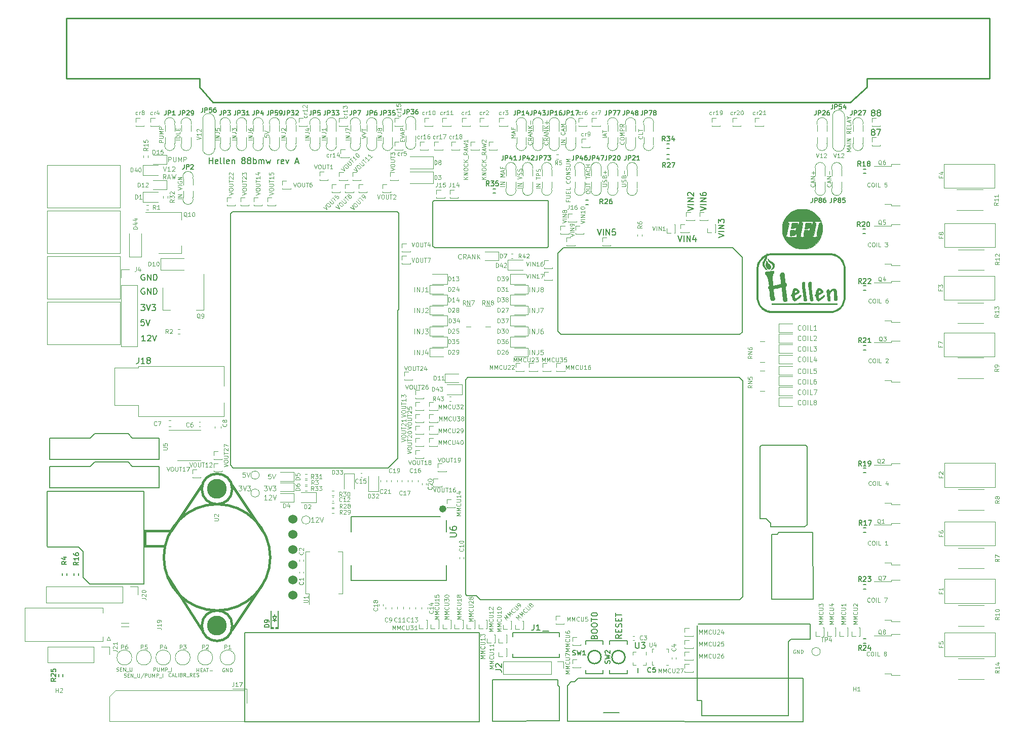
<source format=gto>
G04 #@! TF.GenerationSoftware,KiCad,Pcbnew,(5.99.0-12439-g94954386e6)*
G04 #@! TF.CreationDate,2021-10-05T21:05:25+03:00*
G04 #@! TF.ProjectId,hellen88bmw,68656c6c-656e-4383-9862-6d772e6b6963,A*
G04 #@! TF.SameCoordinates,PX3d1b110PY9269338*
G04 #@! TF.FileFunction,Legend,Top*
G04 #@! TF.FilePolarity,Positive*
%FSLAX46Y46*%
G04 Gerber Fmt 4.6, Leading zero omitted, Abs format (unit mm)*
G04 Created by KiCad (PCBNEW (5.99.0-12439-g94954386e6)) date 2021-10-05 21:05:25*
%MOMM*%
%LPD*%
G01*
G04 APERTURE LIST*
%ADD10C,0.150000*%
%ADD11C,0.120000*%
%ADD12C,0.100000*%
%ADD13C,0.127000*%
%ADD14C,0.170000*%
%ADD15C,0.249936*%
%ADD16C,0.099060*%
%ADD17C,0.203200*%
%ADD18C,0.200000*%
%ADD19C,0.616000*%
%ADD20C,0.254000*%
%ADD21C,0.002540*%
%ADD22C,0.381000*%
%ADD23C,3.302000*%
%ADD24C,1.524000*%
G04 APERTURE END LIST*
D10*
X16119452Y70026620D02*
X16738500Y70026620D01*
X16405166Y69645667D01*
X16548023Y69645667D01*
X16643261Y69598048D01*
X16690880Y69550429D01*
X16738500Y69455191D01*
X16738500Y69217096D01*
X16690880Y69121858D01*
X16643261Y69074239D01*
X16548023Y69026620D01*
X16262309Y69026620D01*
X16167071Y69074239D01*
X16119452Y69121858D01*
X17024214Y70026620D02*
X17357547Y69026620D01*
X17690880Y70026620D01*
X17928976Y70026620D02*
X18548023Y70026620D01*
X18214690Y69645667D01*
X18357547Y69645667D01*
X18452785Y69598048D01*
X18500404Y69550429D01*
X18548023Y69455191D01*
X18548023Y69217096D01*
X18500404Y69121858D01*
X18452785Y69074239D01*
X18357547Y69026620D01*
X18071833Y69026620D01*
X17976595Y69074239D01*
X17928976Y69121858D01*
X16643261Y67526620D02*
X16167071Y67526620D01*
X16119452Y67050429D01*
X16167071Y67098048D01*
X16262309Y67145667D01*
X16500404Y67145667D01*
X16595642Y67098048D01*
X16643261Y67050429D01*
X16690880Y66955191D01*
X16690880Y66717096D01*
X16643261Y66621858D01*
X16595642Y66574239D01*
X16500404Y66526620D01*
X16262309Y66526620D01*
X16167071Y66574239D01*
X16119452Y66621858D01*
X16976595Y67526620D02*
X17309928Y66526620D01*
X17643261Y67526620D01*
X16838500Y63916620D02*
X16267071Y63916620D01*
X16552785Y63916620D02*
X16552785Y64916620D01*
X16457547Y64773762D01*
X16362309Y64678524D01*
X16267071Y64630905D01*
X17219452Y64821381D02*
X17267071Y64869000D01*
X17362309Y64916620D01*
X17600404Y64916620D01*
X17695642Y64869000D01*
X17743261Y64821381D01*
X17790880Y64726143D01*
X17790880Y64630905D01*
X17743261Y64488048D01*
X17171833Y63916620D01*
X17790880Y63916620D01*
X18076595Y64916620D02*
X18409928Y63916620D01*
X18743261Y64916620D01*
X16702785Y75029000D02*
X16607547Y75076620D01*
X16464690Y75076620D01*
X16321833Y75029000D01*
X16226595Y74933762D01*
X16178976Y74838524D01*
X16131357Y74648048D01*
X16131357Y74505191D01*
X16178976Y74314715D01*
X16226595Y74219477D01*
X16321833Y74124239D01*
X16464690Y74076620D01*
X16559928Y74076620D01*
X16702785Y74124239D01*
X16750404Y74171858D01*
X16750404Y74505191D01*
X16559928Y74505191D01*
X17178976Y74076620D02*
X17178976Y75076620D01*
X17750404Y74076620D01*
X17750404Y75076620D01*
X18226595Y74076620D02*
X18226595Y75076620D01*
X18464690Y75076620D01*
X18607547Y75029000D01*
X18702785Y74933762D01*
X18750404Y74838524D01*
X18798023Y74648048D01*
X18798023Y74505191D01*
X18750404Y74314715D01*
X18702785Y74219477D01*
X18607547Y74124239D01*
X18464690Y74076620D01*
X18226595Y74076620D01*
X138354571Y102142048D02*
X138259333Y102189667D01*
X138211714Y102237286D01*
X138164095Y102332524D01*
X138164095Y102380143D01*
X138211714Y102475381D01*
X138259333Y102523000D01*
X138354571Y102570620D01*
X138545047Y102570620D01*
X138640285Y102523000D01*
X138687904Y102475381D01*
X138735523Y102380143D01*
X138735523Y102332524D01*
X138687904Y102237286D01*
X138640285Y102189667D01*
X138545047Y102142048D01*
X138354571Y102142048D01*
X138259333Y102094429D01*
X138211714Y102046810D01*
X138164095Y101951572D01*
X138164095Y101761096D01*
X138211714Y101665858D01*
X138259333Y101618239D01*
X138354571Y101570620D01*
X138545047Y101570620D01*
X138640285Y101618239D01*
X138687904Y101665858D01*
X138735523Y101761096D01*
X138735523Y101951572D01*
X138687904Y102046810D01*
X138640285Y102094429D01*
X138545047Y102142048D01*
X139306952Y102142048D02*
X139211714Y102189667D01*
X139164095Y102237286D01*
X139116476Y102332524D01*
X139116476Y102380143D01*
X139164095Y102475381D01*
X139211714Y102523000D01*
X139306952Y102570620D01*
X139497428Y102570620D01*
X139592666Y102523000D01*
X139640285Y102475381D01*
X139687904Y102380143D01*
X139687904Y102332524D01*
X139640285Y102237286D01*
X139592666Y102189667D01*
X139497428Y102142048D01*
X139306952Y102142048D01*
X139211714Y102094429D01*
X139164095Y102046810D01*
X139116476Y101951572D01*
X139116476Y101761096D01*
X139164095Y101665858D01*
X139211714Y101618239D01*
X139306952Y101570620D01*
X139497428Y101570620D01*
X139592666Y101618239D01*
X139640285Y101665858D01*
X139687904Y101761096D01*
X139687904Y101951572D01*
X139640285Y102046810D01*
X139592666Y102094429D01*
X139497428Y102142048D01*
D11*
X81071238Y61661096D02*
X81071238Y62461096D01*
X81452190Y61661096D02*
X81452190Y62461096D01*
X81909333Y61661096D01*
X81909333Y62461096D01*
X82518857Y62461096D02*
X82518857Y61889667D01*
X82480761Y61775381D01*
X82404571Y61699191D01*
X82290285Y61661096D01*
X82214095Y61661096D01*
X83280761Y62461096D02*
X82899809Y62461096D01*
X82861714Y62080143D01*
X82899809Y62118239D01*
X82976000Y62156334D01*
X83166476Y62156334D01*
X83242666Y62118239D01*
X83280761Y62080143D01*
X83318857Y62003953D01*
X83318857Y61813477D01*
X83280761Y61737286D01*
X83242666Y61699191D01*
X83166476Y61661096D01*
X82976000Y61661096D01*
X82899809Y61699191D01*
X82861714Y61737286D01*
X37773619Y41711096D02*
X37392666Y41711096D01*
X37354571Y41330143D01*
X37392666Y41368239D01*
X37468857Y41406334D01*
X37659333Y41406334D01*
X37735523Y41368239D01*
X37773619Y41330143D01*
X37811714Y41253953D01*
X37811714Y41063477D01*
X37773619Y40987286D01*
X37735523Y40949191D01*
X37659333Y40911096D01*
X37468857Y40911096D01*
X37392666Y40949191D01*
X37354571Y40987286D01*
X38040285Y41711096D02*
X38306952Y40911096D01*
X38573619Y41711096D01*
D12*
X93242666Y89806334D02*
X93809333Y89806334D01*
X93876000Y89839667D01*
X93909333Y89873000D01*
X93942666Y89939667D01*
X93942666Y90073000D01*
X93909333Y90139667D01*
X93876000Y90173000D01*
X93809333Y90206334D01*
X93242666Y90206334D01*
X93909333Y90506334D02*
X93942666Y90606334D01*
X93942666Y90773000D01*
X93909333Y90839667D01*
X93876000Y90873000D01*
X93809333Y90906334D01*
X93742666Y90906334D01*
X93676000Y90873000D01*
X93642666Y90839667D01*
X93609333Y90773000D01*
X93576000Y90639667D01*
X93542666Y90573000D01*
X93509333Y90539667D01*
X93442666Y90506334D01*
X93376000Y90506334D01*
X93309333Y90539667D01*
X93276000Y90573000D01*
X93242666Y90639667D01*
X93242666Y90806334D01*
X93276000Y90906334D01*
X93576000Y91439667D02*
X93609333Y91539667D01*
X93642666Y91573000D01*
X93709333Y91606334D01*
X93809333Y91606334D01*
X93876000Y91573000D01*
X93909333Y91539667D01*
X93942666Y91473000D01*
X93942666Y91206334D01*
X93242666Y91206334D01*
X93242666Y91439667D01*
X93276000Y91506334D01*
X93309333Y91539667D01*
X93376000Y91573000D01*
X93442666Y91573000D01*
X93509333Y91539667D01*
X93542666Y91506334D01*
X93576000Y91439667D01*
X93576000Y91206334D01*
X93676000Y91906334D02*
X93676000Y92439667D01*
X93942666Y92173000D02*
X93409333Y92173000D01*
X99876000Y98189667D02*
X99909333Y98156334D01*
X99942666Y98056334D01*
X99942666Y97989667D01*
X99909333Y97889667D01*
X99842666Y97823000D01*
X99776000Y97789667D01*
X99642666Y97756334D01*
X99542666Y97756334D01*
X99409333Y97789667D01*
X99342666Y97823000D01*
X99276000Y97889667D01*
X99242666Y97989667D01*
X99242666Y98056334D01*
X99276000Y98156334D01*
X99309333Y98189667D01*
X99942666Y98823000D02*
X99942666Y98489667D01*
X99242666Y98489667D01*
X99242666Y98956334D02*
X99242666Y99356334D01*
X99942666Y99156334D02*
X99242666Y99156334D01*
X128926000Y95306334D02*
X129159333Y94606334D01*
X129392666Y95306334D01*
X129992666Y94606334D02*
X129592666Y94606334D01*
X129792666Y94606334D02*
X129792666Y95306334D01*
X129726000Y95206334D01*
X129659333Y95139667D01*
X129592666Y95106334D01*
X130259333Y95239667D02*
X130292666Y95273000D01*
X130359333Y95306334D01*
X130526000Y95306334D01*
X130592666Y95273000D01*
X130626000Y95239667D01*
X130659333Y95173000D01*
X130659333Y95106334D01*
X130626000Y95006334D01*
X130226000Y94606334D01*
X130659333Y94606334D01*
X34742666Y97556334D02*
X34042666Y97556334D01*
X34742666Y97889667D02*
X34042666Y97889667D01*
X34742666Y98289667D01*
X34042666Y98289667D01*
X34042666Y98823000D02*
X34542666Y98823000D01*
X34642666Y98789667D01*
X34709333Y98723000D01*
X34742666Y98623000D01*
X34742666Y98556334D01*
X34042666Y99456334D02*
X34042666Y99323000D01*
X34076000Y99256334D01*
X34109333Y99223000D01*
X34209333Y99156334D01*
X34342666Y99123000D01*
X34609333Y99123000D01*
X34676000Y99156334D01*
X34709333Y99189667D01*
X34742666Y99256334D01*
X34742666Y99389667D01*
X34709333Y99456334D01*
X34676000Y99489667D01*
X34609333Y99523000D01*
X34442666Y99523000D01*
X34376000Y99489667D01*
X34342666Y99456334D01*
X34309333Y99389667D01*
X34309333Y99256334D01*
X34342666Y99189667D01*
X34376000Y99156334D01*
X34442666Y99123000D01*
D11*
X45030761Y33661096D02*
X44573619Y33661096D01*
X44802190Y33661096D02*
X44802190Y34461096D01*
X44726000Y34346810D01*
X44649809Y34270620D01*
X44573619Y34232524D01*
X45335523Y34384905D02*
X45373619Y34423000D01*
X45449809Y34461096D01*
X45640285Y34461096D01*
X45716476Y34423000D01*
X45754571Y34384905D01*
X45792666Y34308715D01*
X45792666Y34232524D01*
X45754571Y34118239D01*
X45297428Y33661096D01*
X45792666Y33661096D01*
X46021238Y34461096D02*
X46287904Y33661096D01*
X46554571Y34461096D01*
D12*
X76842666Y89789667D02*
X76142666Y89789667D01*
X76842666Y90123000D02*
X76142666Y90123000D01*
X76842666Y90523000D01*
X76142666Y90523000D01*
X76842666Y91389667D02*
X76142666Y91389667D01*
X76642666Y91623000D01*
X76142666Y91856334D01*
X76842666Y91856334D01*
X76642666Y92156334D02*
X76642666Y92489667D01*
X76842666Y92089667D02*
X76142666Y92323000D01*
X76842666Y92556334D01*
X76476000Y93023000D02*
X76476000Y92789667D01*
X76842666Y92789667D02*
X76142666Y92789667D01*
X76142666Y93123000D01*
D11*
X126359333Y65837286D02*
X126321238Y65799191D01*
X126206952Y65761096D01*
X126130761Y65761096D01*
X126016476Y65799191D01*
X125940285Y65875381D01*
X125902190Y65951572D01*
X125864095Y66103953D01*
X125864095Y66218239D01*
X125902190Y66370620D01*
X125940285Y66446810D01*
X126016476Y66523000D01*
X126130761Y66561096D01*
X126206952Y66561096D01*
X126321238Y66523000D01*
X126359333Y66484905D01*
X126854571Y66561096D02*
X127006952Y66561096D01*
X127083142Y66523000D01*
X127159333Y66446810D01*
X127197428Y66294429D01*
X127197428Y66027762D01*
X127159333Y65875381D01*
X127083142Y65799191D01*
X127006952Y65761096D01*
X126854571Y65761096D01*
X126778380Y65799191D01*
X126702190Y65875381D01*
X126664095Y66027762D01*
X126664095Y66294429D01*
X126702190Y66446810D01*
X126778380Y66523000D01*
X126854571Y66561096D01*
X127540285Y65761096D02*
X127540285Y66561096D01*
X128302190Y65761096D02*
X127921238Y65761096D01*
X127921238Y66561096D01*
X128987904Y65761096D02*
X128530761Y65761096D01*
X128759333Y65761096D02*
X128759333Y66561096D01*
X128683142Y66446810D01*
X128606952Y66370620D01*
X128530761Y66332524D01*
D12*
X125468857Y12323000D02*
X125411714Y12351572D01*
X125326000Y12351572D01*
X125240285Y12323000D01*
X125183142Y12265858D01*
X125154571Y12208715D01*
X125126000Y12094429D01*
X125126000Y12008715D01*
X125154571Y11894429D01*
X125183142Y11837286D01*
X125240285Y11780143D01*
X125326000Y11751572D01*
X125383142Y11751572D01*
X125468857Y11780143D01*
X125497428Y11808715D01*
X125497428Y12008715D01*
X125383142Y12008715D01*
X125754571Y11751572D02*
X125754571Y12351572D01*
X126097428Y11751572D01*
X126097428Y12351572D01*
X126383142Y11751572D02*
X126383142Y12351572D01*
X126526000Y12351572D01*
X126611714Y12323000D01*
X126668857Y12265858D01*
X126697428Y12208715D01*
X126726000Y12094429D01*
X126726000Y12008715D01*
X126697428Y11894429D01*
X126668857Y11837286D01*
X126611714Y11780143D01*
X126526000Y11751572D01*
X126383142Y11751572D01*
D11*
X61821238Y65161096D02*
X61821238Y65961096D01*
X62202190Y65161096D02*
X62202190Y65961096D01*
X62659333Y65161096D01*
X62659333Y65961096D01*
X63268857Y65961096D02*
X63268857Y65389667D01*
X63230761Y65275381D01*
X63154571Y65199191D01*
X63040285Y65161096D01*
X62964095Y65161096D01*
X63573619Y65961096D02*
X64068857Y65961096D01*
X63802190Y65656334D01*
X63916476Y65656334D01*
X63992666Y65618239D01*
X64030761Y65580143D01*
X64068857Y65503953D01*
X64068857Y65313477D01*
X64030761Y65237286D01*
X63992666Y65199191D01*
X63916476Y65161096D01*
X63687904Y65161096D01*
X63611714Y65199191D01*
X63573619Y65237286D01*
D12*
X138126000Y60373000D02*
X138092666Y60339667D01*
X137992666Y60306334D01*
X137926000Y60306334D01*
X137826000Y60339667D01*
X137759333Y60406334D01*
X137726000Y60473000D01*
X137692666Y60606334D01*
X137692666Y60706334D01*
X137726000Y60839667D01*
X137759333Y60906334D01*
X137826000Y60973000D01*
X137926000Y61006334D01*
X137992666Y61006334D01*
X138092666Y60973000D01*
X138126000Y60939667D01*
X138559333Y61006334D02*
X138692666Y61006334D01*
X138759333Y60973000D01*
X138826000Y60906334D01*
X138859333Y60773000D01*
X138859333Y60539667D01*
X138826000Y60406334D01*
X138759333Y60339667D01*
X138692666Y60306334D01*
X138559333Y60306334D01*
X138492666Y60339667D01*
X138426000Y60406334D01*
X138392666Y60539667D01*
X138392666Y60773000D01*
X138426000Y60906334D01*
X138492666Y60973000D01*
X138559333Y61006334D01*
X139159333Y60306334D02*
X139159333Y61006334D01*
X139826000Y60306334D02*
X139492666Y60306334D01*
X139492666Y61006334D01*
X140559333Y60939667D02*
X140592666Y60973000D01*
X140659333Y61006334D01*
X140826000Y61006334D01*
X140892666Y60973000D01*
X140926000Y60939667D01*
X140959333Y60873000D01*
X140959333Y60806334D01*
X140926000Y60706334D01*
X140526000Y60306334D01*
X140959333Y60306334D01*
X138026000Y79773000D02*
X137992666Y79739667D01*
X137892666Y79706334D01*
X137826000Y79706334D01*
X137726000Y79739667D01*
X137659333Y79806334D01*
X137626000Y79873000D01*
X137592666Y80006334D01*
X137592666Y80106334D01*
X137626000Y80239667D01*
X137659333Y80306334D01*
X137726000Y80373000D01*
X137826000Y80406334D01*
X137892666Y80406334D01*
X137992666Y80373000D01*
X138026000Y80339667D01*
X138459333Y80406334D02*
X138592666Y80406334D01*
X138659333Y80373000D01*
X138726000Y80306334D01*
X138759333Y80173000D01*
X138759333Y79939667D01*
X138726000Y79806334D01*
X138659333Y79739667D01*
X138592666Y79706334D01*
X138459333Y79706334D01*
X138392666Y79739667D01*
X138326000Y79806334D01*
X138292666Y79939667D01*
X138292666Y80173000D01*
X138326000Y80306334D01*
X138392666Y80373000D01*
X138459333Y80406334D01*
X139059333Y79706334D02*
X139059333Y80406334D01*
X139726000Y79706334D02*
X139392666Y79706334D01*
X139392666Y80406334D01*
X140426000Y80406334D02*
X140859333Y80406334D01*
X140626000Y80139667D01*
X140726000Y80139667D01*
X140792666Y80106334D01*
X140826000Y80073000D01*
X140859333Y80006334D01*
X140859333Y79839667D01*
X140826000Y79773000D01*
X140792666Y79739667D01*
X140726000Y79706334D01*
X140526000Y79706334D01*
X140459333Y79739667D01*
X140426000Y79773000D01*
X96442666Y89806334D02*
X97009333Y89806334D01*
X97076000Y89839667D01*
X97109333Y89873000D01*
X97142666Y89939667D01*
X97142666Y90073000D01*
X97109333Y90139667D01*
X97076000Y90173000D01*
X97009333Y90206334D01*
X96442666Y90206334D01*
X97109333Y90506334D02*
X97142666Y90606334D01*
X97142666Y90773000D01*
X97109333Y90839667D01*
X97076000Y90873000D01*
X97009333Y90906334D01*
X96942666Y90906334D01*
X96876000Y90873000D01*
X96842666Y90839667D01*
X96809333Y90773000D01*
X96776000Y90639667D01*
X96742666Y90573000D01*
X96709333Y90539667D01*
X96642666Y90506334D01*
X96576000Y90506334D01*
X96509333Y90539667D01*
X96476000Y90573000D01*
X96442666Y90639667D01*
X96442666Y90806334D01*
X96476000Y90906334D01*
X96776000Y91439667D02*
X96809333Y91539667D01*
X96842666Y91573000D01*
X96909333Y91606334D01*
X97009333Y91606334D01*
X97076000Y91573000D01*
X97109333Y91539667D01*
X97142666Y91473000D01*
X97142666Y91206334D01*
X96442666Y91206334D01*
X96442666Y91439667D01*
X96476000Y91506334D01*
X96509333Y91539667D01*
X96576000Y91573000D01*
X96642666Y91573000D01*
X96709333Y91539667D01*
X96742666Y91506334D01*
X96776000Y91439667D01*
X96776000Y91206334D01*
X96876000Y91906334D02*
X96876000Y92439667D01*
X131826000Y95306334D02*
X132059333Y94606334D01*
X132292666Y95306334D01*
X132892666Y94606334D02*
X132492666Y94606334D01*
X132692666Y94606334D02*
X132692666Y95306334D01*
X132626000Y95206334D01*
X132559333Y95139667D01*
X132492666Y95106334D01*
X133159333Y95239667D02*
X133192666Y95273000D01*
X133259333Y95306334D01*
X133426000Y95306334D01*
X133492666Y95273000D01*
X133526000Y95239667D01*
X133559333Y95173000D01*
X133559333Y95106334D01*
X133526000Y95006334D01*
X133126000Y94606334D01*
X133559333Y94606334D01*
X19842666Y97123000D02*
X19142666Y97123000D01*
X19142666Y97389667D01*
X19176000Y97456334D01*
X19209333Y97489667D01*
X19276000Y97523000D01*
X19376000Y97523000D01*
X19442666Y97489667D01*
X19476000Y97456334D01*
X19509333Y97389667D01*
X19509333Y97123000D01*
X19142666Y97823000D02*
X19709333Y97823000D01*
X19776000Y97856334D01*
X19809333Y97889667D01*
X19842666Y97956334D01*
X19842666Y98089667D01*
X19809333Y98156334D01*
X19776000Y98189667D01*
X19709333Y98223000D01*
X19142666Y98223000D01*
X19842666Y98556334D02*
X19142666Y98556334D01*
X19642666Y98789667D01*
X19142666Y99023000D01*
X19842666Y99023000D01*
X19842666Y99356334D02*
X19142666Y99356334D01*
X19142666Y99623000D01*
X19176000Y99689667D01*
X19209333Y99723000D01*
X19276000Y99756334D01*
X19376000Y99756334D01*
X19442666Y99723000D01*
X19476000Y99689667D01*
X19509333Y99623000D01*
X19509333Y99356334D01*
X18240285Y8751572D02*
X18240285Y9351572D01*
X18468857Y9351572D01*
X18526000Y9323000D01*
X18554571Y9294429D01*
X18583142Y9237286D01*
X18583142Y9151572D01*
X18554571Y9094429D01*
X18526000Y9065858D01*
X18468857Y9037286D01*
X18240285Y9037286D01*
X18840285Y9351572D02*
X18840285Y8865858D01*
X18868857Y8808715D01*
X18897428Y8780143D01*
X18954571Y8751572D01*
X19068857Y8751572D01*
X19126000Y8780143D01*
X19154571Y8808715D01*
X19183142Y8865858D01*
X19183142Y9351572D01*
X19468857Y8751572D02*
X19468857Y9351572D01*
X19668857Y8923000D01*
X19868857Y9351572D01*
X19868857Y8751572D01*
X20154571Y8751572D02*
X20154571Y9351572D01*
X20383142Y9351572D01*
X20440285Y9323000D01*
X20468857Y9294429D01*
X20497428Y9237286D01*
X20497428Y9151572D01*
X20468857Y9094429D01*
X20440285Y9065858D01*
X20383142Y9037286D01*
X20154571Y9037286D01*
X20611714Y8694429D02*
X21068857Y8694429D01*
X21211714Y8751572D02*
X21211714Y9351572D01*
D10*
X96452180Y14847820D02*
X95975990Y14514486D01*
X96452180Y14276391D02*
X95452180Y14276391D01*
X95452180Y14657343D01*
X95499800Y14752581D01*
X95547419Y14800200D01*
X95642657Y14847820D01*
X95785514Y14847820D01*
X95880752Y14800200D01*
X95928371Y14752581D01*
X95975990Y14657343D01*
X95975990Y14276391D01*
X95928371Y15276391D02*
X95928371Y15609724D01*
X96452180Y15752581D02*
X96452180Y15276391D01*
X95452180Y15276391D01*
X95452180Y15752581D01*
X96404561Y16133534D02*
X96452180Y16276391D01*
X96452180Y16514486D01*
X96404561Y16609724D01*
X96356942Y16657343D01*
X96261704Y16704962D01*
X96166466Y16704962D01*
X96071228Y16657343D01*
X96023609Y16609724D01*
X95975990Y16514486D01*
X95928371Y16324010D01*
X95880752Y16228772D01*
X95833133Y16181153D01*
X95737895Y16133534D01*
X95642657Y16133534D01*
X95547419Y16181153D01*
X95499800Y16228772D01*
X95452180Y16324010D01*
X95452180Y16562105D01*
X95499800Y16704962D01*
X95928371Y17133534D02*
X95928371Y17466867D01*
X96452180Y17609724D02*
X96452180Y17133534D01*
X95452180Y17133534D01*
X95452180Y17609724D01*
X95452180Y17895439D02*
X95452180Y18466867D01*
X96452180Y18181153D02*
X95452180Y18181153D01*
D11*
X36685523Y39711096D02*
X37180761Y39711096D01*
X36914095Y39406334D01*
X37028380Y39406334D01*
X37104571Y39368239D01*
X37142666Y39330143D01*
X37180761Y39253953D01*
X37180761Y39063477D01*
X37142666Y38987286D01*
X37104571Y38949191D01*
X37028380Y38911096D01*
X36799809Y38911096D01*
X36723619Y38949191D01*
X36685523Y38987286D01*
X37409333Y39711096D02*
X37676000Y38911096D01*
X37942666Y39711096D01*
X38133142Y39711096D02*
X38628380Y39711096D01*
X38361714Y39406334D01*
X38476000Y39406334D01*
X38552190Y39368239D01*
X38590285Y39330143D01*
X38628380Y39253953D01*
X38628380Y39063477D01*
X38590285Y38987286D01*
X38552190Y38949191D01*
X38476000Y38911096D01*
X38247428Y38911096D01*
X38171238Y38949191D01*
X38133142Y38987286D01*
D12*
X138126000Y70373000D02*
X138092666Y70339667D01*
X137992666Y70306334D01*
X137926000Y70306334D01*
X137826000Y70339667D01*
X137759333Y70406334D01*
X137726000Y70473000D01*
X137692666Y70606334D01*
X137692666Y70706334D01*
X137726000Y70839667D01*
X137759333Y70906334D01*
X137826000Y70973000D01*
X137926000Y71006334D01*
X137992666Y71006334D01*
X138092666Y70973000D01*
X138126000Y70939667D01*
X138559333Y71006334D02*
X138692666Y71006334D01*
X138759333Y70973000D01*
X138826000Y70906334D01*
X138859333Y70773000D01*
X138859333Y70539667D01*
X138826000Y70406334D01*
X138759333Y70339667D01*
X138692666Y70306334D01*
X138559333Y70306334D01*
X138492666Y70339667D01*
X138426000Y70406334D01*
X138392666Y70539667D01*
X138392666Y70773000D01*
X138426000Y70906334D01*
X138492666Y70973000D01*
X138559333Y71006334D01*
X139159333Y70306334D02*
X139159333Y71006334D01*
X139826000Y70306334D02*
X139492666Y70306334D01*
X139492666Y71006334D01*
X140892666Y71006334D02*
X140759333Y71006334D01*
X140692666Y70973000D01*
X140659333Y70939667D01*
X140592666Y70839667D01*
X140559333Y70706334D01*
X140559333Y70439667D01*
X140592666Y70373000D01*
X140626000Y70339667D01*
X140692666Y70306334D01*
X140826000Y70306334D01*
X140892666Y70339667D01*
X140926000Y70373000D01*
X140959333Y70439667D01*
X140959333Y70606334D01*
X140926000Y70673000D01*
X140892666Y70706334D01*
X140826000Y70739667D01*
X140692666Y70739667D01*
X140626000Y70706334D01*
X140592666Y70673000D01*
X140559333Y70606334D01*
D11*
X20690285Y93911096D02*
X20690285Y94711096D01*
X20995047Y94711096D01*
X21071238Y94673000D01*
X21109333Y94634905D01*
X21147428Y94558715D01*
X21147428Y94444429D01*
X21109333Y94368239D01*
X21071238Y94330143D01*
X20995047Y94292048D01*
X20690285Y94292048D01*
X21490285Y94711096D02*
X21490285Y94063477D01*
X21528380Y93987286D01*
X21566476Y93949191D01*
X21642666Y93911096D01*
X21795047Y93911096D01*
X21871238Y93949191D01*
X21909333Y93987286D01*
X21947428Y94063477D01*
X21947428Y94711096D01*
X22328380Y93911096D02*
X22328380Y94711096D01*
X22595047Y94139667D01*
X22861714Y94711096D01*
X22861714Y93911096D01*
X23242666Y93911096D02*
X23242666Y94711096D01*
X23547428Y94711096D01*
X23623619Y94673000D01*
X23661714Y94634905D01*
X23699809Y94558715D01*
X23699809Y94444429D01*
X23661714Y94368239D01*
X23623619Y94330143D01*
X23547428Y94292048D01*
X23242666Y94292048D01*
X61821238Y68661096D02*
X61821238Y69461096D01*
X62202190Y68661096D02*
X62202190Y69461096D01*
X62659333Y68661096D01*
X62659333Y69461096D01*
X63268857Y69461096D02*
X63268857Y68889667D01*
X63230761Y68775381D01*
X63154571Y68699191D01*
X63040285Y68661096D01*
X62964095Y68661096D01*
X63611714Y69384905D02*
X63649809Y69423000D01*
X63726000Y69461096D01*
X63916476Y69461096D01*
X63992666Y69423000D01*
X64030761Y69384905D01*
X64068857Y69308715D01*
X64068857Y69232524D01*
X64030761Y69118239D01*
X63573619Y68661096D01*
X64068857Y68661096D01*
D12*
X93942666Y97956334D02*
X93242666Y97956334D01*
X93742666Y98256334D02*
X93742666Y98589667D01*
X93942666Y98189667D02*
X93242666Y98423000D01*
X93942666Y98656334D01*
X93242666Y98789667D02*
X93242666Y99189667D01*
X93942666Y98989667D02*
X93242666Y98989667D01*
D10*
X91854571Y14466867D02*
X91902190Y14609724D01*
X91949809Y14657343D01*
X92045047Y14704962D01*
X92187904Y14704962D01*
X92283142Y14657343D01*
X92330761Y14609724D01*
X92378380Y14514486D01*
X92378380Y14133534D01*
X91378380Y14133534D01*
X91378380Y14466867D01*
X91426000Y14562105D01*
X91473619Y14609724D01*
X91568857Y14657343D01*
X91664095Y14657343D01*
X91759333Y14609724D01*
X91806952Y14562105D01*
X91854571Y14466867D01*
X91854571Y14133534D01*
X91378380Y15324010D02*
X91378380Y15514486D01*
X91426000Y15609724D01*
X91521238Y15704962D01*
X91711714Y15752581D01*
X92045047Y15752581D01*
X92235523Y15704962D01*
X92330761Y15609724D01*
X92378380Y15514486D01*
X92378380Y15324010D01*
X92330761Y15228772D01*
X92235523Y15133534D01*
X92045047Y15085915D01*
X91711714Y15085915D01*
X91521238Y15133534D01*
X91426000Y15228772D01*
X91378380Y15324010D01*
X91378380Y16371629D02*
X91378380Y16562105D01*
X91426000Y16657343D01*
X91521238Y16752581D01*
X91711714Y16800200D01*
X92045047Y16800200D01*
X92235523Y16752581D01*
X92330761Y16657343D01*
X92378380Y16562105D01*
X92378380Y16371629D01*
X92330761Y16276391D01*
X92235523Y16181153D01*
X92045047Y16133534D01*
X91711714Y16133534D01*
X91521238Y16181153D01*
X91426000Y16276391D01*
X91378380Y16371629D01*
X91378380Y17085915D02*
X91378380Y17657343D01*
X92378380Y17371629D02*
X91378380Y17371629D01*
X91378380Y18181153D02*
X91378380Y18276391D01*
X91426000Y18371629D01*
X91473619Y18419248D01*
X91568857Y18466867D01*
X91759333Y18514486D01*
X91997428Y18514486D01*
X92187904Y18466867D01*
X92283142Y18419248D01*
X92330761Y18371629D01*
X92378380Y18276391D01*
X92378380Y18181153D01*
X92330761Y18085915D01*
X92283142Y18038296D01*
X92187904Y17990677D01*
X91997428Y17943058D01*
X91759333Y17943058D01*
X91568857Y17990677D01*
X91473619Y18038296D01*
X91426000Y18085915D01*
X91378380Y18181153D01*
D12*
X90442666Y88773000D02*
X90442666Y88906334D01*
X90476000Y88973000D01*
X90542666Y89039667D01*
X90676000Y89073000D01*
X90909333Y89073000D01*
X91042666Y89039667D01*
X91109333Y88973000D01*
X91142666Y88906334D01*
X91142666Y88773000D01*
X91109333Y88706334D01*
X91042666Y88639667D01*
X90909333Y88606334D01*
X90676000Y88606334D01*
X90542666Y88639667D01*
X90476000Y88706334D01*
X90442666Y88773000D01*
X90442666Y89373000D02*
X91009333Y89373000D01*
X91076000Y89406334D01*
X91109333Y89439667D01*
X91142666Y89506334D01*
X91142666Y89639667D01*
X91109333Y89706334D01*
X91076000Y89739667D01*
X91009333Y89773000D01*
X90442666Y89773000D01*
X90442666Y90006334D02*
X90442666Y90406334D01*
X91142666Y90206334D02*
X90442666Y90206334D01*
X90442666Y91073000D02*
X90442666Y91473000D01*
X91142666Y91273000D02*
X90442666Y91273000D01*
X90942666Y91673000D02*
X90942666Y92006334D01*
X91142666Y91606334D02*
X90442666Y91839667D01*
X91142666Y92073000D01*
X91076000Y92706334D02*
X91109333Y92673000D01*
X91142666Y92573000D01*
X91142666Y92506334D01*
X91109333Y92406334D01*
X91042666Y92339667D01*
X90976000Y92306334D01*
X90842666Y92273000D01*
X90742666Y92273000D01*
X90609333Y92306334D01*
X90542666Y92339667D01*
X90476000Y92406334D01*
X90442666Y92506334D01*
X90442666Y92573000D01*
X90476000Y92673000D01*
X90509333Y92706334D01*
X91142666Y93006334D02*
X90442666Y93006334D01*
X90776000Y93006334D02*
X90776000Y93406334D01*
X91142666Y93406334D02*
X90442666Y93406334D01*
D10*
X16702785Y72729000D02*
X16607547Y72776620D01*
X16464690Y72776620D01*
X16321833Y72729000D01*
X16226595Y72633762D01*
X16178976Y72538524D01*
X16131357Y72348048D01*
X16131357Y72205191D01*
X16178976Y72014715D01*
X16226595Y71919477D01*
X16321833Y71824239D01*
X16464690Y71776620D01*
X16559928Y71776620D01*
X16702785Y71824239D01*
X16750404Y71871858D01*
X16750404Y72205191D01*
X16559928Y72205191D01*
X17178976Y71776620D02*
X17178976Y72776620D01*
X17750404Y71776620D01*
X17750404Y72776620D01*
X18226595Y71776620D02*
X18226595Y72776620D01*
X18464690Y72776620D01*
X18607547Y72729000D01*
X18702785Y72633762D01*
X18750404Y72538524D01*
X18798023Y72348048D01*
X18798023Y72205191D01*
X18750404Y72014715D01*
X18702785Y71919477D01*
X18607547Y71824239D01*
X18464690Y71776620D01*
X18226595Y71776620D01*
D12*
X30068857Y9223000D02*
X30011714Y9251572D01*
X29926000Y9251572D01*
X29840285Y9223000D01*
X29783142Y9165858D01*
X29754571Y9108715D01*
X29726000Y8994429D01*
X29726000Y8908715D01*
X29754571Y8794429D01*
X29783142Y8737286D01*
X29840285Y8680143D01*
X29926000Y8651572D01*
X29983142Y8651572D01*
X30068857Y8680143D01*
X30097428Y8708715D01*
X30097428Y8908715D01*
X29983142Y8908715D01*
X30354571Y8651572D02*
X30354571Y9251572D01*
X30697428Y8651572D01*
X30697428Y9251572D01*
X30983142Y8651572D02*
X30983142Y9251572D01*
X31126000Y9251572D01*
X31211714Y9223000D01*
X31268857Y9165858D01*
X31297428Y9108715D01*
X31326000Y8994429D01*
X31326000Y8908715D01*
X31297428Y8794429D01*
X31268857Y8737286D01*
X31211714Y8680143D01*
X31126000Y8651572D01*
X30983142Y8651572D01*
X56342666Y97556334D02*
X55642666Y97556334D01*
X56342666Y97889667D02*
X55642666Y97889667D01*
X56342666Y98289667D01*
X55642666Y98289667D01*
X55642666Y98823000D02*
X56142666Y98823000D01*
X56242666Y98789667D01*
X56309333Y98723000D01*
X56342666Y98623000D01*
X56342666Y98556334D01*
X55942666Y99256334D02*
X55909333Y99189667D01*
X55876000Y99156334D01*
X55809333Y99123000D01*
X55776000Y99123000D01*
X55709333Y99156334D01*
X55676000Y99189667D01*
X55642666Y99256334D01*
X55642666Y99389667D01*
X55676000Y99456334D01*
X55709333Y99489667D01*
X55776000Y99523000D01*
X55809333Y99523000D01*
X55876000Y99489667D01*
X55909333Y99456334D01*
X55942666Y99389667D01*
X55942666Y99256334D01*
X55976000Y99189667D01*
X56009333Y99156334D01*
X56076000Y99123000D01*
X56209333Y99123000D01*
X56276000Y99156334D01*
X56309333Y99189667D01*
X56342666Y99256334D01*
X56342666Y99389667D01*
X56309333Y99456334D01*
X56276000Y99489667D01*
X56209333Y99523000D01*
X56076000Y99523000D01*
X56009333Y99489667D01*
X55976000Y99456334D01*
X55942666Y99389667D01*
X25442666Y97623000D02*
X26142666Y97856334D01*
X25442666Y98089667D01*
X26142666Y98689667D02*
X26142666Y98289667D01*
X26142666Y98489667D02*
X25442666Y98489667D01*
X25542666Y98423000D01*
X25609333Y98356334D01*
X25642666Y98289667D01*
X25509333Y98956334D02*
X25476000Y98989667D01*
X25442666Y99056334D01*
X25442666Y99223000D01*
X25476000Y99289667D01*
X25509333Y99323000D01*
X25576000Y99356334D01*
X25642666Y99356334D01*
X25742666Y99323000D01*
X26142666Y98923000D01*
X26142666Y99356334D01*
X31992666Y97556334D02*
X31292666Y97556334D01*
X31992666Y97889667D02*
X31292666Y97889667D01*
X31992666Y98289667D01*
X31292666Y98289667D01*
X31292666Y98823000D02*
X31792666Y98823000D01*
X31892666Y98789667D01*
X31959333Y98723000D01*
X31992666Y98623000D01*
X31992666Y98556334D01*
X31292666Y99089667D02*
X31292666Y99523000D01*
X31559333Y99289667D01*
X31559333Y99389667D01*
X31592666Y99456334D01*
X31626000Y99489667D01*
X31692666Y99523000D01*
X31859333Y99523000D01*
X31926000Y99489667D01*
X31959333Y99456334D01*
X31992666Y99389667D01*
X31992666Y99189667D01*
X31959333Y99123000D01*
X31926000Y99089667D01*
X78642666Y97939667D02*
X77942666Y97939667D01*
X78442666Y98173000D01*
X77942666Y98406334D01*
X78642666Y98406334D01*
X78442666Y98706334D02*
X78442666Y99039667D01*
X78642666Y98639667D02*
X77942666Y98873000D01*
X78642666Y99106334D01*
X78276000Y99573000D02*
X78276000Y99339667D01*
X78642666Y99339667D02*
X77942666Y99339667D01*
X77942666Y99673000D01*
X52992666Y97823000D02*
X53692666Y98056334D01*
X52992666Y98289667D01*
X52992666Y98423000D02*
X53692666Y98656334D01*
X52992666Y98889667D01*
X52992666Y99023000D02*
X52992666Y99423000D01*
X53692666Y99223000D02*
X52992666Y99223000D01*
X86942666Y96839667D02*
X86242666Y96839667D01*
X86942666Y97173000D02*
X86242666Y97173000D01*
X86942666Y97573000D01*
X86242666Y97573000D01*
X86876000Y98839667D02*
X86909333Y98806334D01*
X86942666Y98706334D01*
X86942666Y98639667D01*
X86909333Y98539667D01*
X86842666Y98473000D01*
X86776000Y98439667D01*
X86642666Y98406334D01*
X86542666Y98406334D01*
X86409333Y98439667D01*
X86342666Y98473000D01*
X86276000Y98539667D01*
X86242666Y98639667D01*
X86242666Y98706334D01*
X86276000Y98806334D01*
X86309333Y98839667D01*
X86742666Y99106334D02*
X86742666Y99439667D01*
X86942666Y99039667D02*
X86242666Y99273000D01*
X86942666Y99506334D01*
X86942666Y99739667D02*
X86242666Y99739667D01*
X86742666Y99973000D01*
X86242666Y100206334D01*
X86942666Y100206334D01*
X79742666Y89523000D02*
X79042666Y89523000D01*
X79742666Y89856334D02*
X79042666Y89856334D01*
X79742666Y90256334D01*
X79042666Y90256334D01*
X79042666Y91023000D02*
X79742666Y91256334D01*
X79042666Y91489667D01*
X79709333Y91689667D02*
X79742666Y91789667D01*
X79742666Y91956334D01*
X79709333Y92023000D01*
X79676000Y92056334D01*
X79609333Y92089667D01*
X79542666Y92089667D01*
X79476000Y92056334D01*
X79442666Y92023000D01*
X79409333Y91956334D01*
X79376000Y91823000D01*
X79342666Y91756334D01*
X79309333Y91723000D01*
X79242666Y91689667D01*
X79176000Y91689667D01*
X79109333Y91723000D01*
X79076000Y91756334D01*
X79042666Y91823000D01*
X79042666Y91989667D01*
X79076000Y92089667D01*
X79709333Y92356334D02*
X79742666Y92456334D01*
X79742666Y92623000D01*
X79709333Y92689667D01*
X79676000Y92723000D01*
X79609333Y92756334D01*
X79542666Y92756334D01*
X79476000Y92723000D01*
X79442666Y92689667D01*
X79409333Y92623000D01*
X79376000Y92489667D01*
X79342666Y92423000D01*
X79309333Y92389667D01*
X79242666Y92356334D01*
X79176000Y92356334D01*
X79109333Y92389667D01*
X79076000Y92423000D01*
X79042666Y92489667D01*
X79042666Y92656334D01*
X79076000Y92756334D01*
D10*
X27521238Y93570620D02*
X27521238Y94570620D01*
X27521238Y94094429D02*
X28092666Y94094429D01*
X28092666Y93570620D02*
X28092666Y94570620D01*
X28949809Y93618239D02*
X28854571Y93570620D01*
X28664095Y93570620D01*
X28568857Y93618239D01*
X28521238Y93713477D01*
X28521238Y94094429D01*
X28568857Y94189667D01*
X28664095Y94237286D01*
X28854571Y94237286D01*
X28949809Y94189667D01*
X28997428Y94094429D01*
X28997428Y93999191D01*
X28521238Y93903953D01*
X29568857Y93570620D02*
X29473619Y93618239D01*
X29426000Y93713477D01*
X29426000Y94570620D01*
X30092666Y93570620D02*
X29997428Y93618239D01*
X29949809Y93713477D01*
X29949809Y94570620D01*
X30854571Y93618239D02*
X30759333Y93570620D01*
X30568857Y93570620D01*
X30473619Y93618239D01*
X30426000Y93713477D01*
X30426000Y94094429D01*
X30473619Y94189667D01*
X30568857Y94237286D01*
X30759333Y94237286D01*
X30854571Y94189667D01*
X30902190Y94094429D01*
X30902190Y93999191D01*
X30426000Y93903953D01*
X31330761Y94237286D02*
X31330761Y93570620D01*
X31330761Y94142048D02*
X31378380Y94189667D01*
X31473619Y94237286D01*
X31616476Y94237286D01*
X31711714Y94189667D01*
X31759333Y94094429D01*
X31759333Y93570620D01*
X33140285Y94142048D02*
X33045047Y94189667D01*
X32997428Y94237286D01*
X32949809Y94332524D01*
X32949809Y94380143D01*
X32997428Y94475381D01*
X33045047Y94523000D01*
X33140285Y94570620D01*
X33330761Y94570620D01*
X33426000Y94523000D01*
X33473619Y94475381D01*
X33521238Y94380143D01*
X33521238Y94332524D01*
X33473619Y94237286D01*
X33426000Y94189667D01*
X33330761Y94142048D01*
X33140285Y94142048D01*
X33045047Y94094429D01*
X32997428Y94046810D01*
X32949809Y93951572D01*
X32949809Y93761096D01*
X32997428Y93665858D01*
X33045047Y93618239D01*
X33140285Y93570620D01*
X33330761Y93570620D01*
X33426000Y93618239D01*
X33473619Y93665858D01*
X33521238Y93761096D01*
X33521238Y93951572D01*
X33473619Y94046810D01*
X33426000Y94094429D01*
X33330761Y94142048D01*
X34092666Y94142048D02*
X33997428Y94189667D01*
X33949809Y94237286D01*
X33902190Y94332524D01*
X33902190Y94380143D01*
X33949809Y94475381D01*
X33997428Y94523000D01*
X34092666Y94570620D01*
X34283142Y94570620D01*
X34378380Y94523000D01*
X34426000Y94475381D01*
X34473619Y94380143D01*
X34473619Y94332524D01*
X34426000Y94237286D01*
X34378380Y94189667D01*
X34283142Y94142048D01*
X34092666Y94142048D01*
X33997428Y94094429D01*
X33949809Y94046810D01*
X33902190Y93951572D01*
X33902190Y93761096D01*
X33949809Y93665858D01*
X33997428Y93618239D01*
X34092666Y93570620D01*
X34283142Y93570620D01*
X34378380Y93618239D01*
X34426000Y93665858D01*
X34473619Y93761096D01*
X34473619Y93951572D01*
X34426000Y94046810D01*
X34378380Y94094429D01*
X34283142Y94142048D01*
X34902190Y93570620D02*
X34902190Y94570620D01*
X34902190Y94189667D02*
X34997428Y94237286D01*
X35187904Y94237286D01*
X35283142Y94189667D01*
X35330761Y94142048D01*
X35378380Y94046810D01*
X35378380Y93761096D01*
X35330761Y93665858D01*
X35283142Y93618239D01*
X35187904Y93570620D01*
X34997428Y93570620D01*
X34902190Y93618239D01*
X35806952Y93570620D02*
X35806952Y94237286D01*
X35806952Y94142048D02*
X35854571Y94189667D01*
X35949809Y94237286D01*
X36092666Y94237286D01*
X36187904Y94189667D01*
X36235523Y94094429D01*
X36235523Y93570620D01*
X36235523Y94094429D02*
X36283142Y94189667D01*
X36378380Y94237286D01*
X36521238Y94237286D01*
X36616476Y94189667D01*
X36664095Y94094429D01*
X36664095Y93570620D01*
X37045047Y94237286D02*
X37235523Y93570620D01*
X37426000Y94046810D01*
X37616476Y93570620D01*
X37806952Y94237286D01*
X38949809Y93570620D02*
X38949809Y94237286D01*
X38949809Y94046810D02*
X38997428Y94142048D01*
X39045047Y94189667D01*
X39140285Y94237286D01*
X39235523Y94237286D01*
X39949809Y93618239D02*
X39854571Y93570620D01*
X39664095Y93570620D01*
X39568857Y93618239D01*
X39521238Y93713477D01*
X39521238Y94094429D01*
X39568857Y94189667D01*
X39664095Y94237286D01*
X39854571Y94237286D01*
X39949809Y94189667D01*
X39997428Y94094429D01*
X39997428Y93999191D01*
X39521238Y93903953D01*
X40330761Y94237286D02*
X40568857Y93570620D01*
X40806952Y94237286D01*
X41902190Y93856334D02*
X42378380Y93856334D01*
X41806952Y93570620D02*
X42140285Y94570620D01*
X42473619Y93570620D01*
D11*
X126359333Y60587286D02*
X126321238Y60549191D01*
X126206952Y60511096D01*
X126130761Y60511096D01*
X126016476Y60549191D01*
X125940285Y60625381D01*
X125902190Y60701572D01*
X125864095Y60853953D01*
X125864095Y60968239D01*
X125902190Y61120620D01*
X125940285Y61196810D01*
X126016476Y61273000D01*
X126130761Y61311096D01*
X126206952Y61311096D01*
X126321238Y61273000D01*
X126359333Y61234905D01*
X126854571Y61311096D02*
X127006952Y61311096D01*
X127083142Y61273000D01*
X127159333Y61196810D01*
X127197428Y61044429D01*
X127197428Y60777762D01*
X127159333Y60625381D01*
X127083142Y60549191D01*
X127006952Y60511096D01*
X126854571Y60511096D01*
X126778380Y60549191D01*
X126702190Y60625381D01*
X126664095Y60777762D01*
X126664095Y61044429D01*
X126702190Y61196810D01*
X126778380Y61273000D01*
X126854571Y61311096D01*
X127540285Y60511096D02*
X127540285Y61311096D01*
X128302190Y60511096D02*
X127921238Y60511096D01*
X127921238Y61311096D01*
X128911714Y61044429D02*
X128911714Y60511096D01*
X128721238Y61349191D02*
X128530761Y60777762D01*
X129026000Y60777762D01*
D12*
X21083142Y7908715D02*
X21054571Y7880143D01*
X20968857Y7851572D01*
X20911714Y7851572D01*
X20826000Y7880143D01*
X20768857Y7937286D01*
X20740285Y7994429D01*
X20711714Y8108715D01*
X20711714Y8194429D01*
X20740285Y8308715D01*
X20768857Y8365858D01*
X20826000Y8423000D01*
X20911714Y8451572D01*
X20968857Y8451572D01*
X21054571Y8423000D01*
X21083142Y8394429D01*
X21311714Y8023000D02*
X21597428Y8023000D01*
X21254571Y7851572D02*
X21454571Y8451572D01*
X21654571Y7851572D01*
X22140285Y7851572D02*
X21854571Y7851572D01*
X21854571Y8451572D01*
X22340285Y7851572D02*
X22340285Y8451572D01*
X22826000Y8165858D02*
X22911714Y8137286D01*
X22940285Y8108715D01*
X22968857Y8051572D01*
X22968857Y7965858D01*
X22940285Y7908715D01*
X22911714Y7880143D01*
X22854571Y7851572D01*
X22626000Y7851572D01*
X22626000Y8451572D01*
X22826000Y8451572D01*
X22883142Y8423000D01*
X22911714Y8394429D01*
X22940285Y8337286D01*
X22940285Y8280143D01*
X22911714Y8223000D01*
X22883142Y8194429D01*
X22826000Y8165858D01*
X22626000Y8165858D01*
X23568857Y7851572D02*
X23368857Y8137286D01*
X23226000Y7851572D02*
X23226000Y8451572D01*
X23454571Y8451572D01*
X23511714Y8423000D01*
X23540285Y8394429D01*
X23568857Y8337286D01*
X23568857Y8251572D01*
X23540285Y8194429D01*
X23511714Y8165858D01*
X23454571Y8137286D01*
X23226000Y8137286D01*
X23683142Y7794429D02*
X24140285Y7794429D01*
X24626000Y7851572D02*
X24426000Y8137286D01*
X24283142Y7851572D02*
X24283142Y8451572D01*
X24511714Y8451572D01*
X24568857Y8423000D01*
X24597428Y8394429D01*
X24626000Y8337286D01*
X24626000Y8251572D01*
X24597428Y8194429D01*
X24568857Y8165858D01*
X24511714Y8137286D01*
X24283142Y8137286D01*
X24883142Y8165858D02*
X25083142Y8165858D01*
X25168857Y7851572D02*
X24883142Y7851572D01*
X24883142Y8451572D01*
X25168857Y8451572D01*
X25397428Y7880143D02*
X25483142Y7851572D01*
X25626000Y7851572D01*
X25683142Y7880143D01*
X25711714Y7908715D01*
X25740285Y7965858D01*
X25740285Y8023000D01*
X25711714Y8080143D01*
X25683142Y8108715D01*
X25626000Y8137286D01*
X25511714Y8165858D01*
X25454571Y8194429D01*
X25426000Y8223000D01*
X25397428Y8280143D01*
X25397428Y8337286D01*
X25426000Y8394429D01*
X25454571Y8423000D01*
X25511714Y8451572D01*
X25654571Y8451572D01*
X25740285Y8423000D01*
X138026000Y29873000D02*
X137992666Y29839667D01*
X137892666Y29806334D01*
X137826000Y29806334D01*
X137726000Y29839667D01*
X137659333Y29906334D01*
X137626000Y29973000D01*
X137592666Y30106334D01*
X137592666Y30206334D01*
X137626000Y30339667D01*
X137659333Y30406334D01*
X137726000Y30473000D01*
X137826000Y30506334D01*
X137892666Y30506334D01*
X137992666Y30473000D01*
X138026000Y30439667D01*
X138459333Y30506334D02*
X138592666Y30506334D01*
X138659333Y30473000D01*
X138726000Y30406334D01*
X138759333Y30273000D01*
X138759333Y30039667D01*
X138726000Y29906334D01*
X138659333Y29839667D01*
X138592666Y29806334D01*
X138459333Y29806334D01*
X138392666Y29839667D01*
X138326000Y29906334D01*
X138292666Y30039667D01*
X138292666Y30273000D01*
X138326000Y30406334D01*
X138392666Y30473000D01*
X138459333Y30506334D01*
X139059333Y29806334D02*
X139059333Y30506334D01*
X139726000Y29806334D02*
X139392666Y29806334D01*
X139392666Y30506334D01*
X140859333Y29806334D02*
X140459333Y29806334D01*
X140659333Y29806334D02*
X140659333Y30506334D01*
X140592666Y30406334D01*
X140526000Y30339667D01*
X140459333Y30306334D01*
X36792666Y98389667D02*
X36792666Y98056334D01*
X37126000Y98023000D01*
X37092666Y98056334D01*
X37059333Y98123000D01*
X37059333Y98289667D01*
X37092666Y98356334D01*
X37126000Y98389667D01*
X37192666Y98423000D01*
X37359333Y98423000D01*
X37426000Y98389667D01*
X37459333Y98356334D01*
X37492666Y98289667D01*
X37492666Y98123000D01*
X37459333Y98056334D01*
X37426000Y98023000D01*
X36792666Y98623000D02*
X37492666Y98856334D01*
X36792666Y99089667D01*
D11*
X126359333Y64087286D02*
X126321238Y64049191D01*
X126206952Y64011096D01*
X126130761Y64011096D01*
X126016476Y64049191D01*
X125940285Y64125381D01*
X125902190Y64201572D01*
X125864095Y64353953D01*
X125864095Y64468239D01*
X125902190Y64620620D01*
X125940285Y64696810D01*
X126016476Y64773000D01*
X126130761Y64811096D01*
X126206952Y64811096D01*
X126321238Y64773000D01*
X126359333Y64734905D01*
X126854571Y64811096D02*
X127006952Y64811096D01*
X127083142Y64773000D01*
X127159333Y64696810D01*
X127197428Y64544429D01*
X127197428Y64277762D01*
X127159333Y64125381D01*
X127083142Y64049191D01*
X127006952Y64011096D01*
X126854571Y64011096D01*
X126778380Y64049191D01*
X126702190Y64125381D01*
X126664095Y64277762D01*
X126664095Y64544429D01*
X126702190Y64696810D01*
X126778380Y64773000D01*
X126854571Y64811096D01*
X127540285Y64011096D02*
X127540285Y64811096D01*
X128302190Y64011096D02*
X127921238Y64011096D01*
X127921238Y64811096D01*
X128530761Y64734905D02*
X128568857Y64773000D01*
X128645047Y64811096D01*
X128835523Y64811096D01*
X128911714Y64773000D01*
X128949809Y64734905D01*
X128987904Y64658715D01*
X128987904Y64582524D01*
X128949809Y64468239D01*
X128492666Y64011096D01*
X128987904Y64011096D01*
D12*
X13283142Y7780143D02*
X13368857Y7751572D01*
X13511714Y7751572D01*
X13568857Y7780143D01*
X13597428Y7808715D01*
X13626000Y7865858D01*
X13626000Y7923000D01*
X13597428Y7980143D01*
X13568857Y8008715D01*
X13511714Y8037286D01*
X13397428Y8065858D01*
X13340285Y8094429D01*
X13311714Y8123000D01*
X13283142Y8180143D01*
X13283142Y8237286D01*
X13311714Y8294429D01*
X13340285Y8323000D01*
X13397428Y8351572D01*
X13540285Y8351572D01*
X13626000Y8323000D01*
X13883142Y8065858D02*
X14083142Y8065858D01*
X14168857Y7751572D02*
X13883142Y7751572D01*
X13883142Y8351572D01*
X14168857Y8351572D01*
X14426000Y7751572D02*
X14426000Y8351572D01*
X14768857Y7751572D01*
X14768857Y8351572D01*
X14911714Y7694429D02*
X15368857Y7694429D01*
X15511714Y8351572D02*
X15511714Y7865858D01*
X15540285Y7808715D01*
X15568857Y7780143D01*
X15626000Y7751572D01*
X15740285Y7751572D01*
X15797428Y7780143D01*
X15826000Y7808715D01*
X15854571Y7865858D01*
X15854571Y8351572D01*
X16568857Y8380143D02*
X16054571Y7608715D01*
X16768857Y7751572D02*
X16768857Y8351572D01*
X16997428Y8351572D01*
X17054571Y8323000D01*
X17083142Y8294429D01*
X17111714Y8237286D01*
X17111714Y8151572D01*
X17083142Y8094429D01*
X17054571Y8065858D01*
X16997428Y8037286D01*
X16768857Y8037286D01*
X17368857Y8351572D02*
X17368857Y7865858D01*
X17397428Y7808715D01*
X17426000Y7780143D01*
X17483142Y7751572D01*
X17597428Y7751572D01*
X17654571Y7780143D01*
X17683142Y7808715D01*
X17711714Y7865858D01*
X17711714Y8351572D01*
X17997428Y7751572D02*
X17997428Y8351572D01*
X18197428Y7923000D01*
X18397428Y8351572D01*
X18397428Y7751572D01*
X18683142Y7751572D02*
X18683142Y8351572D01*
X18911714Y8351572D01*
X18968857Y8323000D01*
X18997428Y8294429D01*
X19026000Y8237286D01*
X19026000Y8151572D01*
X18997428Y8094429D01*
X18968857Y8065858D01*
X18911714Y8037286D01*
X18683142Y8037286D01*
X19140285Y7694429D02*
X19597428Y7694429D01*
X19740285Y7751572D02*
X19740285Y8351572D01*
D11*
X19797428Y93105096D02*
X20064095Y92305096D01*
X20330761Y93105096D01*
X21016476Y92305096D02*
X20559333Y92305096D01*
X20787904Y92305096D02*
X20787904Y93105096D01*
X20711714Y92990810D01*
X20635523Y92914620D01*
X20559333Y92876524D01*
X21321238Y93028905D02*
X21359333Y93067000D01*
X21435523Y93105096D01*
X21626000Y93105096D01*
X21702190Y93067000D01*
X21740285Y93028905D01*
X21778380Y92952715D01*
X21778380Y92876524D01*
X21740285Y92762239D01*
X21283142Y92305096D01*
X21778380Y92305096D01*
X20273619Y91017096D02*
X20006952Y91398048D01*
X19816476Y91017096D02*
X19816476Y91817096D01*
X20121238Y91817096D01*
X20197428Y91779000D01*
X20235523Y91740905D01*
X20273619Y91664715D01*
X20273619Y91550429D01*
X20235523Y91474239D01*
X20197428Y91436143D01*
X20121238Y91398048D01*
X19816476Y91398048D01*
X20578380Y91245667D02*
X20959333Y91245667D01*
X20502190Y91017096D02*
X20768857Y91817096D01*
X21035523Y91017096D01*
X21226000Y91817096D02*
X21416476Y91017096D01*
X21568857Y91588524D01*
X21721238Y91017096D01*
X21911714Y91817096D01*
X61821238Y72161096D02*
X61821238Y72961096D01*
X62202190Y72161096D02*
X62202190Y72961096D01*
X62659333Y72161096D01*
X62659333Y72961096D01*
X63268857Y72961096D02*
X63268857Y72389667D01*
X63230761Y72275381D01*
X63154571Y72199191D01*
X63040285Y72161096D01*
X62964095Y72161096D01*
X64068857Y72161096D02*
X63611714Y72161096D01*
X63840285Y72161096D02*
X63840285Y72961096D01*
X63764095Y72846810D01*
X63687904Y72770620D01*
X63611714Y72732524D01*
X32435523Y39711096D02*
X32930761Y39711096D01*
X32664095Y39406334D01*
X32778380Y39406334D01*
X32854571Y39368239D01*
X32892666Y39330143D01*
X32930761Y39253953D01*
X32930761Y39063477D01*
X32892666Y38987286D01*
X32854571Y38949191D01*
X32778380Y38911096D01*
X32549809Y38911096D01*
X32473619Y38949191D01*
X32435523Y38987286D01*
X33159333Y39711096D02*
X33426000Y38911096D01*
X33692666Y39711096D01*
X33883142Y39711096D02*
X34378380Y39711096D01*
X34111714Y39406334D01*
X34226000Y39406334D01*
X34302190Y39368239D01*
X34340285Y39330143D01*
X34378380Y39253953D01*
X34378380Y39063477D01*
X34340285Y38987286D01*
X34302190Y38949191D01*
X34226000Y38911096D01*
X33997428Y38911096D01*
X33921238Y38949191D01*
X33883142Y38987286D01*
X126359333Y56837286D02*
X126321238Y56799191D01*
X126206952Y56761096D01*
X126130761Y56761096D01*
X126016476Y56799191D01*
X125940285Y56875381D01*
X125902190Y56951572D01*
X125864095Y57103953D01*
X125864095Y57218239D01*
X125902190Y57370620D01*
X125940285Y57446810D01*
X126016476Y57523000D01*
X126130761Y57561096D01*
X126206952Y57561096D01*
X126321238Y57523000D01*
X126359333Y57484905D01*
X126854571Y57561096D02*
X127006952Y57561096D01*
X127083142Y57523000D01*
X127159333Y57446810D01*
X127197428Y57294429D01*
X127197428Y57027762D01*
X127159333Y56875381D01*
X127083142Y56799191D01*
X127006952Y56761096D01*
X126854571Y56761096D01*
X126778380Y56799191D01*
X126702190Y56875381D01*
X126664095Y57027762D01*
X126664095Y57294429D01*
X126702190Y57446810D01*
X126778380Y57523000D01*
X126854571Y57561096D01*
X127540285Y56761096D02*
X127540285Y57561096D01*
X128302190Y56761096D02*
X127921238Y56761096D01*
X127921238Y57561096D01*
X128911714Y57561096D02*
X128759333Y57561096D01*
X128683142Y57523000D01*
X128645047Y57484905D01*
X128568857Y57370620D01*
X128530761Y57218239D01*
X128530761Y56913477D01*
X128568857Y56837286D01*
X128606952Y56799191D01*
X128683142Y56761096D01*
X128835523Y56761096D01*
X128911714Y56799191D01*
X128949809Y56837286D01*
X128987904Y56913477D01*
X128987904Y57103953D01*
X128949809Y57180143D01*
X128911714Y57218239D01*
X128835523Y57256334D01*
X128683142Y57256334D01*
X128606952Y57218239D01*
X128568857Y57180143D01*
X128530761Y57103953D01*
D12*
X137826000Y11373000D02*
X137792666Y11339667D01*
X137692666Y11306334D01*
X137626000Y11306334D01*
X137526000Y11339667D01*
X137459333Y11406334D01*
X137426000Y11473000D01*
X137392666Y11606334D01*
X137392666Y11706334D01*
X137426000Y11839667D01*
X137459333Y11906334D01*
X137526000Y11973000D01*
X137626000Y12006334D01*
X137692666Y12006334D01*
X137792666Y11973000D01*
X137826000Y11939667D01*
X138259333Y12006334D02*
X138392666Y12006334D01*
X138459333Y11973000D01*
X138526000Y11906334D01*
X138559333Y11773000D01*
X138559333Y11539667D01*
X138526000Y11406334D01*
X138459333Y11339667D01*
X138392666Y11306334D01*
X138259333Y11306334D01*
X138192666Y11339667D01*
X138126000Y11406334D01*
X138092666Y11539667D01*
X138092666Y11773000D01*
X138126000Y11906334D01*
X138192666Y11973000D01*
X138259333Y12006334D01*
X138859333Y11306334D02*
X138859333Y12006334D01*
X139526000Y11306334D02*
X139192666Y11306334D01*
X139192666Y12006334D01*
X140392666Y11706334D02*
X140326000Y11739667D01*
X140292666Y11773000D01*
X140259333Y11839667D01*
X140259333Y11873000D01*
X140292666Y11939667D01*
X140326000Y11973000D01*
X140392666Y12006334D01*
X140526000Y12006334D01*
X140592666Y11973000D01*
X140626000Y11939667D01*
X140659333Y11873000D01*
X140659333Y11839667D01*
X140626000Y11773000D01*
X140592666Y11739667D01*
X140526000Y11706334D01*
X140392666Y11706334D01*
X140326000Y11673000D01*
X140292666Y11639667D01*
X140259333Y11573000D01*
X140259333Y11439667D01*
X140292666Y11373000D01*
X140326000Y11339667D01*
X140392666Y11306334D01*
X140526000Y11306334D01*
X140592666Y11339667D01*
X140626000Y11373000D01*
X140659333Y11439667D01*
X140659333Y11573000D01*
X140626000Y11639667D01*
X140592666Y11673000D01*
X140526000Y11706334D01*
X40242666Y97556334D02*
X39542666Y97556334D01*
X40242666Y97889667D02*
X39542666Y97889667D01*
X40242666Y98289667D01*
X39542666Y98289667D01*
X39542666Y98823000D02*
X40042666Y98823000D01*
X40142666Y98789667D01*
X40209333Y98723000D01*
X40242666Y98623000D01*
X40242666Y98556334D01*
X39609333Y99123000D02*
X39576000Y99156334D01*
X39542666Y99223000D01*
X39542666Y99389667D01*
X39576000Y99456334D01*
X39609333Y99489667D01*
X39676000Y99523000D01*
X39742666Y99523000D01*
X39842666Y99489667D01*
X40242666Y99089667D01*
X40242666Y99523000D01*
X29242666Y97556334D02*
X28542666Y97556334D01*
X29242666Y97889667D02*
X28542666Y97889667D01*
X29242666Y98289667D01*
X28542666Y98289667D01*
X28542666Y98823000D02*
X29042666Y98823000D01*
X29142666Y98789667D01*
X29209333Y98723000D01*
X29242666Y98623000D01*
X29242666Y98556334D01*
X28542666Y99489667D02*
X28542666Y99156334D01*
X28876000Y99123000D01*
X28842666Y99156334D01*
X28809333Y99223000D01*
X28809333Y99389667D01*
X28842666Y99456334D01*
X28876000Y99489667D01*
X28942666Y99523000D01*
X29109333Y99523000D01*
X29176000Y99489667D01*
X29209333Y99456334D01*
X29242666Y99389667D01*
X29242666Y99223000D01*
X29209333Y99156334D01*
X29176000Y99123000D01*
X84076000Y97189667D02*
X84109333Y97156334D01*
X84142666Y97056334D01*
X84142666Y96989667D01*
X84109333Y96889667D01*
X84042666Y96823000D01*
X83976000Y96789667D01*
X83842666Y96756334D01*
X83742666Y96756334D01*
X83609333Y96789667D01*
X83542666Y96823000D01*
X83476000Y96889667D01*
X83442666Y96989667D01*
X83442666Y97056334D01*
X83476000Y97156334D01*
X83509333Y97189667D01*
X84142666Y97889667D02*
X83809333Y97656334D01*
X84142666Y97489667D02*
X83442666Y97489667D01*
X83442666Y97756334D01*
X83476000Y97823000D01*
X83509333Y97856334D01*
X83576000Y97889667D01*
X83676000Y97889667D01*
X83742666Y97856334D01*
X83776000Y97823000D01*
X83809333Y97756334D01*
X83809333Y97489667D01*
X83942666Y98156334D02*
X83942666Y98489667D01*
X84142666Y98089667D02*
X83442666Y98323000D01*
X84142666Y98556334D01*
X84142666Y98789667D02*
X83442666Y98789667D01*
X84142666Y99189667D01*
X83442666Y99189667D01*
X84142666Y99523000D02*
X83442666Y99523000D01*
X84142666Y99923000D02*
X83742666Y99623000D01*
X83442666Y99923000D02*
X83842666Y99523000D01*
X83876000Y100223000D02*
X83876000Y100756334D01*
X84142666Y100489667D02*
X83609333Y100489667D01*
X137926000Y20373000D02*
X137892666Y20339667D01*
X137792666Y20306334D01*
X137726000Y20306334D01*
X137626000Y20339667D01*
X137559333Y20406334D01*
X137526000Y20473000D01*
X137492666Y20606334D01*
X137492666Y20706334D01*
X137526000Y20839667D01*
X137559333Y20906334D01*
X137626000Y20973000D01*
X137726000Y21006334D01*
X137792666Y21006334D01*
X137892666Y20973000D01*
X137926000Y20939667D01*
X138359333Y21006334D02*
X138492666Y21006334D01*
X138559333Y20973000D01*
X138626000Y20906334D01*
X138659333Y20773000D01*
X138659333Y20539667D01*
X138626000Y20406334D01*
X138559333Y20339667D01*
X138492666Y20306334D01*
X138359333Y20306334D01*
X138292666Y20339667D01*
X138226000Y20406334D01*
X138192666Y20539667D01*
X138192666Y20773000D01*
X138226000Y20906334D01*
X138292666Y20973000D01*
X138359333Y21006334D01*
X138959333Y20306334D02*
X138959333Y21006334D01*
X139626000Y20306334D02*
X139292666Y20306334D01*
X139292666Y21006334D01*
X140326000Y21006334D02*
X140792666Y21006334D01*
X140492666Y20306334D01*
X128626000Y90139667D02*
X128659333Y90106334D01*
X128692666Y90006334D01*
X128692666Y89939667D01*
X128659333Y89839667D01*
X128592666Y89773000D01*
X128526000Y89739667D01*
X128392666Y89706334D01*
X128292666Y89706334D01*
X128159333Y89739667D01*
X128092666Y89773000D01*
X128026000Y89839667D01*
X127992666Y89939667D01*
X127992666Y90006334D01*
X128026000Y90106334D01*
X128059333Y90139667D01*
X128492666Y90406334D02*
X128492666Y90739667D01*
X128692666Y90339667D02*
X127992666Y90573000D01*
X128692666Y90806334D01*
X128692666Y91039667D02*
X127992666Y91039667D01*
X128692666Y91439667D01*
X127992666Y91439667D01*
X128426000Y91773000D02*
X128426000Y92306334D01*
X128692666Y92039667D02*
X128159333Y92039667D01*
X138126000Y39873000D02*
X138092666Y39839667D01*
X137992666Y39806334D01*
X137926000Y39806334D01*
X137826000Y39839667D01*
X137759333Y39906334D01*
X137726000Y39973000D01*
X137692666Y40106334D01*
X137692666Y40206334D01*
X137726000Y40339667D01*
X137759333Y40406334D01*
X137826000Y40473000D01*
X137926000Y40506334D01*
X137992666Y40506334D01*
X138092666Y40473000D01*
X138126000Y40439667D01*
X138559333Y40506334D02*
X138692666Y40506334D01*
X138759333Y40473000D01*
X138826000Y40406334D01*
X138859333Y40273000D01*
X138859333Y40039667D01*
X138826000Y39906334D01*
X138759333Y39839667D01*
X138692666Y39806334D01*
X138559333Y39806334D01*
X138492666Y39839667D01*
X138426000Y39906334D01*
X138392666Y40039667D01*
X138392666Y40273000D01*
X138426000Y40406334D01*
X138492666Y40473000D01*
X138559333Y40506334D01*
X139159333Y39806334D02*
X139159333Y40506334D01*
X139826000Y39806334D02*
X139492666Y39806334D01*
X139492666Y40506334D01*
X140892666Y40273000D02*
X140892666Y39806334D01*
X140726000Y40539667D02*
X140559333Y40039667D01*
X140992666Y40039667D01*
X96776000Y97273000D02*
X96809333Y97239667D01*
X96842666Y97139667D01*
X96842666Y97073000D01*
X96809333Y96973000D01*
X96742666Y96906334D01*
X96676000Y96873000D01*
X96542666Y96839667D01*
X96442666Y96839667D01*
X96309333Y96873000D01*
X96242666Y96906334D01*
X96176000Y96973000D01*
X96142666Y97073000D01*
X96142666Y97139667D01*
X96176000Y97239667D01*
X96209333Y97273000D01*
X96142666Y97706334D02*
X96142666Y97839667D01*
X96176000Y97906334D01*
X96242666Y97973000D01*
X96376000Y98006334D01*
X96609333Y98006334D01*
X96742666Y97973000D01*
X96809333Y97906334D01*
X96842666Y97839667D01*
X96842666Y97706334D01*
X96809333Y97639667D01*
X96742666Y97573000D01*
X96609333Y97539667D01*
X96376000Y97539667D01*
X96242666Y97573000D01*
X96176000Y97639667D01*
X96142666Y97706334D01*
X96842666Y98306334D02*
X96142666Y98306334D01*
X96642666Y98539667D01*
X96142666Y98773000D01*
X96842666Y98773000D01*
X96842666Y99106334D02*
X96142666Y99106334D01*
X96142666Y99373000D01*
X96176000Y99439667D01*
X96209333Y99473000D01*
X96276000Y99506334D01*
X96376000Y99506334D01*
X96442666Y99473000D01*
X96476000Y99439667D01*
X96509333Y99373000D01*
X96509333Y99106334D01*
X96842666Y100206334D02*
X96509333Y99973000D01*
X96842666Y99806334D02*
X96142666Y99806334D01*
X96142666Y100073000D01*
X96176000Y100139667D01*
X96209333Y100173000D01*
X96276000Y100206334D01*
X96376000Y100206334D01*
X96442666Y100173000D01*
X96476000Y100139667D01*
X96509333Y100073000D01*
X96509333Y99806334D01*
D11*
X69611714Y77737286D02*
X69573619Y77699191D01*
X69459333Y77661096D01*
X69383142Y77661096D01*
X69268857Y77699191D01*
X69192666Y77775381D01*
X69154571Y77851572D01*
X69116476Y78003953D01*
X69116476Y78118239D01*
X69154571Y78270620D01*
X69192666Y78346810D01*
X69268857Y78423000D01*
X69383142Y78461096D01*
X69459333Y78461096D01*
X69573619Y78423000D01*
X69611714Y78384905D01*
X70411714Y77661096D02*
X70145047Y78042048D01*
X69954571Y77661096D02*
X69954571Y78461096D01*
X70259333Y78461096D01*
X70335523Y78423000D01*
X70373619Y78384905D01*
X70411714Y78308715D01*
X70411714Y78194429D01*
X70373619Y78118239D01*
X70335523Y78080143D01*
X70259333Y78042048D01*
X69954571Y78042048D01*
X70716476Y77889667D02*
X71097428Y77889667D01*
X70640285Y77661096D02*
X70906952Y78461096D01*
X71173619Y77661096D01*
X71440285Y77661096D02*
X71440285Y78461096D01*
X71897428Y77661096D01*
X71897428Y78461096D01*
X72278380Y77661096D02*
X72278380Y78461096D01*
X72735523Y77661096D02*
X72392666Y78118239D01*
X72735523Y78461096D02*
X72278380Y78003953D01*
X81071238Y68661096D02*
X81071238Y69461096D01*
X81452190Y68661096D02*
X81452190Y69461096D01*
X81909333Y68661096D01*
X81909333Y69461096D01*
X82518857Y69461096D02*
X82518857Y68889667D01*
X82480761Y68775381D01*
X82404571Y68699191D01*
X82290285Y68661096D01*
X82214095Y68661096D01*
X82823619Y69461096D02*
X83356952Y69461096D01*
X83014095Y68661096D01*
D12*
X137926000Y89773000D02*
X137892666Y89739667D01*
X137792666Y89706334D01*
X137726000Y89706334D01*
X137626000Y89739667D01*
X137559333Y89806334D01*
X137526000Y89873000D01*
X137492666Y90006334D01*
X137492666Y90106334D01*
X137526000Y90239667D01*
X137559333Y90306334D01*
X137626000Y90373000D01*
X137726000Y90406334D01*
X137792666Y90406334D01*
X137892666Y90373000D01*
X137926000Y90339667D01*
X138359333Y90406334D02*
X138492666Y90406334D01*
X138559333Y90373000D01*
X138626000Y90306334D01*
X138659333Y90173000D01*
X138659333Y89939667D01*
X138626000Y89806334D01*
X138559333Y89739667D01*
X138492666Y89706334D01*
X138359333Y89706334D01*
X138292666Y89739667D01*
X138226000Y89806334D01*
X138192666Y89939667D01*
X138192666Y90173000D01*
X138226000Y90306334D01*
X138292666Y90373000D01*
X138359333Y90406334D01*
X138959333Y89706334D02*
X138959333Y90406334D01*
X139626000Y89706334D02*
X139292666Y89706334D01*
X139292666Y90406334D01*
X140726000Y90406334D02*
X140392666Y90406334D01*
X140359333Y90073000D01*
X140392666Y90106334D01*
X140459333Y90139667D01*
X140626000Y90139667D01*
X140692666Y90106334D01*
X140726000Y90073000D01*
X140759333Y90006334D01*
X140759333Y89839667D01*
X140726000Y89773000D01*
X140692666Y89739667D01*
X140626000Y89706334D01*
X140459333Y89706334D01*
X140392666Y89739667D01*
X140359333Y89773000D01*
D11*
X81071238Y72161096D02*
X81071238Y72961096D01*
X81452190Y72161096D02*
X81452190Y72961096D01*
X81909333Y72161096D01*
X81909333Y72961096D01*
X82518857Y72961096D02*
X82518857Y72389667D01*
X82480761Y72275381D01*
X82404571Y72199191D01*
X82290285Y72161096D01*
X82214095Y72161096D01*
X83014095Y72618239D02*
X82937904Y72656334D01*
X82899809Y72694429D01*
X82861714Y72770620D01*
X82861714Y72808715D01*
X82899809Y72884905D01*
X82937904Y72923000D01*
X83014095Y72961096D01*
X83166476Y72961096D01*
X83242666Y72923000D01*
X83280761Y72884905D01*
X83318857Y72808715D01*
X83318857Y72770620D01*
X83280761Y72694429D01*
X83242666Y72656334D01*
X83166476Y72618239D01*
X83014095Y72618239D01*
X82937904Y72580143D01*
X82899809Y72542048D01*
X82861714Y72465858D01*
X82861714Y72313477D01*
X82899809Y72237286D01*
X82937904Y72199191D01*
X83014095Y72161096D01*
X83166476Y72161096D01*
X83242666Y72199191D01*
X83280761Y72237286D01*
X83318857Y72313477D01*
X83318857Y72465858D01*
X83280761Y72542048D01*
X83242666Y72580143D01*
X83166476Y72618239D01*
X126359333Y58587286D02*
X126321238Y58549191D01*
X126206952Y58511096D01*
X126130761Y58511096D01*
X126016476Y58549191D01*
X125940285Y58625381D01*
X125902190Y58701572D01*
X125864095Y58853953D01*
X125864095Y58968239D01*
X125902190Y59120620D01*
X125940285Y59196810D01*
X126016476Y59273000D01*
X126130761Y59311096D01*
X126206952Y59311096D01*
X126321238Y59273000D01*
X126359333Y59234905D01*
X126854571Y59311096D02*
X127006952Y59311096D01*
X127083142Y59273000D01*
X127159333Y59196810D01*
X127197428Y59044429D01*
X127197428Y58777762D01*
X127159333Y58625381D01*
X127083142Y58549191D01*
X127006952Y58511096D01*
X126854571Y58511096D01*
X126778380Y58549191D01*
X126702190Y58625381D01*
X126664095Y58777762D01*
X126664095Y59044429D01*
X126702190Y59196810D01*
X126778380Y59273000D01*
X126854571Y59311096D01*
X127540285Y58511096D02*
X127540285Y59311096D01*
X128302190Y58511096D02*
X127921238Y58511096D01*
X127921238Y59311096D01*
X128949809Y59311096D02*
X128568857Y59311096D01*
X128530761Y58930143D01*
X128568857Y58968239D01*
X128645047Y59006334D01*
X128835523Y59006334D01*
X128911714Y58968239D01*
X128949809Y58930143D01*
X128987904Y58853953D01*
X128987904Y58663477D01*
X128949809Y58587286D01*
X128911714Y58549191D01*
X128835523Y58511096D01*
X128645047Y58511096D01*
X128568857Y58549191D01*
X128530761Y58587286D01*
D12*
X134742666Y95639667D02*
X134042666Y95639667D01*
X134542666Y95873000D01*
X134042666Y96106334D01*
X134742666Y96106334D01*
X134542666Y96406334D02*
X134542666Y96739667D01*
X134742666Y96339667D02*
X134042666Y96573000D01*
X134742666Y96806334D01*
X134742666Y97039667D02*
X134042666Y97039667D01*
X134742666Y97373000D02*
X134042666Y97373000D01*
X134742666Y97773000D01*
X134042666Y97773000D01*
X134742666Y99039667D02*
X134409333Y98806334D01*
X134742666Y98639667D02*
X134042666Y98639667D01*
X134042666Y98906334D01*
X134076000Y98973000D01*
X134109333Y99006334D01*
X134176000Y99039667D01*
X134276000Y99039667D01*
X134342666Y99006334D01*
X134376000Y98973000D01*
X134409333Y98906334D01*
X134409333Y98639667D01*
X134376000Y99339667D02*
X134376000Y99573000D01*
X134742666Y99673000D02*
X134742666Y99339667D01*
X134042666Y99339667D01*
X134042666Y99673000D01*
X134742666Y100306334D02*
X134742666Y99973000D01*
X134042666Y99973000D01*
X134542666Y100506334D02*
X134542666Y100839667D01*
X134742666Y100439667D02*
X134042666Y100673000D01*
X134742666Y100906334D01*
X134409333Y101273000D02*
X134742666Y101273000D01*
X134042666Y101039667D02*
X134409333Y101273000D01*
X134042666Y101506334D01*
X25426000Y8651572D02*
X25426000Y9251572D01*
X25426000Y8965858D02*
X25768857Y8965858D01*
X25768857Y8651572D02*
X25768857Y9251572D01*
X26054571Y8965858D02*
X26254571Y8965858D01*
X26340285Y8651572D02*
X26054571Y8651572D01*
X26054571Y9251572D01*
X26340285Y9251572D01*
X26568857Y8823000D02*
X26854571Y8823000D01*
X26511714Y8651572D02*
X26711714Y9251572D01*
X26911714Y8651572D01*
X27026000Y9251572D02*
X27368857Y9251572D01*
X27197428Y8651572D02*
X27197428Y9251572D01*
X27568857Y8880143D02*
X28026000Y8880143D01*
D11*
X126359333Y53337286D02*
X126321238Y53299191D01*
X126206952Y53261096D01*
X126130761Y53261096D01*
X126016476Y53299191D01*
X125940285Y53375381D01*
X125902190Y53451572D01*
X125864095Y53603953D01*
X125864095Y53718239D01*
X125902190Y53870620D01*
X125940285Y53946810D01*
X126016476Y54023000D01*
X126130761Y54061096D01*
X126206952Y54061096D01*
X126321238Y54023000D01*
X126359333Y53984905D01*
X126854571Y54061096D02*
X127006952Y54061096D01*
X127083142Y54023000D01*
X127159333Y53946810D01*
X127197428Y53794429D01*
X127197428Y53527762D01*
X127159333Y53375381D01*
X127083142Y53299191D01*
X127006952Y53261096D01*
X126854571Y53261096D01*
X126778380Y53299191D01*
X126702190Y53375381D01*
X126664095Y53527762D01*
X126664095Y53794429D01*
X126702190Y53946810D01*
X126778380Y54023000D01*
X126854571Y54061096D01*
X127540285Y53261096D02*
X127540285Y54061096D01*
X128302190Y53261096D02*
X127921238Y53261096D01*
X127921238Y54061096D01*
X128683142Y53718239D02*
X128606952Y53756334D01*
X128568857Y53794429D01*
X128530761Y53870620D01*
X128530761Y53908715D01*
X128568857Y53984905D01*
X128606952Y54023000D01*
X128683142Y54061096D01*
X128835523Y54061096D01*
X128911714Y54023000D01*
X128949809Y53984905D01*
X128987904Y53908715D01*
X128987904Y53870620D01*
X128949809Y53794429D01*
X128911714Y53756334D01*
X128835523Y53718239D01*
X128683142Y53718239D01*
X128606952Y53680143D01*
X128568857Y53642048D01*
X128530761Y53565858D01*
X128530761Y53413477D01*
X128568857Y53337286D01*
X128606952Y53299191D01*
X128683142Y53261096D01*
X128835523Y53261096D01*
X128911714Y53299191D01*
X128949809Y53337286D01*
X128987904Y53413477D01*
X128987904Y53565858D01*
X128949809Y53642048D01*
X128911714Y53680143D01*
X128835523Y53718239D01*
D12*
X87476000Y87506334D02*
X87476000Y87273000D01*
X87842666Y87273000D02*
X87142666Y87273000D01*
X87142666Y87606334D01*
X87142666Y87873000D02*
X87709333Y87873000D01*
X87776000Y87906334D01*
X87809333Y87939667D01*
X87842666Y88006334D01*
X87842666Y88139667D01*
X87809333Y88206334D01*
X87776000Y88239667D01*
X87709333Y88273000D01*
X87142666Y88273000D01*
X87476000Y88606334D02*
X87476000Y88839667D01*
X87842666Y88939667D02*
X87842666Y88606334D01*
X87142666Y88606334D01*
X87142666Y88939667D01*
X87842666Y89573000D02*
X87842666Y89239667D01*
X87142666Y89239667D01*
X87776000Y90739667D02*
X87809333Y90706334D01*
X87842666Y90606334D01*
X87842666Y90539667D01*
X87809333Y90439667D01*
X87742666Y90373000D01*
X87676000Y90339667D01*
X87542666Y90306334D01*
X87442666Y90306334D01*
X87309333Y90339667D01*
X87242666Y90373000D01*
X87176000Y90439667D01*
X87142666Y90539667D01*
X87142666Y90606334D01*
X87176000Y90706334D01*
X87209333Y90739667D01*
X87142666Y91173000D02*
X87142666Y91306334D01*
X87176000Y91373000D01*
X87242666Y91439667D01*
X87376000Y91473000D01*
X87609333Y91473000D01*
X87742666Y91439667D01*
X87809333Y91373000D01*
X87842666Y91306334D01*
X87842666Y91173000D01*
X87809333Y91106334D01*
X87742666Y91039667D01*
X87609333Y91006334D01*
X87376000Y91006334D01*
X87242666Y91039667D01*
X87176000Y91106334D01*
X87142666Y91173000D01*
X87842666Y91773000D02*
X87142666Y91773000D01*
X87842666Y92173000D01*
X87142666Y92173000D01*
X87809333Y92473000D02*
X87842666Y92573000D01*
X87842666Y92739667D01*
X87809333Y92806334D01*
X87776000Y92839667D01*
X87709333Y92873000D01*
X87642666Y92873000D01*
X87576000Y92839667D01*
X87542666Y92806334D01*
X87509333Y92739667D01*
X87476000Y92606334D01*
X87442666Y92539667D01*
X87409333Y92506334D01*
X87342666Y92473000D01*
X87276000Y92473000D01*
X87209333Y92506334D01*
X87176000Y92539667D01*
X87142666Y92606334D01*
X87142666Y92773000D01*
X87176000Y92873000D01*
X87142666Y93173000D02*
X87709333Y93173000D01*
X87776000Y93206334D01*
X87809333Y93239667D01*
X87842666Y93306334D01*
X87842666Y93439667D01*
X87809333Y93506334D01*
X87776000Y93539667D01*
X87709333Y93573000D01*
X87142666Y93573000D01*
X87842666Y93906334D02*
X87142666Y93906334D01*
X87642666Y94139667D01*
X87142666Y94373000D01*
X87842666Y94373000D01*
X81376000Y97189667D02*
X81409333Y97156334D01*
X81442666Y97056334D01*
X81442666Y96989667D01*
X81409333Y96889667D01*
X81342666Y96823000D01*
X81276000Y96789667D01*
X81142666Y96756334D01*
X81042666Y96756334D01*
X80909333Y96789667D01*
X80842666Y96823000D01*
X80776000Y96889667D01*
X80742666Y96989667D01*
X80742666Y97056334D01*
X80776000Y97156334D01*
X80809333Y97189667D01*
X81442666Y97889667D02*
X81109333Y97656334D01*
X81442666Y97489667D02*
X80742666Y97489667D01*
X80742666Y97756334D01*
X80776000Y97823000D01*
X80809333Y97856334D01*
X80876000Y97889667D01*
X80976000Y97889667D01*
X81042666Y97856334D01*
X81076000Y97823000D01*
X81109333Y97756334D01*
X81109333Y97489667D01*
X81242666Y98156334D02*
X81242666Y98489667D01*
X81442666Y98089667D02*
X80742666Y98323000D01*
X81442666Y98556334D01*
X81442666Y98789667D02*
X80742666Y98789667D01*
X81442666Y99189667D01*
X80742666Y99189667D01*
X81442666Y99523000D02*
X80742666Y99523000D01*
X81442666Y99923000D02*
X81042666Y99623000D01*
X80742666Y99923000D02*
X81142666Y99523000D01*
X81176000Y100223000D02*
X81176000Y100756334D01*
D11*
X61821238Y61661096D02*
X61821238Y62461096D01*
X62202190Y61661096D02*
X62202190Y62461096D01*
X62659333Y61661096D01*
X62659333Y62461096D01*
X63268857Y62461096D02*
X63268857Y61889667D01*
X63230761Y61775381D01*
X63154571Y61699191D01*
X63040285Y61661096D01*
X62964095Y61661096D01*
X63992666Y62194429D02*
X63992666Y61661096D01*
X63802190Y62499191D02*
X63611714Y61927762D01*
X64106952Y61927762D01*
D12*
X12026000Y8780143D02*
X12111714Y8751572D01*
X12254571Y8751572D01*
X12311714Y8780143D01*
X12340285Y8808715D01*
X12368857Y8865858D01*
X12368857Y8923000D01*
X12340285Y8980143D01*
X12311714Y9008715D01*
X12254571Y9037286D01*
X12140285Y9065858D01*
X12083142Y9094429D01*
X12054571Y9123000D01*
X12026000Y9180143D01*
X12026000Y9237286D01*
X12054571Y9294429D01*
X12083142Y9323000D01*
X12140285Y9351572D01*
X12283142Y9351572D01*
X12368857Y9323000D01*
X12626000Y9065858D02*
X12826000Y9065858D01*
X12911714Y8751572D02*
X12626000Y8751572D01*
X12626000Y9351572D01*
X12911714Y9351572D01*
X13168857Y8751572D02*
X13168857Y9351572D01*
X13511714Y8751572D01*
X13511714Y9351572D01*
X13654571Y8694429D02*
X14111714Y8694429D01*
X14254571Y9351572D02*
X14254571Y8865858D01*
X14283142Y8808715D01*
X14311714Y8780143D01*
X14368857Y8751572D01*
X14483142Y8751572D01*
X14540285Y8780143D01*
X14568857Y8808715D01*
X14597428Y8865858D01*
X14597428Y9351572D01*
X22642666Y97573000D02*
X21942666Y97573000D01*
X22642666Y97906334D02*
X21942666Y97906334D01*
X21942666Y98073000D01*
X21976000Y98173000D01*
X22042666Y98239667D01*
X22109333Y98273000D01*
X22242666Y98306334D01*
X22342666Y98306334D01*
X22476000Y98273000D01*
X22542666Y98239667D01*
X22609333Y98173000D01*
X22642666Y98073000D01*
X22642666Y97906334D01*
X22642666Y98939667D02*
X22642666Y98606334D01*
X21942666Y98606334D01*
X22276000Y99173000D02*
X22276000Y99406334D01*
X22642666Y99506334D02*
X22642666Y99173000D01*
X21942666Y99173000D01*
X21942666Y99506334D01*
X50992666Y97556334D02*
X50292666Y97556334D01*
X50992666Y97889667D02*
X50292666Y97889667D01*
X50992666Y98289667D01*
X50292666Y98289667D01*
X50292666Y98823000D02*
X50792666Y98823000D01*
X50892666Y98789667D01*
X50959333Y98723000D01*
X50992666Y98623000D01*
X50992666Y98556334D01*
X50292666Y99089667D02*
X50292666Y99556334D01*
X50992666Y99256334D01*
D10*
X138354571Y98892048D02*
X138259333Y98939667D01*
X138211714Y98987286D01*
X138164095Y99082524D01*
X138164095Y99130143D01*
X138211714Y99225381D01*
X138259333Y99273000D01*
X138354571Y99320620D01*
X138545047Y99320620D01*
X138640285Y99273000D01*
X138687904Y99225381D01*
X138735523Y99130143D01*
X138735523Y99082524D01*
X138687904Y98987286D01*
X138640285Y98939667D01*
X138545047Y98892048D01*
X138354571Y98892048D01*
X138259333Y98844429D01*
X138211714Y98796810D01*
X138164095Y98701572D01*
X138164095Y98511096D01*
X138211714Y98415858D01*
X138259333Y98368239D01*
X138354571Y98320620D01*
X138545047Y98320620D01*
X138640285Y98368239D01*
X138687904Y98415858D01*
X138735523Y98511096D01*
X138735523Y98701572D01*
X138687904Y98796810D01*
X138640285Y98844429D01*
X138545047Y98892048D01*
X139068857Y99320620D02*
X139735523Y99320620D01*
X139306952Y98320620D01*
D11*
X81071238Y65161096D02*
X81071238Y65961096D01*
X81452190Y65161096D02*
X81452190Y65961096D01*
X81909333Y65161096D01*
X81909333Y65961096D01*
X82518857Y65961096D02*
X82518857Y65389667D01*
X82480761Y65275381D01*
X82404571Y65199191D01*
X82290285Y65161096D01*
X82214095Y65161096D01*
X83242666Y65961096D02*
X83090285Y65961096D01*
X83014095Y65923000D01*
X82976000Y65884905D01*
X82899809Y65770620D01*
X82861714Y65618239D01*
X82861714Y65313477D01*
X82899809Y65237286D01*
X82937904Y65199191D01*
X83014095Y65161096D01*
X83166476Y65161096D01*
X83242666Y65199191D01*
X83280761Y65237286D01*
X83318857Y65313477D01*
X83318857Y65503953D01*
X83280761Y65580143D01*
X83242666Y65618239D01*
X83166476Y65656334D01*
X83014095Y65656334D01*
X82937904Y65618239D01*
X82899809Y65580143D01*
X82861714Y65503953D01*
D12*
X44242666Y97556334D02*
X43542666Y97556334D01*
X44242666Y97889667D02*
X43542666Y97889667D01*
X44242666Y98289667D01*
X43542666Y98289667D01*
X43542666Y98823000D02*
X44042666Y98823000D01*
X44142666Y98789667D01*
X44209333Y98723000D01*
X44242666Y98623000D01*
X44242666Y98556334D01*
X43776000Y99456334D02*
X44242666Y99456334D01*
X43509333Y99289667D02*
X44009333Y99123000D01*
X44009333Y99556334D01*
X82842666Y89489667D02*
X82142666Y89489667D01*
X82842666Y89823000D02*
X82142666Y89823000D01*
X82842666Y90223000D01*
X82142666Y90223000D01*
X82142666Y90989667D02*
X82142666Y91389667D01*
X82842666Y91189667D02*
X82142666Y91189667D01*
X82842666Y91623000D02*
X82142666Y91623000D01*
X82142666Y91889667D01*
X82176000Y91956334D01*
X82209333Y91989667D01*
X82276000Y92023000D01*
X82376000Y92023000D01*
X82442666Y91989667D01*
X82476000Y91956334D01*
X82509333Y91889667D01*
X82509333Y91623000D01*
X82809333Y92289667D02*
X82842666Y92389667D01*
X82842666Y92556334D01*
X82809333Y92623000D01*
X82776000Y92656334D01*
X82709333Y92689667D01*
X82642666Y92689667D01*
X82576000Y92656334D01*
X82542666Y92623000D01*
X82509333Y92556334D01*
X82476000Y92423000D01*
X82442666Y92356334D01*
X82409333Y92323000D01*
X82342666Y92289667D01*
X82276000Y92289667D01*
X82209333Y92323000D01*
X82176000Y92356334D01*
X82142666Y92423000D01*
X82142666Y92589667D01*
X82176000Y92689667D01*
X46992666Y97556334D02*
X46292666Y97556334D01*
X46992666Y97889667D02*
X46292666Y97889667D01*
X46992666Y98289667D01*
X46292666Y98289667D01*
X46292666Y98823000D02*
X46792666Y98823000D01*
X46892666Y98789667D01*
X46959333Y98723000D01*
X46992666Y98623000D01*
X46992666Y98556334D01*
X46992666Y99523000D02*
X46992666Y99123000D01*
X46992666Y99323000D02*
X46292666Y99323000D01*
X46392666Y99256334D01*
X46459333Y99189667D01*
X46492666Y99123000D01*
X59776000Y97323000D02*
X59776000Y97556334D01*
X60142666Y97656334D02*
X60142666Y97323000D01*
X59442666Y97323000D01*
X59442666Y97656334D01*
X59442666Y97856334D02*
X60142666Y98089667D01*
X59442666Y98323000D01*
X59942666Y98523000D02*
X59942666Y98856334D01*
X60142666Y98456334D02*
X59442666Y98689667D01*
X60142666Y98923000D01*
X60142666Y99156334D02*
X59442666Y99156334D01*
X59442666Y99423000D01*
X59476000Y99489667D01*
X59509333Y99523000D01*
X59576000Y99556334D01*
X59676000Y99556334D01*
X59742666Y99523000D01*
X59776000Y99489667D01*
X59809333Y99423000D01*
X59809333Y99156334D01*
X131376000Y90139667D02*
X131409333Y90106334D01*
X131442666Y90006334D01*
X131442666Y89939667D01*
X131409333Y89839667D01*
X131342666Y89773000D01*
X131276000Y89739667D01*
X131142666Y89706334D01*
X131042666Y89706334D01*
X130909333Y89739667D01*
X130842666Y89773000D01*
X130776000Y89839667D01*
X130742666Y89939667D01*
X130742666Y90006334D01*
X130776000Y90106334D01*
X130809333Y90139667D01*
X131242666Y90406334D02*
X131242666Y90739667D01*
X131442666Y90339667D02*
X130742666Y90573000D01*
X131442666Y90806334D01*
X131442666Y91039667D02*
X130742666Y91039667D01*
X131442666Y91439667D01*
X130742666Y91439667D01*
X131176000Y91773000D02*
X131176000Y92306334D01*
D11*
X126359333Y62337286D02*
X126321238Y62299191D01*
X126206952Y62261096D01*
X126130761Y62261096D01*
X126016476Y62299191D01*
X125940285Y62375381D01*
X125902190Y62451572D01*
X125864095Y62603953D01*
X125864095Y62718239D01*
X125902190Y62870620D01*
X125940285Y62946810D01*
X126016476Y63023000D01*
X126130761Y63061096D01*
X126206952Y63061096D01*
X126321238Y63023000D01*
X126359333Y62984905D01*
X126854571Y63061096D02*
X127006952Y63061096D01*
X127083142Y63023000D01*
X127159333Y62946810D01*
X127197428Y62794429D01*
X127197428Y62527762D01*
X127159333Y62375381D01*
X127083142Y62299191D01*
X127006952Y62261096D01*
X126854571Y62261096D01*
X126778380Y62299191D01*
X126702190Y62375381D01*
X126664095Y62527762D01*
X126664095Y62794429D01*
X126702190Y62946810D01*
X126778380Y63023000D01*
X126854571Y63061096D01*
X127540285Y62261096D02*
X127540285Y63061096D01*
X128302190Y62261096D02*
X127921238Y62261096D01*
X127921238Y63061096D01*
X128492666Y63061096D02*
X128987904Y63061096D01*
X128721238Y62756334D01*
X128835523Y62756334D01*
X128911714Y62718239D01*
X128949809Y62680143D01*
X128987904Y62603953D01*
X128987904Y62413477D01*
X128949809Y62337286D01*
X128911714Y62299191D01*
X128835523Y62261096D01*
X128606952Y62261096D01*
X128530761Y62299191D01*
X128492666Y62337286D01*
D12*
X22942666Y87711334D02*
X22242666Y87711334D01*
X22942666Y88044667D02*
X22242666Y88044667D01*
X22942666Y88444667D01*
X22242666Y88444667D01*
X22242666Y89211334D02*
X22942666Y89444667D01*
X22242666Y89678000D01*
X22942666Y89911334D02*
X22242666Y89911334D01*
X22276000Y90611334D02*
X22242666Y90544667D01*
X22242666Y90444667D01*
X22276000Y90344667D01*
X22342666Y90278000D01*
X22409333Y90244667D01*
X22542666Y90211334D01*
X22642666Y90211334D01*
X22776000Y90244667D01*
X22842666Y90278000D01*
X22909333Y90344667D01*
X22942666Y90444667D01*
X22942666Y90511334D01*
X22909333Y90611334D01*
X22876000Y90644667D01*
X22642666Y90644667D01*
X22642666Y90511334D01*
X22942666Y90944667D02*
X22242666Y90944667D01*
X22942666Y91344667D01*
X22242666Y91344667D01*
D11*
X126359333Y55087286D02*
X126321238Y55049191D01*
X126206952Y55011096D01*
X126130761Y55011096D01*
X126016476Y55049191D01*
X125940285Y55125381D01*
X125902190Y55201572D01*
X125864095Y55353953D01*
X125864095Y55468239D01*
X125902190Y55620620D01*
X125940285Y55696810D01*
X126016476Y55773000D01*
X126130761Y55811096D01*
X126206952Y55811096D01*
X126321238Y55773000D01*
X126359333Y55734905D01*
X126854571Y55811096D02*
X127006952Y55811096D01*
X127083142Y55773000D01*
X127159333Y55696810D01*
X127197428Y55544429D01*
X127197428Y55277762D01*
X127159333Y55125381D01*
X127083142Y55049191D01*
X127006952Y55011096D01*
X126854571Y55011096D01*
X126778380Y55049191D01*
X126702190Y55125381D01*
X126664095Y55277762D01*
X126664095Y55544429D01*
X126702190Y55696810D01*
X126778380Y55773000D01*
X126854571Y55811096D01*
X127540285Y55011096D02*
X127540285Y55811096D01*
X128302190Y55011096D02*
X127921238Y55011096D01*
X127921238Y55811096D01*
X128492666Y55811096D02*
X129026000Y55811096D01*
X128683142Y55011096D01*
X33523619Y41961096D02*
X33142666Y41961096D01*
X33104571Y41580143D01*
X33142666Y41618239D01*
X33218857Y41656334D01*
X33409333Y41656334D01*
X33485523Y41618239D01*
X33523619Y41580143D01*
X33561714Y41503953D01*
X33561714Y41313477D01*
X33523619Y41237286D01*
X33485523Y41199191D01*
X33409333Y41161096D01*
X33218857Y41161096D01*
X33142666Y41199191D01*
X33104571Y41237286D01*
X33790285Y41961096D02*
X34056952Y41161096D01*
X34323619Y41961096D01*
X37180761Y37411096D02*
X36723619Y37411096D01*
X36952190Y37411096D02*
X36952190Y38211096D01*
X36876000Y38096810D01*
X36799809Y38020620D01*
X36723619Y37982524D01*
X37485523Y38134905D02*
X37523619Y38173000D01*
X37599809Y38211096D01*
X37790285Y38211096D01*
X37866476Y38173000D01*
X37904571Y38134905D01*
X37942666Y38058715D01*
X37942666Y37982524D01*
X37904571Y37868239D01*
X37447428Y37411096D01*
X37942666Y37411096D01*
X38171238Y38211096D02*
X38437904Y37411096D01*
X38704571Y38211096D01*
D13*
G04 #@! TO.C,JP1*
X20291000Y102440286D02*
X20291000Y101896000D01*
X20254714Y101787143D01*
X20182142Y101714572D01*
X20073285Y101678286D01*
X20000714Y101678286D01*
X20653857Y101678286D02*
X20653857Y102440286D01*
X20944142Y102440286D01*
X21016714Y102404000D01*
X21053000Y102367715D01*
X21089285Y102295143D01*
X21089285Y102186286D01*
X21053000Y102113715D01*
X21016714Y102077429D01*
X20944142Y102041143D01*
X20653857Y102041143D01*
X21815000Y101678286D02*
X21379571Y101678286D01*
X21597285Y101678286D02*
X21597285Y102440286D01*
X21524714Y102331429D01*
X21452142Y102258858D01*
X21379571Y102222572D01*
G04 #@! TO.C,JP3*
X29541000Y102440286D02*
X29541000Y101896000D01*
X29504714Y101787143D01*
X29432142Y101714572D01*
X29323285Y101678286D01*
X29250714Y101678286D01*
X29903857Y101678286D02*
X29903857Y102440286D01*
X30194142Y102440286D01*
X30266714Y102404000D01*
X30303000Y102367715D01*
X30339285Y102295143D01*
X30339285Y102186286D01*
X30303000Y102113715D01*
X30266714Y102077429D01*
X30194142Y102041143D01*
X29903857Y102041143D01*
X30593285Y102440286D02*
X31065000Y102440286D01*
X30811000Y102150000D01*
X30919857Y102150000D01*
X30992428Y102113715D01*
X31028714Y102077429D01*
X31065000Y102004858D01*
X31065000Y101823429D01*
X31028714Y101750858D01*
X30992428Y101714572D01*
X30919857Y101678286D01*
X30702142Y101678286D01*
X30629571Y101714572D01*
X30593285Y101750858D01*
G04 #@! TO.C,JP4*
X35041000Y102440286D02*
X35041000Y101896000D01*
X35004714Y101787143D01*
X34932142Y101714572D01*
X34823285Y101678286D01*
X34750714Y101678286D01*
X35403857Y101678286D02*
X35403857Y102440286D01*
X35694142Y102440286D01*
X35766714Y102404000D01*
X35803000Y102367715D01*
X35839285Y102295143D01*
X35839285Y102186286D01*
X35803000Y102113715D01*
X35766714Y102077429D01*
X35694142Y102041143D01*
X35403857Y102041143D01*
X36492428Y102186286D02*
X36492428Y101678286D01*
X36311000Y102476572D02*
X36129571Y101932286D01*
X36601285Y101932286D01*
G04 #@! TO.C,JP5*
X44541000Y102440286D02*
X44541000Y101896000D01*
X44504714Y101787143D01*
X44432142Y101714572D01*
X44323285Y101678286D01*
X44250714Y101678286D01*
X44903857Y101678286D02*
X44903857Y102440286D01*
X45194142Y102440286D01*
X45266714Y102404000D01*
X45303000Y102367715D01*
X45339285Y102295143D01*
X45339285Y102186286D01*
X45303000Y102113715D01*
X45266714Y102077429D01*
X45194142Y102041143D01*
X44903857Y102041143D01*
X46028714Y102440286D02*
X45665857Y102440286D01*
X45629571Y102077429D01*
X45665857Y102113715D01*
X45738428Y102150000D01*
X45919857Y102150000D01*
X45992428Y102113715D01*
X46028714Y102077429D01*
X46065000Y102004858D01*
X46065000Y101823429D01*
X46028714Y101750858D01*
X45992428Y101714572D01*
X45919857Y101678286D01*
X45738428Y101678286D01*
X45665857Y101714572D01*
X45629571Y101750858D01*
G04 #@! TO.C,JP7*
X51291000Y102440286D02*
X51291000Y101896000D01*
X51254714Y101787143D01*
X51182142Y101714572D01*
X51073285Y101678286D01*
X51000714Y101678286D01*
X51653857Y101678286D02*
X51653857Y102440286D01*
X51944142Y102440286D01*
X52016714Y102404000D01*
X52053000Y102367715D01*
X52089285Y102295143D01*
X52089285Y102186286D01*
X52053000Y102113715D01*
X52016714Y102077429D01*
X51944142Y102041143D01*
X51653857Y102041143D01*
X52343285Y102440286D02*
X52851285Y102440286D01*
X52524714Y101678286D01*
G04 #@! TO.C,JP16*
X84178142Y102440286D02*
X84178142Y101896000D01*
X84141857Y101787143D01*
X84069285Y101714572D01*
X83960428Y101678286D01*
X83887857Y101678286D01*
X84541000Y101678286D02*
X84541000Y102440286D01*
X84831285Y102440286D01*
X84903857Y102404000D01*
X84940142Y102367715D01*
X84976428Y102295143D01*
X84976428Y102186286D01*
X84940142Y102113715D01*
X84903857Y102077429D01*
X84831285Y102041143D01*
X84541000Y102041143D01*
X85702142Y101678286D02*
X85266714Y101678286D01*
X85484428Y101678286D02*
X85484428Y102440286D01*
X85411857Y102331429D01*
X85339285Y102258858D01*
X85266714Y102222572D01*
X86355285Y102440286D02*
X86210142Y102440286D01*
X86137571Y102404000D01*
X86101285Y102367715D01*
X86028714Y102258858D01*
X85992428Y102113715D01*
X85992428Y101823429D01*
X86028714Y101750858D01*
X86065000Y101714572D01*
X86137571Y101678286D01*
X86282714Y101678286D01*
X86355285Y101714572D01*
X86391571Y101750858D01*
X86427857Y101823429D01*
X86427857Y102004858D01*
X86391571Y102077429D01*
X86355285Y102113715D01*
X86282714Y102150000D01*
X86137571Y102150000D01*
X86065000Y102113715D01*
X86028714Y102077429D01*
X85992428Y102004858D01*
G04 #@! TO.C,JP17*
X86928142Y102440286D02*
X86928142Y101896000D01*
X86891857Y101787143D01*
X86819285Y101714572D01*
X86710428Y101678286D01*
X86637857Y101678286D01*
X87291000Y101678286D02*
X87291000Y102440286D01*
X87581285Y102440286D01*
X87653857Y102404000D01*
X87690142Y102367715D01*
X87726428Y102295143D01*
X87726428Y102186286D01*
X87690142Y102113715D01*
X87653857Y102077429D01*
X87581285Y102041143D01*
X87291000Y102041143D01*
X88452142Y101678286D02*
X88016714Y101678286D01*
X88234428Y101678286D02*
X88234428Y102440286D01*
X88161857Y102331429D01*
X88089285Y102258858D01*
X88016714Y102222572D01*
X88706142Y102440286D02*
X89214142Y102440286D01*
X88887571Y101678286D01*
G04 #@! TO.C,JP20*
X93928142Y94940286D02*
X93928142Y94396000D01*
X93891857Y94287143D01*
X93819285Y94214572D01*
X93710428Y94178286D01*
X93637857Y94178286D01*
X94291000Y94178286D02*
X94291000Y94940286D01*
X94581285Y94940286D01*
X94653857Y94904000D01*
X94690142Y94867715D01*
X94726428Y94795143D01*
X94726428Y94686286D01*
X94690142Y94613715D01*
X94653857Y94577429D01*
X94581285Y94541143D01*
X94291000Y94541143D01*
X95016714Y94867715D02*
X95053000Y94904000D01*
X95125571Y94940286D01*
X95307000Y94940286D01*
X95379571Y94904000D01*
X95415857Y94867715D01*
X95452142Y94795143D01*
X95452142Y94722572D01*
X95415857Y94613715D01*
X94980428Y94178286D01*
X95452142Y94178286D01*
X95923857Y94940286D02*
X95996428Y94940286D01*
X96069000Y94904000D01*
X96105285Y94867715D01*
X96141571Y94795143D01*
X96177857Y94650000D01*
X96177857Y94468572D01*
X96141571Y94323429D01*
X96105285Y94250858D01*
X96069000Y94214572D01*
X95996428Y94178286D01*
X95923857Y94178286D01*
X95851285Y94214572D01*
X95815000Y94250858D01*
X95778714Y94323429D01*
X95742428Y94468572D01*
X95742428Y94650000D01*
X95778714Y94795143D01*
X95815000Y94867715D01*
X95851285Y94904000D01*
X95923857Y94940286D01*
G04 #@! TO.C,JP21*
X97178142Y94940286D02*
X97178142Y94396000D01*
X97141857Y94287143D01*
X97069285Y94214572D01*
X96960428Y94178286D01*
X96887857Y94178286D01*
X97541000Y94178286D02*
X97541000Y94940286D01*
X97831285Y94940286D01*
X97903857Y94904000D01*
X97940142Y94867715D01*
X97976428Y94795143D01*
X97976428Y94686286D01*
X97940142Y94613715D01*
X97903857Y94577429D01*
X97831285Y94541143D01*
X97541000Y94541143D01*
X98266714Y94867715D02*
X98303000Y94904000D01*
X98375571Y94940286D01*
X98557000Y94940286D01*
X98629571Y94904000D01*
X98665857Y94867715D01*
X98702142Y94795143D01*
X98702142Y94722572D01*
X98665857Y94613715D01*
X98230428Y94178286D01*
X98702142Y94178286D01*
X99427857Y94178286D02*
X98992428Y94178286D01*
X99210142Y94178286D02*
X99210142Y94940286D01*
X99137571Y94831429D01*
X99065000Y94758858D01*
X98992428Y94722572D01*
G04 #@! TO.C,JP26*
X128928142Y102440286D02*
X128928142Y101896000D01*
X128891857Y101787143D01*
X128819285Y101714572D01*
X128710428Y101678286D01*
X128637857Y101678286D01*
X129291000Y101678286D02*
X129291000Y102440286D01*
X129581285Y102440286D01*
X129653857Y102404000D01*
X129690142Y102367715D01*
X129726428Y102295143D01*
X129726428Y102186286D01*
X129690142Y102113715D01*
X129653857Y102077429D01*
X129581285Y102041143D01*
X129291000Y102041143D01*
X130016714Y102367715D02*
X130053000Y102404000D01*
X130125571Y102440286D01*
X130307000Y102440286D01*
X130379571Y102404000D01*
X130415857Y102367715D01*
X130452142Y102295143D01*
X130452142Y102222572D01*
X130415857Y102113715D01*
X129980428Y101678286D01*
X130452142Y101678286D01*
X131105285Y102440286D02*
X130960142Y102440286D01*
X130887571Y102404000D01*
X130851285Y102367715D01*
X130778714Y102258858D01*
X130742428Y102113715D01*
X130742428Y101823429D01*
X130778714Y101750858D01*
X130815000Y101714572D01*
X130887571Y101678286D01*
X131032714Y101678286D01*
X131105285Y101714572D01*
X131141571Y101750858D01*
X131177857Y101823429D01*
X131177857Y102004858D01*
X131141571Y102077429D01*
X131105285Y102113715D01*
X131032714Y102150000D01*
X130887571Y102150000D01*
X130815000Y102113715D01*
X130778714Y102077429D01*
X130742428Y102004858D01*
G04 #@! TO.C,JP27*
X134928142Y102440286D02*
X134928142Y101896000D01*
X134891857Y101787143D01*
X134819285Y101714572D01*
X134710428Y101678286D01*
X134637857Y101678286D01*
X135291000Y101678286D02*
X135291000Y102440286D01*
X135581285Y102440286D01*
X135653857Y102404000D01*
X135690142Y102367715D01*
X135726428Y102295143D01*
X135726428Y102186286D01*
X135690142Y102113715D01*
X135653857Y102077429D01*
X135581285Y102041143D01*
X135291000Y102041143D01*
X136016714Y102367715D02*
X136053000Y102404000D01*
X136125571Y102440286D01*
X136307000Y102440286D01*
X136379571Y102404000D01*
X136415857Y102367715D01*
X136452142Y102295143D01*
X136452142Y102222572D01*
X136415857Y102113715D01*
X135980428Y101678286D01*
X136452142Y101678286D01*
X136706142Y102440286D02*
X137214142Y102440286D01*
X136887571Y101678286D01*
G04 #@! TO.C,JP29*
X22678142Y102440286D02*
X22678142Y101896000D01*
X22641857Y101787143D01*
X22569285Y101714572D01*
X22460428Y101678286D01*
X22387857Y101678286D01*
X23041000Y101678286D02*
X23041000Y102440286D01*
X23331285Y102440286D01*
X23403857Y102404000D01*
X23440142Y102367715D01*
X23476428Y102295143D01*
X23476428Y102186286D01*
X23440142Y102113715D01*
X23403857Y102077429D01*
X23331285Y102041143D01*
X23041000Y102041143D01*
X23766714Y102367715D02*
X23803000Y102404000D01*
X23875571Y102440286D01*
X24057000Y102440286D01*
X24129571Y102404000D01*
X24165857Y102367715D01*
X24202142Y102295143D01*
X24202142Y102222572D01*
X24165857Y102113715D01*
X23730428Y101678286D01*
X24202142Y101678286D01*
X24565000Y101678286D02*
X24710142Y101678286D01*
X24782714Y101714572D01*
X24819000Y101750858D01*
X24891571Y101859715D01*
X24927857Y102004858D01*
X24927857Y102295143D01*
X24891571Y102367715D01*
X24855285Y102404000D01*
X24782714Y102440286D01*
X24637571Y102440286D01*
X24565000Y102404000D01*
X24528714Y102367715D01*
X24492428Y102295143D01*
X24492428Y102113715D01*
X24528714Y102041143D01*
X24565000Y102004858D01*
X24637571Y101968572D01*
X24782714Y101968572D01*
X24855285Y102004858D01*
X24891571Y102041143D01*
X24927857Y102113715D01*
G04 #@! TO.C,JP31*
X31928142Y102440286D02*
X31928142Y101896000D01*
X31891857Y101787143D01*
X31819285Y101714572D01*
X31710428Y101678286D01*
X31637857Y101678286D01*
X32291000Y101678286D02*
X32291000Y102440286D01*
X32581285Y102440286D01*
X32653857Y102404000D01*
X32690142Y102367715D01*
X32726428Y102295143D01*
X32726428Y102186286D01*
X32690142Y102113715D01*
X32653857Y102077429D01*
X32581285Y102041143D01*
X32291000Y102041143D01*
X32980428Y102440286D02*
X33452142Y102440286D01*
X33198142Y102150000D01*
X33307000Y102150000D01*
X33379571Y102113715D01*
X33415857Y102077429D01*
X33452142Y102004858D01*
X33452142Y101823429D01*
X33415857Y101750858D01*
X33379571Y101714572D01*
X33307000Y101678286D01*
X33089285Y101678286D01*
X33016714Y101714572D01*
X32980428Y101750858D01*
X34177857Y101678286D02*
X33742428Y101678286D01*
X33960142Y101678286D02*
X33960142Y102440286D01*
X33887571Y102331429D01*
X33815000Y102258858D01*
X33742428Y102222572D01*
G04 #@! TO.C,JP32*
X40178142Y102440286D02*
X40178142Y101896000D01*
X40141857Y101787143D01*
X40069285Y101714572D01*
X39960428Y101678286D01*
X39887857Y101678286D01*
X40541000Y101678286D02*
X40541000Y102440286D01*
X40831285Y102440286D01*
X40903857Y102404000D01*
X40940142Y102367715D01*
X40976428Y102295143D01*
X40976428Y102186286D01*
X40940142Y102113715D01*
X40903857Y102077429D01*
X40831285Y102041143D01*
X40541000Y102041143D01*
X41230428Y102440286D02*
X41702142Y102440286D01*
X41448142Y102150000D01*
X41557000Y102150000D01*
X41629571Y102113715D01*
X41665857Y102077429D01*
X41702142Y102004858D01*
X41702142Y101823429D01*
X41665857Y101750858D01*
X41629571Y101714572D01*
X41557000Y101678286D01*
X41339285Y101678286D01*
X41266714Y101714572D01*
X41230428Y101750858D01*
X41992428Y102367715D02*
X42028714Y102404000D01*
X42101285Y102440286D01*
X42282714Y102440286D01*
X42355285Y102404000D01*
X42391571Y102367715D01*
X42427857Y102295143D01*
X42427857Y102222572D01*
X42391571Y102113715D01*
X41956142Y101678286D01*
X42427857Y101678286D01*
G04 #@! TO.C,JP33*
X46928142Y102440286D02*
X46928142Y101896000D01*
X46891857Y101787143D01*
X46819285Y101714572D01*
X46710428Y101678286D01*
X46637857Y101678286D01*
X47291000Y101678286D02*
X47291000Y102440286D01*
X47581285Y102440286D01*
X47653857Y102404000D01*
X47690142Y102367715D01*
X47726428Y102295143D01*
X47726428Y102186286D01*
X47690142Y102113715D01*
X47653857Y102077429D01*
X47581285Y102041143D01*
X47291000Y102041143D01*
X47980428Y102440286D02*
X48452142Y102440286D01*
X48198142Y102150000D01*
X48307000Y102150000D01*
X48379571Y102113715D01*
X48415857Y102077429D01*
X48452142Y102004858D01*
X48452142Y101823429D01*
X48415857Y101750858D01*
X48379571Y101714572D01*
X48307000Y101678286D01*
X48089285Y101678286D01*
X48016714Y101714572D01*
X47980428Y101750858D01*
X48706142Y102440286D02*
X49177857Y102440286D01*
X48923857Y102150000D01*
X49032714Y102150000D01*
X49105285Y102113715D01*
X49141571Y102077429D01*
X49177857Y102004858D01*
X49177857Y101823429D01*
X49141571Y101750858D01*
X49105285Y101714572D01*
X49032714Y101678286D01*
X48815000Y101678286D01*
X48742428Y101714572D01*
X48706142Y101750858D01*
G04 #@! TO.C,JP35*
X56328142Y102440286D02*
X56328142Y101896000D01*
X56291857Y101787143D01*
X56219285Y101714572D01*
X56110428Y101678286D01*
X56037857Y101678286D01*
X56691000Y101678286D02*
X56691000Y102440286D01*
X56981285Y102440286D01*
X57053857Y102404000D01*
X57090142Y102367715D01*
X57126428Y102295143D01*
X57126428Y102186286D01*
X57090142Y102113715D01*
X57053857Y102077429D01*
X56981285Y102041143D01*
X56691000Y102041143D01*
X57380428Y102440286D02*
X57852142Y102440286D01*
X57598142Y102150000D01*
X57707000Y102150000D01*
X57779571Y102113715D01*
X57815857Y102077429D01*
X57852142Y102004858D01*
X57852142Y101823429D01*
X57815857Y101750858D01*
X57779571Y101714572D01*
X57707000Y101678286D01*
X57489285Y101678286D01*
X57416714Y101714572D01*
X57380428Y101750858D01*
X58541571Y102440286D02*
X58178714Y102440286D01*
X58142428Y102077429D01*
X58178714Y102113715D01*
X58251285Y102150000D01*
X58432714Y102150000D01*
X58505285Y102113715D01*
X58541571Y102077429D01*
X58577857Y102004858D01*
X58577857Y101823429D01*
X58541571Y101750858D01*
X58505285Y101714572D01*
X58432714Y101678286D01*
X58251285Y101678286D01*
X58178714Y101714572D01*
X58142428Y101750858D01*
G04 #@! TO.C,JP41*
X76628142Y94940286D02*
X76628142Y94396000D01*
X76591857Y94287143D01*
X76519285Y94214572D01*
X76410428Y94178286D01*
X76337857Y94178286D01*
X76991000Y94178286D02*
X76991000Y94940286D01*
X77281285Y94940286D01*
X77353857Y94904000D01*
X77390142Y94867715D01*
X77426428Y94795143D01*
X77426428Y94686286D01*
X77390142Y94613715D01*
X77353857Y94577429D01*
X77281285Y94541143D01*
X76991000Y94541143D01*
X78079571Y94686286D02*
X78079571Y94178286D01*
X77898142Y94976572D02*
X77716714Y94432286D01*
X78188428Y94432286D01*
X78877857Y94178286D02*
X78442428Y94178286D01*
X78660142Y94178286D02*
X78660142Y94940286D01*
X78587571Y94831429D01*
X78515000Y94758858D01*
X78442428Y94722572D01*
G04 #@! TO.C,JP42*
X79528142Y94940286D02*
X79528142Y94396000D01*
X79491857Y94287143D01*
X79419285Y94214572D01*
X79310428Y94178286D01*
X79237857Y94178286D01*
X79891000Y94178286D02*
X79891000Y94940286D01*
X80181285Y94940286D01*
X80253857Y94904000D01*
X80290142Y94867715D01*
X80326428Y94795143D01*
X80326428Y94686286D01*
X80290142Y94613715D01*
X80253857Y94577429D01*
X80181285Y94541143D01*
X79891000Y94541143D01*
X80979571Y94686286D02*
X80979571Y94178286D01*
X80798142Y94976572D02*
X80616714Y94432286D01*
X81088428Y94432286D01*
X81342428Y94867715D02*
X81378714Y94904000D01*
X81451285Y94940286D01*
X81632714Y94940286D01*
X81705285Y94904000D01*
X81741571Y94867715D01*
X81777857Y94795143D01*
X81777857Y94722572D01*
X81741571Y94613715D01*
X81306142Y94178286D01*
X81777857Y94178286D01*
G04 #@! TO.C,JP43*
X81428142Y102440286D02*
X81428142Y101896000D01*
X81391857Y101787143D01*
X81319285Y101714572D01*
X81210428Y101678286D01*
X81137857Y101678286D01*
X81791000Y101678286D02*
X81791000Y102440286D01*
X82081285Y102440286D01*
X82153857Y102404000D01*
X82190142Y102367715D01*
X82226428Y102295143D01*
X82226428Y102186286D01*
X82190142Y102113715D01*
X82153857Y102077429D01*
X82081285Y102041143D01*
X81791000Y102041143D01*
X82879571Y102186286D02*
X82879571Y101678286D01*
X82698142Y102476572D02*
X82516714Y101932286D01*
X82988428Y101932286D01*
X83206142Y102440286D02*
X83677857Y102440286D01*
X83423857Y102150000D01*
X83532714Y102150000D01*
X83605285Y102113715D01*
X83641571Y102077429D01*
X83677857Y102004858D01*
X83677857Y101823429D01*
X83641571Y101750858D01*
X83605285Y101714572D01*
X83532714Y101678286D01*
X83315000Y101678286D01*
X83242428Y101714572D01*
X83206142Y101750858D01*
G04 #@! TO.C,JP46*
X88428142Y94940286D02*
X88428142Y94396000D01*
X88391857Y94287143D01*
X88319285Y94214572D01*
X88210428Y94178286D01*
X88137857Y94178286D01*
X88791000Y94178286D02*
X88791000Y94940286D01*
X89081285Y94940286D01*
X89153857Y94904000D01*
X89190142Y94867715D01*
X89226428Y94795143D01*
X89226428Y94686286D01*
X89190142Y94613715D01*
X89153857Y94577429D01*
X89081285Y94541143D01*
X88791000Y94541143D01*
X89879571Y94686286D02*
X89879571Y94178286D01*
X89698142Y94976572D02*
X89516714Y94432286D01*
X89988428Y94432286D01*
X90605285Y94940286D02*
X90460142Y94940286D01*
X90387571Y94904000D01*
X90351285Y94867715D01*
X90278714Y94758858D01*
X90242428Y94613715D01*
X90242428Y94323429D01*
X90278714Y94250858D01*
X90315000Y94214572D01*
X90387571Y94178286D01*
X90532714Y94178286D01*
X90605285Y94214572D01*
X90641571Y94250858D01*
X90677857Y94323429D01*
X90677857Y94504858D01*
X90641571Y94577429D01*
X90605285Y94613715D01*
X90532714Y94650000D01*
X90387571Y94650000D01*
X90315000Y94613715D01*
X90278714Y94577429D01*
X90242428Y94504858D01*
G04 #@! TO.C,JP47*
X91178142Y94940286D02*
X91178142Y94396000D01*
X91141857Y94287143D01*
X91069285Y94214572D01*
X90960428Y94178286D01*
X90887857Y94178286D01*
X91541000Y94178286D02*
X91541000Y94940286D01*
X91831285Y94940286D01*
X91903857Y94904000D01*
X91940142Y94867715D01*
X91976428Y94795143D01*
X91976428Y94686286D01*
X91940142Y94613715D01*
X91903857Y94577429D01*
X91831285Y94541143D01*
X91541000Y94541143D01*
X92629571Y94686286D02*
X92629571Y94178286D01*
X92448142Y94976572D02*
X92266714Y94432286D01*
X92738428Y94432286D01*
X92956142Y94940286D02*
X93464142Y94940286D01*
X93137571Y94178286D01*
G04 #@! TO.C,JP54*
X131678142Y103490286D02*
X131678142Y102946000D01*
X131641857Y102837143D01*
X131569285Y102764572D01*
X131460428Y102728286D01*
X131387857Y102728286D01*
X132041000Y102728286D02*
X132041000Y103490286D01*
X132331285Y103490286D01*
X132403857Y103454000D01*
X132440142Y103417715D01*
X132476428Y103345143D01*
X132476428Y103236286D01*
X132440142Y103163715D01*
X132403857Y103127429D01*
X132331285Y103091143D01*
X132041000Y103091143D01*
X133165857Y103490286D02*
X132803000Y103490286D01*
X132766714Y103127429D01*
X132803000Y103163715D01*
X132875571Y103200000D01*
X133057000Y103200000D01*
X133129571Y103163715D01*
X133165857Y103127429D01*
X133202142Y103054858D01*
X133202142Y102873429D01*
X133165857Y102800858D01*
X133129571Y102764572D01*
X133057000Y102728286D01*
X132875571Y102728286D01*
X132803000Y102764572D01*
X132766714Y102800858D01*
X133855285Y103236286D02*
X133855285Y102728286D01*
X133673857Y103526572D02*
X133492428Y102982286D01*
X133964142Y102982286D01*
G04 #@! TO.C,JP56*
X26428142Y102940286D02*
X26428142Y102396000D01*
X26391857Y102287143D01*
X26319285Y102214572D01*
X26210428Y102178286D01*
X26137857Y102178286D01*
X26791000Y102178286D02*
X26791000Y102940286D01*
X27081285Y102940286D01*
X27153857Y102904000D01*
X27190142Y102867715D01*
X27226428Y102795143D01*
X27226428Y102686286D01*
X27190142Y102613715D01*
X27153857Y102577429D01*
X27081285Y102541143D01*
X26791000Y102541143D01*
X27915857Y102940286D02*
X27553000Y102940286D01*
X27516714Y102577429D01*
X27553000Y102613715D01*
X27625571Y102650000D01*
X27807000Y102650000D01*
X27879571Y102613715D01*
X27915857Y102577429D01*
X27952142Y102504858D01*
X27952142Y102323429D01*
X27915857Y102250858D01*
X27879571Y102214572D01*
X27807000Y102178286D01*
X27625571Y102178286D01*
X27553000Y102214572D01*
X27516714Y102250858D01*
X28605285Y102940286D02*
X28460142Y102940286D01*
X28387571Y102904000D01*
X28351285Y102867715D01*
X28278714Y102758858D01*
X28242428Y102613715D01*
X28242428Y102323429D01*
X28278714Y102250858D01*
X28315000Y102214572D01*
X28387571Y102178286D01*
X28532714Y102178286D01*
X28605285Y102214572D01*
X28641571Y102250858D01*
X28677857Y102323429D01*
X28677857Y102504858D01*
X28641571Y102577429D01*
X28605285Y102613715D01*
X28532714Y102650000D01*
X28387571Y102650000D01*
X28315000Y102613715D01*
X28278714Y102577429D01*
X28242428Y102504858D01*
G04 #@! TO.C,JP73*
X82328142Y94940286D02*
X82328142Y94396000D01*
X82291857Y94287143D01*
X82219285Y94214572D01*
X82110428Y94178286D01*
X82037857Y94178286D01*
X82691000Y94178286D02*
X82691000Y94940286D01*
X82981285Y94940286D01*
X83053857Y94904000D01*
X83090142Y94867715D01*
X83126428Y94795143D01*
X83126428Y94686286D01*
X83090142Y94613715D01*
X83053857Y94577429D01*
X82981285Y94541143D01*
X82691000Y94541143D01*
X83380428Y94940286D02*
X83888428Y94940286D01*
X83561857Y94178286D01*
X84106142Y94940286D02*
X84577857Y94940286D01*
X84323857Y94650000D01*
X84432714Y94650000D01*
X84505285Y94613715D01*
X84541571Y94577429D01*
X84577857Y94504858D01*
X84577857Y94323429D01*
X84541571Y94250858D01*
X84505285Y94214572D01*
X84432714Y94178286D01*
X84215000Y94178286D01*
X84142428Y94214572D01*
X84106142Y94250858D01*
G04 #@! TO.C,JP77*
X93928142Y102440286D02*
X93928142Y101896000D01*
X93891857Y101787143D01*
X93819285Y101714572D01*
X93710428Y101678286D01*
X93637857Y101678286D01*
X94291000Y101678286D02*
X94291000Y102440286D01*
X94581285Y102440286D01*
X94653857Y102404000D01*
X94690142Y102367715D01*
X94726428Y102295143D01*
X94726428Y102186286D01*
X94690142Y102113715D01*
X94653857Y102077429D01*
X94581285Y102041143D01*
X94291000Y102041143D01*
X94980428Y102440286D02*
X95488428Y102440286D01*
X95161857Y101678286D01*
X95706142Y102440286D02*
X96214142Y102440286D01*
X95887571Y101678286D01*
G04 #@! TO.C,JP78*
X99928142Y102440286D02*
X99928142Y101896000D01*
X99891857Y101787143D01*
X99819285Y101714572D01*
X99710428Y101678286D01*
X99637857Y101678286D01*
X100291000Y101678286D02*
X100291000Y102440286D01*
X100581285Y102440286D01*
X100653857Y102404000D01*
X100690142Y102367715D01*
X100726428Y102295143D01*
X100726428Y102186286D01*
X100690142Y102113715D01*
X100653857Y102077429D01*
X100581285Y102041143D01*
X100291000Y102041143D01*
X100980428Y102440286D02*
X101488428Y102440286D01*
X101161857Y101678286D01*
X101887571Y102113715D02*
X101815000Y102150000D01*
X101778714Y102186286D01*
X101742428Y102258858D01*
X101742428Y102295143D01*
X101778714Y102367715D01*
X101815000Y102404000D01*
X101887571Y102440286D01*
X102032714Y102440286D01*
X102105285Y102404000D01*
X102141571Y102367715D01*
X102177857Y102295143D01*
X102177857Y102258858D01*
X102141571Y102186286D01*
X102105285Y102150000D01*
X102032714Y102113715D01*
X101887571Y102113715D01*
X101815000Y102077429D01*
X101778714Y102041143D01*
X101742428Y101968572D01*
X101742428Y101823429D01*
X101778714Y101750858D01*
X101815000Y101714572D01*
X101887571Y101678286D01*
X102032714Y101678286D01*
X102105285Y101714572D01*
X102141571Y101750858D01*
X102177857Y101823429D01*
X102177857Y101968572D01*
X102141571Y102041143D01*
X102105285Y102077429D01*
X102032714Y102113715D01*
G04 #@! TO.C,JP85*
X131528142Y87840286D02*
X131528142Y87296000D01*
X131491857Y87187143D01*
X131419285Y87114572D01*
X131310428Y87078286D01*
X131237857Y87078286D01*
X131891000Y87078286D02*
X131891000Y87840286D01*
X132181285Y87840286D01*
X132253857Y87804000D01*
X132290142Y87767715D01*
X132326428Y87695143D01*
X132326428Y87586286D01*
X132290142Y87513715D01*
X132253857Y87477429D01*
X132181285Y87441143D01*
X131891000Y87441143D01*
X132761857Y87513715D02*
X132689285Y87550000D01*
X132653000Y87586286D01*
X132616714Y87658858D01*
X132616714Y87695143D01*
X132653000Y87767715D01*
X132689285Y87804000D01*
X132761857Y87840286D01*
X132907000Y87840286D01*
X132979571Y87804000D01*
X133015857Y87767715D01*
X133052142Y87695143D01*
X133052142Y87658858D01*
X133015857Y87586286D01*
X132979571Y87550000D01*
X132907000Y87513715D01*
X132761857Y87513715D01*
X132689285Y87477429D01*
X132653000Y87441143D01*
X132616714Y87368572D01*
X132616714Y87223429D01*
X132653000Y87150858D01*
X132689285Y87114572D01*
X132761857Y87078286D01*
X132907000Y87078286D01*
X132979571Y87114572D01*
X133015857Y87150858D01*
X133052142Y87223429D01*
X133052142Y87368572D01*
X133015857Y87441143D01*
X132979571Y87477429D01*
X132907000Y87513715D01*
X133741571Y87840286D02*
X133378714Y87840286D01*
X133342428Y87477429D01*
X133378714Y87513715D01*
X133451285Y87550000D01*
X133632714Y87550000D01*
X133705285Y87513715D01*
X133741571Y87477429D01*
X133777857Y87404858D01*
X133777857Y87223429D01*
X133741571Y87150858D01*
X133705285Y87114572D01*
X133632714Y87078286D01*
X133451285Y87078286D01*
X133378714Y87114572D01*
X133342428Y87150858D01*
G04 #@! TO.C,JP86*
X128328142Y87840286D02*
X128328142Y87296000D01*
X128291857Y87187143D01*
X128219285Y87114572D01*
X128110428Y87078286D01*
X128037857Y87078286D01*
X128691000Y87078286D02*
X128691000Y87840286D01*
X128981285Y87840286D01*
X129053857Y87804000D01*
X129090142Y87767715D01*
X129126428Y87695143D01*
X129126428Y87586286D01*
X129090142Y87513715D01*
X129053857Y87477429D01*
X128981285Y87441143D01*
X128691000Y87441143D01*
X129561857Y87513715D02*
X129489285Y87550000D01*
X129453000Y87586286D01*
X129416714Y87658858D01*
X129416714Y87695143D01*
X129453000Y87767715D01*
X129489285Y87804000D01*
X129561857Y87840286D01*
X129707000Y87840286D01*
X129779571Y87804000D01*
X129815857Y87767715D01*
X129852142Y87695143D01*
X129852142Y87658858D01*
X129815857Y87586286D01*
X129779571Y87550000D01*
X129707000Y87513715D01*
X129561857Y87513715D01*
X129489285Y87477429D01*
X129453000Y87441143D01*
X129416714Y87368572D01*
X129416714Y87223429D01*
X129453000Y87150858D01*
X129489285Y87114572D01*
X129561857Y87078286D01*
X129707000Y87078286D01*
X129779571Y87114572D01*
X129815857Y87150858D01*
X129852142Y87223429D01*
X129852142Y87368572D01*
X129815857Y87441143D01*
X129779571Y87477429D01*
X129707000Y87513715D01*
X130505285Y87840286D02*
X130360142Y87840286D01*
X130287571Y87804000D01*
X130251285Y87767715D01*
X130178714Y87658858D01*
X130142428Y87513715D01*
X130142428Y87223429D01*
X130178714Y87150858D01*
X130215000Y87114572D01*
X130287571Y87078286D01*
X130432714Y87078286D01*
X130505285Y87114572D01*
X130541571Y87150858D01*
X130577857Y87223429D01*
X130577857Y87404858D01*
X130541571Y87477429D01*
X130505285Y87513715D01*
X130432714Y87550000D01*
X130287571Y87550000D01*
X130215000Y87513715D01*
X130178714Y87477429D01*
X130142428Y87404858D01*
G04 #@! TO.C,JP59*
X37428142Y102440286D02*
X37428142Y101896000D01*
X37391857Y101787143D01*
X37319285Y101714572D01*
X37210428Y101678286D01*
X37137857Y101678286D01*
X37791000Y101678286D02*
X37791000Y102440286D01*
X38081285Y102440286D01*
X38153857Y102404000D01*
X38190142Y102367715D01*
X38226428Y102295143D01*
X38226428Y102186286D01*
X38190142Y102113715D01*
X38153857Y102077429D01*
X38081285Y102041143D01*
X37791000Y102041143D01*
X38915857Y102440286D02*
X38553000Y102440286D01*
X38516714Y102077429D01*
X38553000Y102113715D01*
X38625571Y102150000D01*
X38807000Y102150000D01*
X38879571Y102113715D01*
X38915857Y102077429D01*
X38952142Y102004858D01*
X38952142Y101823429D01*
X38915857Y101750858D01*
X38879571Y101714572D01*
X38807000Y101678286D01*
X38625571Y101678286D01*
X38553000Y101714572D01*
X38516714Y101750858D01*
X39315000Y101678286D02*
X39460142Y101678286D01*
X39532714Y101714572D01*
X39569000Y101750858D01*
X39641571Y101859715D01*
X39677857Y102004858D01*
X39677857Y102295143D01*
X39641571Y102367715D01*
X39605285Y102404000D01*
X39532714Y102440286D01*
X39387571Y102440286D01*
X39315000Y102404000D01*
X39278714Y102367715D01*
X39242428Y102295143D01*
X39242428Y102113715D01*
X39278714Y102041143D01*
X39315000Y102004858D01*
X39387571Y101968572D01*
X39532714Y101968572D01*
X39605285Y102004858D01*
X39641571Y102041143D01*
X39677857Y102113715D01*
D11*
G04 #@! TO.C,Q1*
X139684333Y33389667D02*
X139617666Y33423000D01*
X139551000Y33489667D01*
X139451000Y33589667D01*
X139384333Y33623000D01*
X139317666Y33623000D01*
X139351000Y33456334D02*
X139284333Y33489667D01*
X139217666Y33556334D01*
X139184333Y33689667D01*
X139184333Y33923000D01*
X139217666Y34056334D01*
X139284333Y34123000D01*
X139351000Y34156334D01*
X139484333Y34156334D01*
X139551000Y34123000D01*
X139617666Y34056334D01*
X139651000Y33923000D01*
X139651000Y33689667D01*
X139617666Y33556334D01*
X139551000Y33489667D01*
X139484333Y33456334D01*
X139351000Y33456334D01*
X140317666Y33456334D02*
X139917666Y33456334D01*
X140117666Y33456334D02*
X140117666Y34156334D01*
X140051000Y34056334D01*
X139984333Y33989667D01*
X139917666Y33956334D01*
G04 #@! TO.C,Q6*
X139859333Y93389667D02*
X139792666Y93423000D01*
X139726000Y93489667D01*
X139626000Y93589667D01*
X139559333Y93623000D01*
X139492666Y93623000D01*
X139526000Y93456334D02*
X139459333Y93489667D01*
X139392666Y93556334D01*
X139359333Y93689667D01*
X139359333Y93923000D01*
X139392666Y94056334D01*
X139459333Y94123000D01*
X139526000Y94156334D01*
X139659333Y94156334D01*
X139726000Y94123000D01*
X139792666Y94056334D01*
X139826000Y93923000D01*
X139826000Y93689667D01*
X139792666Y93556334D01*
X139726000Y93489667D01*
X139659333Y93456334D01*
X139526000Y93456334D01*
X140426000Y94156334D02*
X140292666Y94156334D01*
X140226000Y94123000D01*
X140192666Y94089667D01*
X140126000Y93989667D01*
X140092666Y93856334D01*
X140092666Y93589667D01*
X140126000Y93523000D01*
X140159333Y93489667D01*
X140226000Y93456334D01*
X140359333Y93456334D01*
X140426000Y93489667D01*
X140459333Y93523000D01*
X140492666Y93589667D01*
X140492666Y93756334D01*
X140459333Y93823000D01*
X140426000Y93856334D01*
X140359333Y93889667D01*
X140226000Y93889667D01*
X140159333Y93856334D01*
X140126000Y93823000D01*
X140092666Y93756334D01*
G04 #@! TO.C,Q2*
X139684333Y43449667D02*
X139617666Y43483000D01*
X139551000Y43549667D01*
X139451000Y43649667D01*
X139384333Y43683000D01*
X139317666Y43683000D01*
X139351000Y43516334D02*
X139284333Y43549667D01*
X139217666Y43616334D01*
X139184333Y43749667D01*
X139184333Y43983000D01*
X139217666Y44116334D01*
X139284333Y44183000D01*
X139351000Y44216334D01*
X139484333Y44216334D01*
X139551000Y44183000D01*
X139617666Y44116334D01*
X139651000Y43983000D01*
X139651000Y43749667D01*
X139617666Y43616334D01*
X139551000Y43549667D01*
X139484333Y43516334D01*
X139351000Y43516334D01*
X139917666Y44149667D02*
X139951000Y44183000D01*
X140017666Y44216334D01*
X140184333Y44216334D01*
X140251000Y44183000D01*
X140284333Y44149667D01*
X140317666Y44083000D01*
X140317666Y44016334D01*
X140284333Y43916334D01*
X139884333Y43516334D01*
X140317666Y43516334D01*
G04 #@! TO.C,Q5*
X139859333Y83389667D02*
X139792666Y83423000D01*
X139726000Y83489667D01*
X139626000Y83589667D01*
X139559333Y83623000D01*
X139492666Y83623000D01*
X139526000Y83456334D02*
X139459333Y83489667D01*
X139392666Y83556334D01*
X139359333Y83689667D01*
X139359333Y83923000D01*
X139392666Y84056334D01*
X139459333Y84123000D01*
X139526000Y84156334D01*
X139659333Y84156334D01*
X139726000Y84123000D01*
X139792666Y84056334D01*
X139826000Y83923000D01*
X139826000Y83689667D01*
X139792666Y83556334D01*
X139726000Y83489667D01*
X139659333Y83456334D01*
X139526000Y83456334D01*
X140459333Y84156334D02*
X140126000Y84156334D01*
X140092666Y83823000D01*
X140126000Y83856334D01*
X140192666Y83889667D01*
X140359333Y83889667D01*
X140426000Y83856334D01*
X140459333Y83823000D01*
X140492666Y83756334D01*
X140492666Y83589667D01*
X140459333Y83523000D01*
X140426000Y83489667D01*
X140359333Y83456334D01*
X140192666Y83456334D01*
X140126000Y83489667D01*
X140092666Y83523000D01*
G04 #@! TO.C,Q3*
X139974333Y63889667D02*
X139907666Y63923000D01*
X139841000Y63989667D01*
X139741000Y64089667D01*
X139674333Y64123000D01*
X139607666Y64123000D01*
X139641000Y63956334D02*
X139574333Y63989667D01*
X139507666Y64056334D01*
X139474333Y64189667D01*
X139474333Y64423000D01*
X139507666Y64556334D01*
X139574333Y64623000D01*
X139641000Y64656334D01*
X139774333Y64656334D01*
X139841000Y64623000D01*
X139907666Y64556334D01*
X139941000Y64423000D01*
X139941000Y64189667D01*
X139907666Y64056334D01*
X139841000Y63989667D01*
X139774333Y63956334D01*
X139641000Y63956334D01*
X140174333Y64656334D02*
X140607666Y64656334D01*
X140374333Y64389667D01*
X140474333Y64389667D01*
X140541000Y64356334D01*
X140574333Y64323000D01*
X140607666Y64256334D01*
X140607666Y64089667D01*
X140574333Y64023000D01*
X140541000Y63989667D01*
X140474333Y63956334D01*
X140274333Y63956334D01*
X140207666Y63989667D01*
X140174333Y64023000D01*
G04 #@! TO.C,Q4*
X139859333Y73889667D02*
X139792666Y73923000D01*
X139726000Y73989667D01*
X139626000Y74089667D01*
X139559333Y74123000D01*
X139492666Y74123000D01*
X139526000Y73956334D02*
X139459333Y73989667D01*
X139392666Y74056334D01*
X139359333Y74189667D01*
X139359333Y74423000D01*
X139392666Y74556334D01*
X139459333Y74623000D01*
X139526000Y74656334D01*
X139659333Y74656334D01*
X139726000Y74623000D01*
X139792666Y74556334D01*
X139826000Y74423000D01*
X139826000Y74189667D01*
X139792666Y74056334D01*
X139726000Y73989667D01*
X139659333Y73956334D01*
X139526000Y73956334D01*
X140426000Y74423000D02*
X140426000Y73956334D01*
X140259333Y74689667D02*
X140092666Y74189667D01*
X140526000Y74189667D01*
G04 #@! TO.C,C1*
X43176000Y23656334D02*
X43209333Y23623000D01*
X43242666Y23523000D01*
X43242666Y23456334D01*
X43209333Y23356334D01*
X43142666Y23289667D01*
X43076000Y23256334D01*
X42942666Y23223000D01*
X42842666Y23223000D01*
X42709333Y23256334D01*
X42642666Y23289667D01*
X42576000Y23356334D01*
X42542666Y23456334D01*
X42542666Y23523000D01*
X42576000Y23623000D01*
X42609333Y23656334D01*
X43242666Y24323000D02*
X43242666Y23923000D01*
X43242666Y24123000D02*
X42542666Y24123000D01*
X42642666Y24056334D01*
X42709333Y23989667D01*
X42742666Y23923000D01*
G04 #@! TO.C,C2*
X43176000Y28676334D02*
X43209333Y28643000D01*
X43242666Y28543000D01*
X43242666Y28476334D01*
X43209333Y28376334D01*
X43142666Y28309667D01*
X43076000Y28276334D01*
X42942666Y28243000D01*
X42842666Y28243000D01*
X42709333Y28276334D01*
X42642666Y28309667D01*
X42576000Y28376334D01*
X42542666Y28476334D01*
X42542666Y28543000D01*
X42576000Y28643000D01*
X42609333Y28676334D01*
X42609333Y28943000D02*
X42576000Y28976334D01*
X42542666Y29043000D01*
X42542666Y29209667D01*
X42576000Y29276334D01*
X42609333Y29309667D01*
X42676000Y29343000D01*
X42742666Y29343000D01*
X42842666Y29309667D01*
X43242666Y28909667D01*
X43242666Y29343000D01*
G04 #@! TO.C,J4*
X15324666Y76287334D02*
X15324666Y75787334D01*
X15291333Y75687334D01*
X15224666Y75620667D01*
X15124666Y75587334D01*
X15058000Y75587334D01*
X15958000Y76054000D02*
X15958000Y75587334D01*
X15791333Y76320667D02*
X15624666Y75820667D01*
X16058000Y75820667D01*
G04 #@! TO.C,U1*
X43292666Y20239667D02*
X43859333Y20239667D01*
X43926000Y20273000D01*
X43959333Y20306334D01*
X43992666Y20373000D01*
X43992666Y20506334D01*
X43959333Y20573000D01*
X43926000Y20606334D01*
X43859333Y20639667D01*
X43292666Y20639667D01*
X43992666Y21339667D02*
X43992666Y20939667D01*
X43992666Y21139667D02*
X43292666Y21139667D01*
X43392666Y21073000D01*
X43459333Y21006334D01*
X43492666Y20939667D01*
G04 #@! TO.C,H1*
X135142666Y5456334D02*
X135142666Y6156334D01*
X135142666Y5823000D02*
X135542666Y5823000D01*
X135542666Y5456334D02*
X135542666Y6156334D01*
X136242666Y5456334D02*
X135842666Y5456334D01*
X136042666Y5456334D02*
X136042666Y6156334D01*
X135976000Y6056334D01*
X135909333Y5989667D01*
X135842666Y5956334D01*
G04 #@! TO.C,H2*
X1892666Y5206334D02*
X1892666Y5906334D01*
X1892666Y5573000D02*
X2292666Y5573000D01*
X2292666Y5206334D02*
X2292666Y5906334D01*
X2592666Y5839667D02*
X2626000Y5873000D01*
X2692666Y5906334D01*
X2859333Y5906334D01*
X2926000Y5873000D01*
X2959333Y5839667D01*
X2992666Y5773000D01*
X2992666Y5706334D01*
X2959333Y5606334D01*
X2559333Y5206334D01*
X2992666Y5206334D01*
G04 #@! TO.C,R1*
X18559333Y85956334D02*
X18326000Y86289667D01*
X18159333Y85956334D02*
X18159333Y86656334D01*
X18426000Y86656334D01*
X18492666Y86623000D01*
X18526000Y86589667D01*
X18559333Y86523000D01*
X18559333Y86423000D01*
X18526000Y86356334D01*
X18492666Y86323000D01*
X18426000Y86289667D01*
X18159333Y86289667D01*
X19226000Y85956334D02*
X18826000Y85956334D01*
X19026000Y85956334D02*
X19026000Y86656334D01*
X18959333Y86556334D01*
X18892666Y86489667D01*
X18826000Y86456334D01*
G04 #@! TO.C,F3*
X149676000Y72589667D02*
X149676000Y72356334D01*
X150042666Y72356334D02*
X149342666Y72356334D01*
X149342666Y72689667D01*
X149342666Y72889667D02*
X149342666Y73323000D01*
X149609333Y73089667D01*
X149609333Y73189667D01*
X149642666Y73256334D01*
X149676000Y73289667D01*
X149742666Y73323000D01*
X149909333Y73323000D01*
X149976000Y73289667D01*
X150009333Y73256334D01*
X150042666Y73189667D01*
X150042666Y72989667D01*
X150009333Y72923000D01*
X149976000Y72889667D01*
G04 #@! TO.C,D14*
X67476000Y70506334D02*
X67476000Y71206334D01*
X67642666Y71206334D01*
X67742666Y71173000D01*
X67809333Y71106334D01*
X67842666Y71039667D01*
X67876000Y70906334D01*
X67876000Y70806334D01*
X67842666Y70673000D01*
X67809333Y70606334D01*
X67742666Y70539667D01*
X67642666Y70506334D01*
X67476000Y70506334D01*
X68542666Y70506334D02*
X68142666Y70506334D01*
X68342666Y70506334D02*
X68342666Y71206334D01*
X68276000Y71106334D01*
X68209333Y71039667D01*
X68142666Y71006334D01*
X69142666Y70973000D02*
X69142666Y70506334D01*
X68976000Y71239667D02*
X68809333Y70739667D01*
X69242666Y70739667D01*
G04 #@! TO.C,R10*
X159542666Y17773000D02*
X159209333Y17539667D01*
X159542666Y17373000D02*
X158842666Y17373000D01*
X158842666Y17639667D01*
X158876000Y17706334D01*
X158909333Y17739667D01*
X158976000Y17773000D01*
X159076000Y17773000D01*
X159142666Y17739667D01*
X159176000Y17706334D01*
X159209333Y17639667D01*
X159209333Y17373000D01*
X159542666Y18439667D02*
X159542666Y18039667D01*
X159542666Y18239667D02*
X158842666Y18239667D01*
X158942666Y18173000D01*
X159009333Y18106334D01*
X159042666Y18039667D01*
X158842666Y18873000D02*
X158842666Y18939667D01*
X158876000Y19006334D01*
X158909333Y19039667D01*
X158976000Y19073000D01*
X159109333Y19106334D01*
X159276000Y19106334D01*
X159409333Y19073000D01*
X159476000Y19039667D01*
X159509333Y19006334D01*
X159542666Y18939667D01*
X159542666Y18873000D01*
X159509333Y18806334D01*
X159476000Y18773000D01*
X159409333Y18739667D01*
X159276000Y18706334D01*
X159109333Y18706334D01*
X158976000Y18739667D01*
X158909333Y18773000D01*
X158876000Y18806334D01*
X158842666Y18873000D01*
G04 #@! TO.C,VIN16*
X80492666Y77156334D02*
X80726000Y76456334D01*
X80959333Y77156334D01*
X81192666Y76456334D02*
X81192666Y77156334D01*
X81526000Y76456334D02*
X81526000Y77156334D01*
X81926000Y76456334D01*
X81926000Y77156334D01*
X82626000Y76456334D02*
X82226000Y76456334D01*
X82426000Y76456334D02*
X82426000Y77156334D01*
X82359333Y77056334D01*
X82292666Y76989667D01*
X82226000Y76956334D01*
X83226000Y77156334D02*
X83092666Y77156334D01*
X83026000Y77123000D01*
X82992666Y77089667D01*
X82926000Y76989667D01*
X82892666Y76856334D01*
X82892666Y76589667D01*
X82926000Y76523000D01*
X82959333Y76489667D01*
X83026000Y76456334D01*
X83159333Y76456334D01*
X83226000Y76489667D01*
X83259333Y76523000D01*
X83292666Y76589667D01*
X83292666Y76756334D01*
X83259333Y76823000D01*
X83226000Y76856334D01*
X83159333Y76889667D01*
X83026000Y76889667D01*
X82959333Y76856334D01*
X82926000Y76823000D01*
X82892666Y76756334D01*
G04 #@! TO.C,D25*
X67476000Y65256334D02*
X67476000Y65956334D01*
X67642666Y65956334D01*
X67742666Y65923000D01*
X67809333Y65856334D01*
X67842666Y65789667D01*
X67876000Y65656334D01*
X67876000Y65556334D01*
X67842666Y65423000D01*
X67809333Y65356334D01*
X67742666Y65289667D01*
X67642666Y65256334D01*
X67476000Y65256334D01*
X68142666Y65889667D02*
X68176000Y65923000D01*
X68242666Y65956334D01*
X68409333Y65956334D01*
X68476000Y65923000D01*
X68509333Y65889667D01*
X68542666Y65823000D01*
X68542666Y65756334D01*
X68509333Y65656334D01*
X68109333Y65256334D01*
X68542666Y65256334D01*
X69176000Y65956334D02*
X68842666Y65956334D01*
X68809333Y65623000D01*
X68842666Y65656334D01*
X68909333Y65689667D01*
X69076000Y65689667D01*
X69142666Y65656334D01*
X69176000Y65623000D01*
X69209333Y65556334D01*
X69209333Y65389667D01*
X69176000Y65323000D01*
X69142666Y65289667D01*
X69076000Y65256334D01*
X68909333Y65256334D01*
X68842666Y65289667D01*
X68809333Y65323000D01*
G04 #@! TO.C,D10*
X17376000Y76506334D02*
X17376000Y77206334D01*
X17542666Y77206334D01*
X17642666Y77173000D01*
X17709333Y77106334D01*
X17742666Y77039667D01*
X17776000Y76906334D01*
X17776000Y76806334D01*
X17742666Y76673000D01*
X17709333Y76606334D01*
X17642666Y76539667D01*
X17542666Y76506334D01*
X17376000Y76506334D01*
X18442666Y76506334D02*
X18042666Y76506334D01*
X18242666Y76506334D02*
X18242666Y77206334D01*
X18176000Y77106334D01*
X18109333Y77039667D01*
X18042666Y77006334D01*
X18876000Y77206334D02*
X18942666Y77206334D01*
X19009333Y77173000D01*
X19042666Y77139667D01*
X19076000Y77073000D01*
X19109333Y76939667D01*
X19109333Y76773000D01*
X19076000Y76639667D01*
X19042666Y76573000D01*
X19009333Y76539667D01*
X18942666Y76506334D01*
X18876000Y76506334D01*
X18809333Y76539667D01*
X18776000Y76573000D01*
X18742666Y76639667D01*
X18709333Y76773000D01*
X18709333Y76939667D01*
X18742666Y77073000D01*
X18776000Y77139667D01*
X18809333Y77173000D01*
X18876000Y77206334D01*
D10*
G04 #@! TO.C,J2*
X75378380Y8989667D02*
X76092666Y8989667D01*
X76235523Y8942048D01*
X76330761Y8846810D01*
X76378380Y8703953D01*
X76378380Y8608715D01*
X75473619Y9418239D02*
X75426000Y9465858D01*
X75378380Y9561096D01*
X75378380Y9799191D01*
X75426000Y9894429D01*
X75473619Y9942048D01*
X75568857Y9989667D01*
X75664095Y9989667D01*
X75806952Y9942048D01*
X76378380Y9370620D01*
X76378380Y9989667D01*
D11*
G04 #@! TO.C,TP4*
X129792666Y14406334D02*
X130192666Y14406334D01*
X129992666Y13706334D02*
X129992666Y14406334D01*
X130426000Y13706334D02*
X130426000Y14406334D01*
X130692666Y14406334D01*
X130759333Y14373000D01*
X130792666Y14339667D01*
X130826000Y14273000D01*
X130826000Y14173000D01*
X130792666Y14106334D01*
X130759333Y14073000D01*
X130692666Y14039667D01*
X130426000Y14039667D01*
X131426000Y14173000D02*
X131426000Y13706334D01*
X131259333Y14439667D02*
X131092666Y13939667D01*
X131526000Y13939667D01*
G04 #@! TO.C,VOUT1*
X45059333Y93406334D02*
X45292666Y92706334D01*
X45526000Y93406334D01*
X45892666Y93406334D02*
X46026000Y93406334D01*
X46092666Y93373000D01*
X46159333Y93306334D01*
X46192666Y93173000D01*
X46192666Y92939667D01*
X46159333Y92806334D01*
X46092666Y92739667D01*
X46026000Y92706334D01*
X45892666Y92706334D01*
X45826000Y92739667D01*
X45759333Y92806334D01*
X45726000Y92939667D01*
X45726000Y93173000D01*
X45759333Y93306334D01*
X45826000Y93373000D01*
X45892666Y93406334D01*
X46492666Y93406334D02*
X46492666Y92839667D01*
X46526000Y92773000D01*
X46559333Y92739667D01*
X46626000Y92706334D01*
X46759333Y92706334D01*
X46826000Y92739667D01*
X46859333Y92773000D01*
X46892666Y92839667D01*
X46892666Y93406334D01*
X47126000Y93406334D02*
X47526000Y93406334D01*
X47326000Y92706334D02*
X47326000Y93406334D01*
X48126000Y92706334D02*
X47726000Y92706334D01*
X47926000Y92706334D02*
X47926000Y93406334D01*
X47859333Y93306334D01*
X47792666Y93239667D01*
X47726000Y93206334D01*
G04 #@! TO.C,D27*
X75726000Y68756334D02*
X75726000Y69456334D01*
X75892666Y69456334D01*
X75992666Y69423000D01*
X76059333Y69356334D01*
X76092666Y69289667D01*
X76126000Y69156334D01*
X76126000Y69056334D01*
X76092666Y68923000D01*
X76059333Y68856334D01*
X75992666Y68789667D01*
X75892666Y68756334D01*
X75726000Y68756334D01*
X76392666Y69389667D02*
X76426000Y69423000D01*
X76492666Y69456334D01*
X76659333Y69456334D01*
X76726000Y69423000D01*
X76759333Y69389667D01*
X76792666Y69323000D01*
X76792666Y69256334D01*
X76759333Y69156334D01*
X76359333Y68756334D01*
X76792666Y68756334D01*
X77026000Y69456334D02*
X77492666Y69456334D01*
X77192666Y68756334D01*
D10*
G04 #@! TO.C,VIN5*
X92354571Y82630620D02*
X92687904Y81630620D01*
X93021238Y82630620D01*
X93354571Y81630620D02*
X93354571Y82630620D01*
X93830761Y81630620D02*
X93830761Y82630620D01*
X94402190Y81630620D01*
X94402190Y82630620D01*
X95354571Y82630620D02*
X94878380Y82630620D01*
X94830761Y82154429D01*
X94878380Y82202048D01*
X94973619Y82249667D01*
X95211714Y82249667D01*
X95306952Y82202048D01*
X95354571Y82154429D01*
X95402190Y82059191D01*
X95402190Y81821096D01*
X95354571Y81725858D01*
X95306952Y81678239D01*
X95211714Y81630620D01*
X94973619Y81630620D01*
X94878380Y81678239D01*
X94830761Y81725858D01*
D11*
G04 #@! TO.C,VOUT27*
X29942666Y42923000D02*
X30642666Y43156334D01*
X29942666Y43389667D01*
X29942666Y43756334D02*
X29942666Y43889667D01*
X29976000Y43956334D01*
X30042666Y44023000D01*
X30176000Y44056334D01*
X30409333Y44056334D01*
X30542666Y44023000D01*
X30609333Y43956334D01*
X30642666Y43889667D01*
X30642666Y43756334D01*
X30609333Y43689667D01*
X30542666Y43623000D01*
X30409333Y43589667D01*
X30176000Y43589667D01*
X30042666Y43623000D01*
X29976000Y43689667D01*
X29942666Y43756334D01*
X29942666Y44356334D02*
X30509333Y44356334D01*
X30576000Y44389667D01*
X30609333Y44423000D01*
X30642666Y44489667D01*
X30642666Y44623000D01*
X30609333Y44689667D01*
X30576000Y44723000D01*
X30509333Y44756334D01*
X29942666Y44756334D01*
X29942666Y44989667D02*
X29942666Y45389667D01*
X30642666Y45189667D02*
X29942666Y45189667D01*
X30009333Y45589667D02*
X29976000Y45623000D01*
X29942666Y45689667D01*
X29942666Y45856334D01*
X29976000Y45923000D01*
X30009333Y45956334D01*
X30076000Y45989667D01*
X30142666Y45989667D01*
X30242666Y45956334D01*
X30642666Y45556334D01*
X30642666Y45989667D01*
X29942666Y46223000D02*
X29942666Y46689667D01*
X30642666Y46389667D01*
G04 #@! TO.C,MMCU14*
X69542666Y34756334D02*
X68842666Y34756334D01*
X69342666Y34989667D01*
X68842666Y35223000D01*
X69542666Y35223000D01*
X69542666Y35556334D02*
X68842666Y35556334D01*
X69342666Y35789667D01*
X68842666Y36023000D01*
X69542666Y36023000D01*
X69476000Y36756334D02*
X69509333Y36723000D01*
X69542666Y36623000D01*
X69542666Y36556334D01*
X69509333Y36456334D01*
X69442666Y36389667D01*
X69376000Y36356334D01*
X69242666Y36323000D01*
X69142666Y36323000D01*
X69009333Y36356334D01*
X68942666Y36389667D01*
X68876000Y36456334D01*
X68842666Y36556334D01*
X68842666Y36623000D01*
X68876000Y36723000D01*
X68909333Y36756334D01*
X68842666Y37056334D02*
X69409333Y37056334D01*
X69476000Y37089667D01*
X69509333Y37123000D01*
X69542666Y37189667D01*
X69542666Y37323000D01*
X69509333Y37389667D01*
X69476000Y37423000D01*
X69409333Y37456334D01*
X68842666Y37456334D01*
X69542666Y38156334D02*
X69542666Y37756334D01*
X69542666Y37956334D02*
X68842666Y37956334D01*
X68942666Y37889667D01*
X69009333Y37823000D01*
X69042666Y37756334D01*
X69076000Y38756334D02*
X69542666Y38756334D01*
X68809333Y38589667D02*
X69309333Y38423000D01*
X69309333Y38856334D01*
G04 #@! TO.C,R6*
X99792666Y83256334D02*
X99459333Y83023000D01*
X99792666Y82856334D02*
X99092666Y82856334D01*
X99092666Y83123000D01*
X99126000Y83189667D01*
X99159333Y83223000D01*
X99226000Y83256334D01*
X99326000Y83256334D01*
X99392666Y83223000D01*
X99426000Y83189667D01*
X99459333Y83123000D01*
X99459333Y82856334D01*
X99092666Y83856334D02*
X99092666Y83723000D01*
X99126000Y83656334D01*
X99159333Y83623000D01*
X99259333Y83556334D01*
X99392666Y83523000D01*
X99659333Y83523000D01*
X99726000Y83556334D01*
X99759333Y83589667D01*
X99792666Y83656334D01*
X99792666Y83789667D01*
X99759333Y83856334D01*
X99726000Y83889667D01*
X99659333Y83923000D01*
X99492666Y83923000D01*
X99426000Y83889667D01*
X99392666Y83856334D01*
X99359333Y83789667D01*
X99359333Y83656334D01*
X99392666Y83589667D01*
X99426000Y83556334D01*
X99492666Y83523000D01*
G04 #@! TO.C,MMCU4*
X131842667Y16639667D02*
X131142667Y16639667D01*
X131642667Y16873000D01*
X131142667Y17106334D01*
X131842667Y17106334D01*
X131842667Y17439667D02*
X131142667Y17439667D01*
X131642667Y17673000D01*
X131142667Y17906334D01*
X131842667Y17906334D01*
X131776001Y18639667D02*
X131809334Y18606334D01*
X131842667Y18506334D01*
X131842667Y18439667D01*
X131809334Y18339667D01*
X131742667Y18273000D01*
X131676001Y18239667D01*
X131542667Y18206334D01*
X131442667Y18206334D01*
X131309334Y18239667D01*
X131242667Y18273000D01*
X131176001Y18339667D01*
X131142667Y18439667D01*
X131142667Y18506334D01*
X131176001Y18606334D01*
X131209334Y18639667D01*
X131142667Y18939667D02*
X131709334Y18939667D01*
X131776001Y18973000D01*
X131809334Y19006334D01*
X131842667Y19073000D01*
X131842667Y19206334D01*
X131809334Y19273000D01*
X131776001Y19306334D01*
X131709334Y19339667D01*
X131142667Y19339667D01*
X131376001Y19973000D02*
X131842667Y19973000D01*
X131109334Y19806334D02*
X131609334Y19639667D01*
X131609334Y20073000D01*
G04 #@! TO.C,MMCU31*
X58159333Y15656334D02*
X58159333Y16356334D01*
X58392666Y15856334D01*
X58626000Y16356334D01*
X58626000Y15656334D01*
X58959333Y15656334D02*
X58959333Y16356334D01*
X59192666Y15856334D01*
X59426000Y16356334D01*
X59426000Y15656334D01*
X60159333Y15723000D02*
X60126000Y15689667D01*
X60026000Y15656334D01*
X59959333Y15656334D01*
X59859333Y15689667D01*
X59792666Y15756334D01*
X59759333Y15823000D01*
X59726000Y15956334D01*
X59726000Y16056334D01*
X59759333Y16189667D01*
X59792666Y16256334D01*
X59859333Y16323000D01*
X59959333Y16356334D01*
X60026000Y16356334D01*
X60126000Y16323000D01*
X60159333Y16289667D01*
X60459333Y16356334D02*
X60459333Y15789667D01*
X60492666Y15723000D01*
X60526000Y15689667D01*
X60592666Y15656334D01*
X60726000Y15656334D01*
X60792666Y15689667D01*
X60826000Y15723000D01*
X60859333Y15789667D01*
X60859333Y16356334D01*
X61126000Y16356334D02*
X61559333Y16356334D01*
X61326000Y16089667D01*
X61426000Y16089667D01*
X61492666Y16056334D01*
X61526000Y16023000D01*
X61559333Y15956334D01*
X61559333Y15789667D01*
X61526000Y15723000D01*
X61492666Y15689667D01*
X61426000Y15656334D01*
X61226000Y15656334D01*
X61159333Y15689667D01*
X61126000Y15723000D01*
X62226000Y15656334D02*
X61826000Y15656334D01*
X62026000Y15656334D02*
X62026000Y16356334D01*
X61959333Y16256334D01*
X61892666Y16189667D01*
X61826000Y16156334D01*
G04 #@! TO.C,C13*
X60976000Y17073000D02*
X60942666Y17039667D01*
X60842666Y17006334D01*
X60776000Y17006334D01*
X60676000Y17039667D01*
X60609333Y17106334D01*
X60576000Y17173000D01*
X60542666Y17306334D01*
X60542666Y17406334D01*
X60576000Y17539667D01*
X60609333Y17606334D01*
X60676000Y17673000D01*
X60776000Y17706334D01*
X60842666Y17706334D01*
X60942666Y17673000D01*
X60976000Y17639667D01*
X61642666Y17006334D02*
X61242666Y17006334D01*
X61442666Y17006334D02*
X61442666Y17706334D01*
X61376000Y17606334D01*
X61309333Y17539667D01*
X61242666Y17506334D01*
X61876000Y17706334D02*
X62309333Y17706334D01*
X62076000Y17439667D01*
X62176000Y17439667D01*
X62242666Y17406334D01*
X62276000Y17373000D01*
X62309333Y17306334D01*
X62309333Y17139667D01*
X62276000Y17073000D01*
X62242666Y17039667D01*
X62176000Y17006334D01*
X61976000Y17006334D01*
X61909333Y17039667D01*
X61876000Y17073000D01*
G04 #@! TO.C,cr8*
X15542666Y101799667D02*
X15476000Y101766334D01*
X15342666Y101766334D01*
X15276000Y101799667D01*
X15242666Y101833000D01*
X15209333Y101899667D01*
X15209333Y102099667D01*
X15242666Y102166334D01*
X15276000Y102199667D01*
X15342666Y102233000D01*
X15476000Y102233000D01*
X15542666Y102199667D01*
X15842666Y101766334D02*
X15842666Y102233000D01*
X15842666Y102099667D02*
X15876000Y102166334D01*
X15909333Y102199667D01*
X15976000Y102233000D01*
X16042666Y102233000D01*
X16376000Y102166334D02*
X16309333Y102199667D01*
X16276000Y102233000D01*
X16242666Y102299667D01*
X16242666Y102333000D01*
X16276000Y102399667D01*
X16309333Y102433000D01*
X16376000Y102466334D01*
X16509333Y102466334D01*
X16576000Y102433000D01*
X16609333Y102399667D01*
X16642666Y102333000D01*
X16642666Y102299667D01*
X16609333Y102233000D01*
X16576000Y102199667D01*
X16509333Y102166334D01*
X16376000Y102166334D01*
X16309333Y102133000D01*
X16276000Y102099667D01*
X16242666Y102033000D01*
X16242666Y101899667D01*
X16276000Y101833000D01*
X16309333Y101799667D01*
X16376000Y101766334D01*
X16509333Y101766334D01*
X16576000Y101799667D01*
X16609333Y101833000D01*
X16642666Y101899667D01*
X16642666Y102033000D01*
X16609333Y102099667D01*
X16576000Y102133000D01*
X16509333Y102166334D01*
G04 #@! TO.C,D29*
X67476000Y61756334D02*
X67476000Y62456334D01*
X67642666Y62456334D01*
X67742666Y62423000D01*
X67809333Y62356334D01*
X67842666Y62289667D01*
X67876000Y62156334D01*
X67876000Y62056334D01*
X67842666Y61923000D01*
X67809333Y61856334D01*
X67742666Y61789667D01*
X67642666Y61756334D01*
X67476000Y61756334D01*
X68142666Y62389667D02*
X68176000Y62423000D01*
X68242666Y62456334D01*
X68409333Y62456334D01*
X68476000Y62423000D01*
X68509333Y62389667D01*
X68542666Y62323000D01*
X68542666Y62256334D01*
X68509333Y62156334D01*
X68109333Y61756334D01*
X68542666Y61756334D01*
X68876000Y61756334D02*
X69009333Y61756334D01*
X69076000Y61789667D01*
X69109333Y61823000D01*
X69176000Y61923000D01*
X69209333Y62056334D01*
X69209333Y62323000D01*
X69176000Y62389667D01*
X69142666Y62423000D01*
X69076000Y62456334D01*
X68942666Y62456334D01*
X68876000Y62423000D01*
X68842666Y62389667D01*
X68809333Y62323000D01*
X68809333Y62156334D01*
X68842666Y62089667D01*
X68876000Y62056334D01*
X68942666Y62023000D01*
X69076000Y62023000D01*
X69142666Y62056334D01*
X69176000Y62089667D01*
X69209333Y62156334D01*
G04 #@! TO.C,D1*
X15159333Y87706334D02*
X15159333Y88406334D01*
X15326000Y88406334D01*
X15426000Y88373000D01*
X15492666Y88306334D01*
X15526000Y88239667D01*
X15559333Y88106334D01*
X15559333Y88006334D01*
X15526000Y87873000D01*
X15492666Y87806334D01*
X15426000Y87739667D01*
X15326000Y87706334D01*
X15159333Y87706334D01*
X16226000Y87706334D02*
X15826000Y87706334D01*
X16026000Y87706334D02*
X16026000Y88406334D01*
X15959333Y88306334D01*
X15892666Y88239667D01*
X15826000Y88206334D01*
G04 #@! TO.C,VOUT24*
X60126000Y59706334D02*
X60359333Y59006334D01*
X60592666Y59706334D01*
X60959333Y59706334D02*
X61092666Y59706334D01*
X61159333Y59673000D01*
X61226000Y59606334D01*
X61259333Y59473000D01*
X61259333Y59239667D01*
X61226000Y59106334D01*
X61159333Y59039667D01*
X61092666Y59006334D01*
X60959333Y59006334D01*
X60892666Y59039667D01*
X60826000Y59106334D01*
X60792666Y59239667D01*
X60792666Y59473000D01*
X60826000Y59606334D01*
X60892666Y59673000D01*
X60959333Y59706334D01*
X61559333Y59706334D02*
X61559333Y59139667D01*
X61592666Y59073000D01*
X61626000Y59039667D01*
X61692666Y59006334D01*
X61826000Y59006334D01*
X61892666Y59039667D01*
X61926000Y59073000D01*
X61959333Y59139667D01*
X61959333Y59706334D01*
X62192666Y59706334D02*
X62592666Y59706334D01*
X62392666Y59006334D02*
X62392666Y59706334D01*
X62792666Y59639667D02*
X62826000Y59673000D01*
X62892666Y59706334D01*
X63059333Y59706334D01*
X63126000Y59673000D01*
X63159333Y59639667D01*
X63192666Y59573000D01*
X63192666Y59506334D01*
X63159333Y59406334D01*
X62759333Y59006334D01*
X63192666Y59006334D01*
X63792666Y59473000D02*
X63792666Y59006334D01*
X63626000Y59739667D02*
X63459333Y59239667D01*
X63892666Y59239667D01*
G04 #@! TO.C,MMCU28*
X71592666Y17106334D02*
X70892666Y17106334D01*
X71392666Y17339667D01*
X70892666Y17573000D01*
X71592666Y17573000D01*
X71592666Y17906334D02*
X70892666Y17906334D01*
X71392666Y18139667D01*
X70892666Y18373000D01*
X71592666Y18373000D01*
X71526000Y19106334D02*
X71559333Y19073000D01*
X71592666Y18973000D01*
X71592666Y18906334D01*
X71559333Y18806334D01*
X71492666Y18739667D01*
X71426000Y18706334D01*
X71292666Y18673000D01*
X71192666Y18673000D01*
X71059333Y18706334D01*
X70992666Y18739667D01*
X70926000Y18806334D01*
X70892666Y18906334D01*
X70892666Y18973000D01*
X70926000Y19073000D01*
X70959333Y19106334D01*
X70892666Y19406334D02*
X71459333Y19406334D01*
X71526000Y19439667D01*
X71559333Y19473000D01*
X71592666Y19539667D01*
X71592666Y19673000D01*
X71559333Y19739667D01*
X71526000Y19773000D01*
X71459333Y19806334D01*
X70892666Y19806334D01*
X70959333Y20106334D02*
X70926000Y20139667D01*
X70892666Y20206334D01*
X70892666Y20373000D01*
X70926000Y20439667D01*
X70959333Y20473000D01*
X71026000Y20506334D01*
X71092666Y20506334D01*
X71192666Y20473000D01*
X71592666Y20073000D01*
X71592666Y20506334D01*
X71192666Y20906334D02*
X71159333Y20839667D01*
X71126000Y20806334D01*
X71059333Y20773000D01*
X71026000Y20773000D01*
X70959333Y20806334D01*
X70926000Y20839667D01*
X70892666Y20906334D01*
X70892666Y21039667D01*
X70926000Y21106334D01*
X70959333Y21139667D01*
X71026000Y21173000D01*
X71059333Y21173000D01*
X71126000Y21139667D01*
X71159333Y21106334D01*
X71192666Y21039667D01*
X71192666Y20906334D01*
X71226000Y20839667D01*
X71259333Y20806334D01*
X71326000Y20773000D01*
X71459333Y20773000D01*
X71526000Y20806334D01*
X71559333Y20839667D01*
X71592666Y20906334D01*
X71592666Y21039667D01*
X71559333Y21106334D01*
X71526000Y21139667D01*
X71459333Y21173000D01*
X71326000Y21173000D01*
X71259333Y21139667D01*
X71226000Y21106334D01*
X71192666Y21039667D01*
G04 #@! TO.C,VOUT10*
X49511439Y92750555D02*
X50171405Y92420572D01*
X49841422Y93080538D01*
X50100695Y93339811D02*
X50194976Y93434092D01*
X50265686Y93457662D01*
X50359967Y93457662D01*
X50477818Y93386951D01*
X50642810Y93221960D01*
X50713521Y93104109D01*
X50713521Y93009828D01*
X50689950Y92939117D01*
X50595669Y92844836D01*
X50524959Y92821266D01*
X50430678Y92821266D01*
X50312827Y92891977D01*
X50147835Y93056968D01*
X50077124Y93174819D01*
X50077124Y93269100D01*
X50100695Y93339811D01*
X50524959Y93764075D02*
X50925653Y93363381D01*
X50996363Y93339811D01*
X51043504Y93339811D01*
X51114214Y93363381D01*
X51208495Y93457662D01*
X51232066Y93528373D01*
X51232066Y93575513D01*
X51208495Y93646224D01*
X50807801Y94046918D01*
X50972793Y94211909D02*
X51255636Y94494752D01*
X51609189Y93858356D02*
X51114214Y94353331D01*
X52174875Y94424041D02*
X51892032Y94141199D01*
X52033453Y94282620D02*
X51538478Y94777595D01*
X51562049Y94659744D01*
X51562049Y94565463D01*
X51538478Y94494752D01*
X51986313Y95225429D02*
X52033453Y95272569D01*
X52104164Y95296140D01*
X52151304Y95296140D01*
X52222015Y95272569D01*
X52339866Y95201859D01*
X52457717Y95084008D01*
X52528428Y94966156D01*
X52551998Y94895446D01*
X52551998Y94848305D01*
X52528428Y94777595D01*
X52481287Y94730454D01*
X52410577Y94706884D01*
X52363436Y94706884D01*
X52292726Y94730454D01*
X52174875Y94801165D01*
X52057023Y94919016D01*
X51986313Y95036867D01*
X51962743Y95107578D01*
X51962743Y95154718D01*
X51986313Y95225429D01*
G04 #@! TO.C,cr1*
X70042666Y101799667D02*
X69976000Y101766334D01*
X69842666Y101766334D01*
X69776000Y101799667D01*
X69742666Y101833000D01*
X69709333Y101899667D01*
X69709333Y102099667D01*
X69742666Y102166334D01*
X69776000Y102199667D01*
X69842666Y102233000D01*
X69976000Y102233000D01*
X70042666Y102199667D01*
X70342666Y101766334D02*
X70342666Y102233000D01*
X70342666Y102099667D02*
X70376000Y102166334D01*
X70409333Y102199667D01*
X70476000Y102233000D01*
X70542666Y102233000D01*
X71142666Y101766334D02*
X70742666Y101766334D01*
X70942666Y101766334D02*
X70942666Y102466334D01*
X70876000Y102366334D01*
X70809333Y102299667D01*
X70742666Y102266334D01*
G04 #@! TO.C,R33*
X44976000Y38956334D02*
X44742666Y39289667D01*
X44576000Y38956334D02*
X44576000Y39656334D01*
X44842666Y39656334D01*
X44909333Y39623000D01*
X44942666Y39589667D01*
X44976000Y39523000D01*
X44976000Y39423000D01*
X44942666Y39356334D01*
X44909333Y39323000D01*
X44842666Y39289667D01*
X44576000Y39289667D01*
X45209333Y39656334D02*
X45642666Y39656334D01*
X45409333Y39389667D01*
X45509333Y39389667D01*
X45576000Y39356334D01*
X45609333Y39323000D01*
X45642666Y39256334D01*
X45642666Y39089667D01*
X45609333Y39023000D01*
X45576000Y38989667D01*
X45509333Y38956334D01*
X45309333Y38956334D01*
X45242666Y38989667D01*
X45209333Y39023000D01*
X45876000Y39656334D02*
X46309333Y39656334D01*
X46076000Y39389667D01*
X46176000Y39389667D01*
X46242666Y39356334D01*
X46276000Y39323000D01*
X46309333Y39256334D01*
X46309333Y39089667D01*
X46276000Y39023000D01*
X46242666Y38989667D01*
X46176000Y38956334D01*
X45976000Y38956334D01*
X45909333Y38989667D01*
X45876000Y39023000D01*
G04 #@! TO.C,MMCU30*
X67542666Y17456334D02*
X66842666Y17456334D01*
X67342666Y17689667D01*
X66842666Y17923000D01*
X67542666Y17923000D01*
X67542666Y18256334D02*
X66842666Y18256334D01*
X67342666Y18489667D01*
X66842666Y18723000D01*
X67542666Y18723000D01*
X67476000Y19456334D02*
X67509333Y19423000D01*
X67542666Y19323000D01*
X67542666Y19256334D01*
X67509333Y19156334D01*
X67442666Y19089667D01*
X67376000Y19056334D01*
X67242666Y19023000D01*
X67142666Y19023000D01*
X67009333Y19056334D01*
X66942666Y19089667D01*
X66876000Y19156334D01*
X66842666Y19256334D01*
X66842666Y19323000D01*
X66876000Y19423000D01*
X66909333Y19456334D01*
X66842666Y19756334D02*
X67409333Y19756334D01*
X67476000Y19789667D01*
X67509333Y19823000D01*
X67542666Y19889667D01*
X67542666Y20023000D01*
X67509333Y20089667D01*
X67476000Y20123000D01*
X67409333Y20156334D01*
X66842666Y20156334D01*
X66842666Y20423000D02*
X66842666Y20856334D01*
X67109333Y20623000D01*
X67109333Y20723000D01*
X67142666Y20789667D01*
X67176000Y20823000D01*
X67242666Y20856334D01*
X67409333Y20856334D01*
X67476000Y20823000D01*
X67509333Y20789667D01*
X67542666Y20723000D01*
X67542666Y20523000D01*
X67509333Y20456334D01*
X67476000Y20423000D01*
X66842666Y21289667D02*
X66842666Y21356334D01*
X66876000Y21423000D01*
X66909333Y21456334D01*
X66976000Y21489667D01*
X67109333Y21523000D01*
X67276000Y21523000D01*
X67409333Y21489667D01*
X67476000Y21456334D01*
X67509333Y21423000D01*
X67542666Y21356334D01*
X67542666Y21289667D01*
X67509333Y21223000D01*
X67476000Y21189667D01*
X67409333Y21156334D01*
X67276000Y21123000D01*
X67109333Y21123000D01*
X66976000Y21156334D01*
X66909333Y21189667D01*
X66876000Y21223000D01*
X66842666Y21289667D01*
G04 #@! TO.C,RN7*
X70342666Y70006334D02*
X70109333Y70339667D01*
X69942666Y70006334D02*
X69942666Y70706334D01*
X70209333Y70706334D01*
X70276000Y70673000D01*
X70309333Y70639667D01*
X70342666Y70573000D01*
X70342666Y70473000D01*
X70309333Y70406334D01*
X70276000Y70373000D01*
X70209333Y70339667D01*
X69942666Y70339667D01*
X70642666Y70006334D02*
X70642666Y70706334D01*
X71042666Y70006334D01*
X71042666Y70706334D01*
X71309333Y70706334D02*
X71776000Y70706334D01*
X71476000Y70006334D01*
G04 #@! TO.C,Q7*
X139859333Y23889667D02*
X139792666Y23923000D01*
X139726000Y23989667D01*
X139626000Y24089667D01*
X139559333Y24123000D01*
X139492666Y24123000D01*
X139526000Y23956334D02*
X139459333Y23989667D01*
X139392666Y24056334D01*
X139359333Y24189667D01*
X139359333Y24423000D01*
X139392666Y24556334D01*
X139459333Y24623000D01*
X139526000Y24656334D01*
X139659333Y24656334D01*
X139726000Y24623000D01*
X139792666Y24556334D01*
X139826000Y24423000D01*
X139826000Y24189667D01*
X139792666Y24056334D01*
X139726000Y23989667D01*
X139659333Y23956334D01*
X139526000Y23956334D01*
X140059333Y24656334D02*
X140526000Y24656334D01*
X140226000Y23956334D01*
G04 #@! TO.C,MMCU18*
X69592666Y17456334D02*
X68892666Y17456334D01*
X69392666Y17689667D01*
X68892666Y17923000D01*
X69592666Y17923000D01*
X69592666Y18256334D02*
X68892666Y18256334D01*
X69392666Y18489667D01*
X68892666Y18723000D01*
X69592666Y18723000D01*
X69526000Y19456334D02*
X69559333Y19423000D01*
X69592666Y19323000D01*
X69592666Y19256334D01*
X69559333Y19156334D01*
X69492666Y19089667D01*
X69426000Y19056334D01*
X69292666Y19023000D01*
X69192666Y19023000D01*
X69059333Y19056334D01*
X68992666Y19089667D01*
X68926000Y19156334D01*
X68892666Y19256334D01*
X68892666Y19323000D01*
X68926000Y19423000D01*
X68959333Y19456334D01*
X68892666Y19756334D02*
X69459333Y19756334D01*
X69526000Y19789667D01*
X69559333Y19823000D01*
X69592666Y19889667D01*
X69592666Y20023000D01*
X69559333Y20089667D01*
X69526000Y20123000D01*
X69459333Y20156334D01*
X68892666Y20156334D01*
X69592666Y20856334D02*
X69592666Y20456334D01*
X69592666Y20656334D02*
X68892666Y20656334D01*
X68992666Y20589667D01*
X69059333Y20523000D01*
X69092666Y20456334D01*
X69192666Y21256334D02*
X69159333Y21189667D01*
X69126000Y21156334D01*
X69059333Y21123000D01*
X69026000Y21123000D01*
X68959333Y21156334D01*
X68926000Y21189667D01*
X68892666Y21256334D01*
X68892666Y21389667D01*
X68926000Y21456334D01*
X68959333Y21489667D01*
X69026000Y21523000D01*
X69059333Y21523000D01*
X69126000Y21489667D01*
X69159333Y21456334D01*
X69192666Y21389667D01*
X69192666Y21256334D01*
X69226000Y21189667D01*
X69259333Y21156334D01*
X69326000Y21123000D01*
X69459333Y21123000D01*
X69526000Y21156334D01*
X69559333Y21189667D01*
X69592666Y21256334D01*
X69592666Y21389667D01*
X69559333Y21456334D01*
X69526000Y21489667D01*
X69459333Y21523000D01*
X69326000Y21523000D01*
X69259333Y21489667D01*
X69226000Y21456334D01*
X69192666Y21389667D01*
G04 #@! TO.C,cr11*
X66459333Y101799667D02*
X66392666Y101766334D01*
X66259333Y101766334D01*
X66192666Y101799667D01*
X66159333Y101833000D01*
X66126000Y101899667D01*
X66126000Y102099667D01*
X66159333Y102166334D01*
X66192666Y102199667D01*
X66259333Y102233000D01*
X66392666Y102233000D01*
X66459333Y102199667D01*
X66759333Y101766334D02*
X66759333Y102233000D01*
X66759333Y102099667D02*
X66792666Y102166334D01*
X66826000Y102199667D01*
X66892666Y102233000D01*
X66959333Y102233000D01*
X67559333Y101766334D02*
X67159333Y101766334D01*
X67359333Y101766334D02*
X67359333Y102466334D01*
X67292666Y102366334D01*
X67226000Y102299667D01*
X67159333Y102266334D01*
X68226000Y101766334D02*
X67826000Y101766334D01*
X68026000Y101766334D02*
X68026000Y102466334D01*
X67959333Y102366334D01*
X67892666Y102299667D01*
X67826000Y102266334D01*
G04 #@! TO.C,P3*
X22573546Y12456334D02*
X22573546Y13156334D01*
X22840213Y13156334D01*
X22906879Y13123000D01*
X22940213Y13089667D01*
X22973546Y13023000D01*
X22973546Y12923000D01*
X22940213Y12856334D01*
X22906879Y12823000D01*
X22840213Y12789667D01*
X22573546Y12789667D01*
X23206879Y13156334D02*
X23640213Y13156334D01*
X23406879Y12889667D01*
X23506879Y12889667D01*
X23573546Y12856334D01*
X23606879Y12823000D01*
X23640213Y12756334D01*
X23640213Y12589667D01*
X23606879Y12523000D01*
X23573546Y12489667D01*
X23506879Y12456334D01*
X23306879Y12456334D01*
X23240213Y12489667D01*
X23206879Y12523000D01*
G04 #@! TO.C,MMCU9*
X77259620Y17308787D02*
X76764645Y17803762D01*
X77283190Y17615200D01*
X77094629Y18133745D01*
X77589603Y17638770D01*
X77825306Y17874472D02*
X77330331Y18369447D01*
X77848876Y18180885D01*
X77660314Y18699430D01*
X78155289Y18204456D01*
X78626693Y18770141D02*
X78626693Y18723000D01*
X78579553Y18628720D01*
X78532412Y18581579D01*
X78438132Y18534439D01*
X78343851Y18534439D01*
X78273140Y18558009D01*
X78155289Y18628720D01*
X78084578Y18699430D01*
X78013867Y18817281D01*
X77990297Y18887992D01*
X77990297Y18982273D01*
X78037438Y19076554D01*
X78084578Y19123694D01*
X78178859Y19170835D01*
X78226000Y19170835D01*
X78390991Y19430107D02*
X78791685Y19029413D01*
X78862396Y19005843D01*
X78909536Y19005843D01*
X78980247Y19029413D01*
X79074528Y19123694D01*
X79098098Y19194405D01*
X79098098Y19241545D01*
X79074528Y19312256D01*
X78673834Y19712950D01*
X79428081Y19477248D02*
X79522362Y19571529D01*
X79545932Y19642239D01*
X79545932Y19689380D01*
X79522362Y19807231D01*
X79451651Y19925082D01*
X79263089Y20113644D01*
X79192379Y20137214D01*
X79145238Y20137214D01*
X79074528Y20113644D01*
X78980247Y20019363D01*
X78956677Y19948652D01*
X78956677Y19901512D01*
X78980247Y19830801D01*
X79098098Y19712950D01*
X79168809Y19689380D01*
X79215949Y19689380D01*
X79286660Y19712950D01*
X79380941Y19807231D01*
X79404511Y19877942D01*
X79404511Y19925082D01*
X79380941Y19995793D01*
G04 #@! TO.C,D28*
X67476000Y68756334D02*
X67476000Y69456334D01*
X67642666Y69456334D01*
X67742666Y69423000D01*
X67809333Y69356334D01*
X67842666Y69289667D01*
X67876000Y69156334D01*
X67876000Y69056334D01*
X67842666Y68923000D01*
X67809333Y68856334D01*
X67742666Y68789667D01*
X67642666Y68756334D01*
X67476000Y68756334D01*
X68142666Y69389667D02*
X68176000Y69423000D01*
X68242666Y69456334D01*
X68409333Y69456334D01*
X68476000Y69423000D01*
X68509333Y69389667D01*
X68542666Y69323000D01*
X68542666Y69256334D01*
X68509333Y69156334D01*
X68109333Y68756334D01*
X68542666Y68756334D01*
X68942666Y69156334D02*
X68876000Y69189667D01*
X68842666Y69223000D01*
X68809333Y69289667D01*
X68809333Y69323000D01*
X68842666Y69389667D01*
X68876000Y69423000D01*
X68942666Y69456334D01*
X69076000Y69456334D01*
X69142666Y69423000D01*
X69176000Y69389667D01*
X69209333Y69323000D01*
X69209333Y69289667D01*
X69176000Y69223000D01*
X69142666Y69189667D01*
X69076000Y69156334D01*
X68942666Y69156334D01*
X68876000Y69123000D01*
X68842666Y69089667D01*
X68809333Y69023000D01*
X68809333Y68889667D01*
X68842666Y68823000D01*
X68876000Y68789667D01*
X68942666Y68756334D01*
X69076000Y68756334D01*
X69142666Y68789667D01*
X69176000Y68823000D01*
X69209333Y68889667D01*
X69209333Y69023000D01*
X69176000Y69089667D01*
X69142666Y69123000D01*
X69076000Y69156334D01*
G04 #@! TO.C,R9*
X159442666Y59306334D02*
X159109333Y59073000D01*
X159442666Y58906334D02*
X158742666Y58906334D01*
X158742666Y59173000D01*
X158776000Y59239667D01*
X158809333Y59273000D01*
X158876000Y59306334D01*
X158976000Y59306334D01*
X159042666Y59273000D01*
X159076000Y59239667D01*
X159109333Y59173000D01*
X159109333Y58906334D01*
X159442666Y59639667D02*
X159442666Y59773000D01*
X159409333Y59839667D01*
X159376000Y59873000D01*
X159276000Y59939667D01*
X159142666Y59973000D01*
X158876000Y59973000D01*
X158809333Y59939667D01*
X158776000Y59906334D01*
X158742666Y59839667D01*
X158742666Y59706334D01*
X158776000Y59639667D01*
X158809333Y59606334D01*
X158876000Y59573000D01*
X159042666Y59573000D01*
X159109333Y59606334D01*
X159142666Y59639667D01*
X159176000Y59706334D01*
X159176000Y59839667D01*
X159142666Y59906334D01*
X159109333Y59939667D01*
X159042666Y59973000D01*
G04 #@! TO.C,D11*
X65063500Y57406334D02*
X65063500Y58106334D01*
X65230166Y58106334D01*
X65330166Y58073000D01*
X65396833Y58006334D01*
X65430166Y57939667D01*
X65463500Y57806334D01*
X65463500Y57706334D01*
X65430166Y57573000D01*
X65396833Y57506334D01*
X65330166Y57439667D01*
X65230166Y57406334D01*
X65063500Y57406334D01*
X66130166Y57406334D02*
X65730166Y57406334D01*
X65930166Y57406334D02*
X65930166Y58106334D01*
X65863500Y58006334D01*
X65796833Y57939667D01*
X65730166Y57906334D01*
X66796833Y57406334D02*
X66396833Y57406334D01*
X66596833Y57406334D02*
X66596833Y58106334D01*
X66530166Y58006334D01*
X66463500Y57939667D01*
X66396833Y57906334D01*
G04 #@! TO.C,VOUT5*
X46547141Y86286257D02*
X47207108Y85956274D01*
X46877124Y86616241D01*
X47136397Y86875513D02*
X47230678Y86969794D01*
X47301389Y86993364D01*
X47395669Y86993364D01*
X47513521Y86922654D01*
X47678512Y86757662D01*
X47749223Y86639811D01*
X47749223Y86545530D01*
X47725653Y86474819D01*
X47631372Y86380538D01*
X47560661Y86356968D01*
X47466380Y86356968D01*
X47348529Y86427679D01*
X47183537Y86592670D01*
X47112827Y86710522D01*
X47112827Y86804802D01*
X47136397Y86875513D01*
X47560661Y87299777D02*
X47961355Y86899083D01*
X48032066Y86875513D01*
X48079206Y86875513D01*
X48149917Y86899083D01*
X48244198Y86993364D01*
X48267768Y87064075D01*
X48267768Y87111215D01*
X48244198Y87181926D01*
X47843504Y87582620D01*
X48008495Y87747611D02*
X48291338Y88030454D01*
X48644891Y87394058D02*
X48149917Y87889033D01*
X48692032Y88431148D02*
X48456330Y88195446D01*
X48668462Y87936173D01*
X48668462Y87983314D01*
X48692032Y88054024D01*
X48809883Y88171876D01*
X48880594Y88195446D01*
X48927734Y88195446D01*
X48998445Y88171876D01*
X49116296Y88054024D01*
X49139866Y87983314D01*
X49139866Y87936173D01*
X49116296Y87865463D01*
X48998445Y87747611D01*
X48927734Y87724041D01*
X48880594Y87724041D01*
G04 #@! TO.C,C21*
X56476000Y38523000D02*
X56442666Y38489667D01*
X56342666Y38456334D01*
X56276000Y38456334D01*
X56176000Y38489667D01*
X56109333Y38556334D01*
X56076000Y38623000D01*
X56042666Y38756334D01*
X56042666Y38856334D01*
X56076000Y38989667D01*
X56109333Y39056334D01*
X56176000Y39123000D01*
X56276000Y39156334D01*
X56342666Y39156334D01*
X56442666Y39123000D01*
X56476000Y39089667D01*
X56742666Y39089667D02*
X56776000Y39123000D01*
X56842666Y39156334D01*
X57009333Y39156334D01*
X57076000Y39123000D01*
X57109333Y39089667D01*
X57142666Y39023000D01*
X57142666Y38956334D01*
X57109333Y38856334D01*
X56709333Y38456334D01*
X57142666Y38456334D01*
X57809333Y38456334D02*
X57409333Y38456334D01*
X57609333Y38456334D02*
X57609333Y39156334D01*
X57542666Y39056334D01*
X57476000Y38989667D01*
X57409333Y38956334D01*
G04 #@! TO.C,R31*
X44976000Y40956334D02*
X44742666Y41289667D01*
X44576000Y40956334D02*
X44576000Y41656334D01*
X44842666Y41656334D01*
X44909333Y41623000D01*
X44942666Y41589667D01*
X44976000Y41523000D01*
X44976000Y41423000D01*
X44942666Y41356334D01*
X44909333Y41323000D01*
X44842666Y41289667D01*
X44576000Y41289667D01*
X45209333Y41656334D02*
X45642666Y41656334D01*
X45409333Y41389667D01*
X45509333Y41389667D01*
X45576000Y41356334D01*
X45609333Y41323000D01*
X45642666Y41256334D01*
X45642666Y41089667D01*
X45609333Y41023000D01*
X45576000Y40989667D01*
X45509333Y40956334D01*
X45309333Y40956334D01*
X45242666Y40989667D01*
X45209333Y41023000D01*
X46309333Y40956334D02*
X45909333Y40956334D01*
X46109333Y40956334D02*
X46109333Y41656334D01*
X46042666Y41556334D01*
X45976000Y41489667D01*
X45909333Y41456334D01*
G04 #@! TO.C,VOUT13*
X59642666Y51223000D02*
X60342666Y51456334D01*
X59642666Y51689667D01*
X59642666Y52056334D02*
X59642666Y52189667D01*
X59676000Y52256334D01*
X59742666Y52323000D01*
X59876000Y52356334D01*
X60109333Y52356334D01*
X60242666Y52323000D01*
X60309333Y52256334D01*
X60342666Y52189667D01*
X60342666Y52056334D01*
X60309333Y51989667D01*
X60242666Y51923000D01*
X60109333Y51889667D01*
X59876000Y51889667D01*
X59742666Y51923000D01*
X59676000Y51989667D01*
X59642666Y52056334D01*
X59642666Y52656334D02*
X60209333Y52656334D01*
X60276000Y52689667D01*
X60309333Y52723000D01*
X60342666Y52789667D01*
X60342666Y52923000D01*
X60309333Y52989667D01*
X60276000Y53023000D01*
X60209333Y53056334D01*
X59642666Y53056334D01*
X59642666Y53289667D02*
X59642666Y53689667D01*
X60342666Y53489667D02*
X59642666Y53489667D01*
X60342666Y54289667D02*
X60342666Y53889667D01*
X60342666Y54089667D02*
X59642666Y54089667D01*
X59742666Y54023000D01*
X59809333Y53956334D01*
X59842666Y53889667D01*
X59642666Y54523000D02*
X59642666Y54956334D01*
X59909333Y54723000D01*
X59909333Y54823000D01*
X59942666Y54889667D01*
X59976000Y54923000D01*
X60042666Y54956334D01*
X60209333Y54956334D01*
X60276000Y54923000D01*
X60309333Y54889667D01*
X60342666Y54823000D01*
X60342666Y54623000D01*
X60309333Y54556334D01*
X60276000Y54523000D01*
G04 #@! TO.C,KNOCK_RAW2*
X73742666Y91006334D02*
X73042666Y91006334D01*
X73742666Y91406334D02*
X73342666Y91106334D01*
X73042666Y91406334D02*
X73442666Y91006334D01*
X73742666Y91706334D02*
X73042666Y91706334D01*
X73742666Y92106334D01*
X73042666Y92106334D01*
X73042666Y92573000D02*
X73042666Y92706334D01*
X73076000Y92773000D01*
X73142666Y92839667D01*
X73276000Y92873000D01*
X73509333Y92873000D01*
X73642666Y92839667D01*
X73709333Y92773000D01*
X73742666Y92706334D01*
X73742666Y92573000D01*
X73709333Y92506334D01*
X73642666Y92439667D01*
X73509333Y92406334D01*
X73276000Y92406334D01*
X73142666Y92439667D01*
X73076000Y92506334D01*
X73042666Y92573000D01*
X73676000Y93573000D02*
X73709333Y93539667D01*
X73742666Y93439667D01*
X73742666Y93373000D01*
X73709333Y93273000D01*
X73642666Y93206334D01*
X73576000Y93173000D01*
X73442666Y93139667D01*
X73342666Y93139667D01*
X73209333Y93173000D01*
X73142666Y93206334D01*
X73076000Y93273000D01*
X73042666Y93373000D01*
X73042666Y93439667D01*
X73076000Y93539667D01*
X73109333Y93573000D01*
X73742666Y93873000D02*
X73042666Y93873000D01*
X73742666Y94273000D02*
X73342666Y93973000D01*
X73042666Y94273000D02*
X73442666Y93873000D01*
X73809333Y94406334D02*
X73809333Y94939667D01*
X73742666Y95506334D02*
X73409333Y95273000D01*
X73742666Y95106334D02*
X73042666Y95106334D01*
X73042666Y95373000D01*
X73076000Y95439667D01*
X73109333Y95473000D01*
X73176000Y95506334D01*
X73276000Y95506334D01*
X73342666Y95473000D01*
X73376000Y95439667D01*
X73409333Y95373000D01*
X73409333Y95106334D01*
X73542666Y95773000D02*
X73542666Y96106334D01*
X73742666Y95706334D02*
X73042666Y95939667D01*
X73742666Y96173000D01*
X73042666Y96339667D02*
X73742666Y96506334D01*
X73242666Y96639667D01*
X73742666Y96773000D01*
X73042666Y96939667D01*
X73109333Y97173000D02*
X73076000Y97206334D01*
X73042666Y97273000D01*
X73042666Y97439667D01*
X73076000Y97506334D01*
X73109333Y97539667D01*
X73176000Y97573000D01*
X73242666Y97573000D01*
X73342666Y97539667D01*
X73742666Y97139667D01*
X73742666Y97573000D01*
G04 #@! TO.C,C17*
X59726000Y38273000D02*
X59692666Y38239667D01*
X59592666Y38206334D01*
X59526000Y38206334D01*
X59426000Y38239667D01*
X59359333Y38306334D01*
X59326000Y38373000D01*
X59292666Y38506334D01*
X59292666Y38606334D01*
X59326000Y38739667D01*
X59359333Y38806334D01*
X59426000Y38873000D01*
X59526000Y38906334D01*
X59592666Y38906334D01*
X59692666Y38873000D01*
X59726000Y38839667D01*
X60392666Y38206334D02*
X59992666Y38206334D01*
X60192666Y38206334D02*
X60192666Y38906334D01*
X60126000Y38806334D01*
X60059333Y38739667D01*
X59992666Y38706334D01*
X60626000Y38906334D02*
X61092666Y38906334D01*
X60792666Y38206334D01*
G04 #@! TO.C,MMCU2*
X135842666Y16639667D02*
X135142666Y16639667D01*
X135642666Y16873000D01*
X135142666Y17106334D01*
X135842666Y17106334D01*
X135842666Y17439667D02*
X135142666Y17439667D01*
X135642666Y17673000D01*
X135142666Y17906334D01*
X135842666Y17906334D01*
X135776000Y18639667D02*
X135809333Y18606334D01*
X135842666Y18506334D01*
X135842666Y18439667D01*
X135809333Y18339667D01*
X135742666Y18273000D01*
X135676000Y18239667D01*
X135542666Y18206334D01*
X135442666Y18206334D01*
X135309333Y18239667D01*
X135242666Y18273000D01*
X135176000Y18339667D01*
X135142666Y18439667D01*
X135142666Y18506334D01*
X135176000Y18606334D01*
X135209333Y18639667D01*
X135142666Y18939667D02*
X135709333Y18939667D01*
X135776000Y18973000D01*
X135809333Y19006334D01*
X135842666Y19073000D01*
X135842666Y19206334D01*
X135809333Y19273000D01*
X135776000Y19306334D01*
X135709333Y19339667D01*
X135142666Y19339667D01*
X135209333Y19639667D02*
X135176000Y19673000D01*
X135142666Y19739667D01*
X135142666Y19906334D01*
X135176000Y19973000D01*
X135209333Y20006334D01*
X135276000Y20039667D01*
X135342666Y20039667D01*
X135442666Y20006334D01*
X135842666Y19606334D01*
X135842666Y20039667D01*
G04 #@! TO.C,MMCU7*
X87742666Y8339667D02*
X87042666Y8339667D01*
X87542666Y8573000D01*
X87042666Y8806334D01*
X87742666Y8806334D01*
X87742666Y9139667D02*
X87042666Y9139667D01*
X87542666Y9373000D01*
X87042666Y9606334D01*
X87742666Y9606334D01*
X87676000Y10339667D02*
X87709333Y10306334D01*
X87742666Y10206334D01*
X87742666Y10139667D01*
X87709333Y10039667D01*
X87642666Y9973000D01*
X87576000Y9939667D01*
X87442666Y9906334D01*
X87342666Y9906334D01*
X87209333Y9939667D01*
X87142666Y9973000D01*
X87076000Y10039667D01*
X87042666Y10139667D01*
X87042666Y10206334D01*
X87076000Y10306334D01*
X87109333Y10339667D01*
X87042666Y10639667D02*
X87609333Y10639667D01*
X87676000Y10673000D01*
X87709333Y10706334D01*
X87742666Y10773000D01*
X87742666Y10906334D01*
X87709333Y10973000D01*
X87676000Y11006334D01*
X87609333Y11039667D01*
X87042666Y11039667D01*
X87042666Y11306334D02*
X87042666Y11773000D01*
X87742666Y11473000D01*
G04 #@! TO.C,C11*
X58876000Y17073000D02*
X58842666Y17039667D01*
X58742666Y17006334D01*
X58676000Y17006334D01*
X58576000Y17039667D01*
X58509333Y17106334D01*
X58476000Y17173000D01*
X58442666Y17306334D01*
X58442666Y17406334D01*
X58476000Y17539667D01*
X58509333Y17606334D01*
X58576000Y17673000D01*
X58676000Y17706334D01*
X58742666Y17706334D01*
X58842666Y17673000D01*
X58876000Y17639667D01*
X59542666Y17006334D02*
X59142666Y17006334D01*
X59342666Y17006334D02*
X59342666Y17706334D01*
X59276000Y17606334D01*
X59209333Y17539667D01*
X59142666Y17506334D01*
X60209333Y17006334D02*
X59809333Y17006334D01*
X60009333Y17006334D02*
X60009333Y17706334D01*
X59942666Y17606334D01*
X59876000Y17539667D01*
X59809333Y17506334D01*
D13*
G04 #@! TO.C,JP14*
X78678142Y102440286D02*
X78678142Y101896000D01*
X78641857Y101787143D01*
X78569285Y101714572D01*
X78460428Y101678286D01*
X78387857Y101678286D01*
X79041000Y101678286D02*
X79041000Y102440286D01*
X79331285Y102440286D01*
X79403857Y102404000D01*
X79440142Y102367715D01*
X79476428Y102295143D01*
X79476428Y102186286D01*
X79440142Y102113715D01*
X79403857Y102077429D01*
X79331285Y102041143D01*
X79041000Y102041143D01*
X80202142Y101678286D02*
X79766714Y101678286D01*
X79984428Y101678286D02*
X79984428Y102440286D01*
X79911857Y102331429D01*
X79839285Y102258858D01*
X79766714Y102222572D01*
X80855285Y102186286D02*
X80855285Y101678286D01*
X80673857Y102476572D02*
X80492428Y101932286D01*
X80964142Y101932286D01*
D11*
G04 #@! TO.C,C15*
X52368164Y40273000D02*
X52334830Y40239667D01*
X52234830Y40206334D01*
X52168164Y40206334D01*
X52068164Y40239667D01*
X52001497Y40306334D01*
X51968164Y40373000D01*
X51934830Y40506334D01*
X51934830Y40606334D01*
X51968164Y40739667D01*
X52001497Y40806334D01*
X52068164Y40873000D01*
X52168164Y40906334D01*
X52234830Y40906334D01*
X52334830Y40873000D01*
X52368164Y40839667D01*
X53034830Y40206334D02*
X52634830Y40206334D01*
X52834830Y40206334D02*
X52834830Y40906334D01*
X52768164Y40806334D01*
X52701497Y40739667D01*
X52634830Y40706334D01*
X53668164Y40906334D02*
X53334830Y40906334D01*
X53301497Y40573000D01*
X53334830Y40606334D01*
X53401497Y40639667D01*
X53568164Y40639667D01*
X53634830Y40606334D01*
X53668164Y40573000D01*
X53701497Y40506334D01*
X53701497Y40339667D01*
X53668164Y40273000D01*
X53634830Y40239667D01*
X53568164Y40206334D01*
X53401497Y40206334D01*
X53334830Y40239667D01*
X53301497Y40273000D01*
D14*
G04 #@! TO.C,R26*
X93300309Y86862048D02*
X93026976Y87252524D01*
X92831738Y86862048D02*
X92831738Y87682048D01*
X93144119Y87682048D01*
X93222214Y87643000D01*
X93261261Y87603953D01*
X93300309Y87525858D01*
X93300309Y87408715D01*
X93261261Y87330620D01*
X93222214Y87291572D01*
X93144119Y87252524D01*
X92831738Y87252524D01*
X93612690Y87603953D02*
X93651738Y87643000D01*
X93729833Y87682048D01*
X93925071Y87682048D01*
X94003166Y87643000D01*
X94042214Y87603953D01*
X94081261Y87525858D01*
X94081261Y87447762D01*
X94042214Y87330620D01*
X93573642Y86862048D01*
X94081261Y86862048D01*
X94784119Y87682048D02*
X94627928Y87682048D01*
X94549833Y87643000D01*
X94510785Y87603953D01*
X94432690Y87486810D01*
X94393642Y87330620D01*
X94393642Y87018239D01*
X94432690Y86940143D01*
X94471738Y86901096D01*
X94549833Y86862048D01*
X94706023Y86862048D01*
X94784119Y86901096D01*
X94823166Y86940143D01*
X94862214Y87018239D01*
X94862214Y87213477D01*
X94823166Y87291572D01*
X94784119Y87330620D01*
X94706023Y87369667D01*
X94549833Y87369667D01*
X94471738Y87330620D01*
X94432690Y87291572D01*
X94393642Y87213477D01*
D11*
G04 #@! TO.C,R14*
X159542666Y8873000D02*
X159209333Y8639667D01*
X159542666Y8473000D02*
X158842666Y8473000D01*
X158842666Y8739667D01*
X158876000Y8806334D01*
X158909333Y8839667D01*
X158976000Y8873000D01*
X159076000Y8873000D01*
X159142666Y8839667D01*
X159176000Y8806334D01*
X159209333Y8739667D01*
X159209333Y8473000D01*
X159542666Y9539667D02*
X159542666Y9139667D01*
X159542666Y9339667D02*
X158842666Y9339667D01*
X158942666Y9273000D01*
X159009333Y9206334D01*
X159042666Y9139667D01*
X159076000Y10139667D02*
X159542666Y10139667D01*
X158809333Y9973000D02*
X159309333Y9806334D01*
X159309333Y10239667D01*
D13*
G04 #@! TO.C,JP36*
X60178142Y102642786D02*
X60178142Y102098500D01*
X60141857Y101989643D01*
X60069285Y101917072D01*
X59960428Y101880786D01*
X59887857Y101880786D01*
X60541000Y101880786D02*
X60541000Y102642786D01*
X60831285Y102642786D01*
X60903857Y102606500D01*
X60940142Y102570215D01*
X60976428Y102497643D01*
X60976428Y102388786D01*
X60940142Y102316215D01*
X60903857Y102279929D01*
X60831285Y102243643D01*
X60541000Y102243643D01*
X61230428Y102642786D02*
X61702142Y102642786D01*
X61448142Y102352500D01*
X61557000Y102352500D01*
X61629571Y102316215D01*
X61665857Y102279929D01*
X61702142Y102207358D01*
X61702142Y102025929D01*
X61665857Y101953358D01*
X61629571Y101917072D01*
X61557000Y101880786D01*
X61339285Y101880786D01*
X61266714Y101917072D01*
X61230428Y101953358D01*
X62355285Y102642786D02*
X62210142Y102642786D01*
X62137571Y102606500D01*
X62101285Y102570215D01*
X62028714Y102461358D01*
X61992428Y102316215D01*
X61992428Y102025929D01*
X62028714Y101953358D01*
X62065000Y101917072D01*
X62137571Y101880786D01*
X62282714Y101880786D01*
X62355285Y101917072D01*
X62391571Y101953358D01*
X62427857Y102025929D01*
X62427857Y102207358D01*
X62391571Y102279929D01*
X62355285Y102316215D01*
X62282714Y102352500D01*
X62137571Y102352500D01*
X62065000Y102316215D01*
X62028714Y102279929D01*
X61992428Y102207358D01*
D11*
G04 #@! TO.C,MMCU10*
X76292666Y15406334D02*
X75592666Y15406334D01*
X76092666Y15639667D01*
X75592666Y15873000D01*
X76292666Y15873000D01*
X76292666Y16206334D02*
X75592666Y16206334D01*
X76092666Y16439667D01*
X75592666Y16673000D01*
X76292666Y16673000D01*
X76226000Y17406334D02*
X76259333Y17373000D01*
X76292666Y17273000D01*
X76292666Y17206334D01*
X76259333Y17106334D01*
X76192666Y17039667D01*
X76126000Y17006334D01*
X75992666Y16973000D01*
X75892666Y16973000D01*
X75759333Y17006334D01*
X75692666Y17039667D01*
X75626000Y17106334D01*
X75592666Y17206334D01*
X75592666Y17273000D01*
X75626000Y17373000D01*
X75659333Y17406334D01*
X75592666Y17706334D02*
X76159333Y17706334D01*
X76226000Y17739667D01*
X76259333Y17773000D01*
X76292666Y17839667D01*
X76292666Y17973000D01*
X76259333Y18039667D01*
X76226000Y18073000D01*
X76159333Y18106334D01*
X75592666Y18106334D01*
X76292666Y18806334D02*
X76292666Y18406334D01*
X76292666Y18606334D02*
X75592666Y18606334D01*
X75692666Y18539667D01*
X75759333Y18473000D01*
X75792666Y18406334D01*
X75592666Y19239667D02*
X75592666Y19306334D01*
X75626000Y19373000D01*
X75659333Y19406334D01*
X75726000Y19439667D01*
X75859333Y19473000D01*
X76026000Y19473000D01*
X76159333Y19439667D01*
X76226000Y19406334D01*
X76259333Y19373000D01*
X76292666Y19306334D01*
X76292666Y19239667D01*
X76259333Y19173000D01*
X76226000Y19139667D01*
X76159333Y19106334D01*
X76026000Y19073000D01*
X75859333Y19073000D01*
X75726000Y19106334D01*
X75659333Y19139667D01*
X75626000Y19173000D01*
X75592666Y19239667D01*
G04 #@! TO.C,F8*
X149776000Y81389667D02*
X149776000Y81156334D01*
X150142666Y81156334D02*
X149442666Y81156334D01*
X149442666Y81489667D01*
X149742666Y81856334D02*
X149709333Y81789667D01*
X149676000Y81756334D01*
X149609333Y81723000D01*
X149576000Y81723000D01*
X149509333Y81756334D01*
X149476000Y81789667D01*
X149442666Y81856334D01*
X149442666Y81989667D01*
X149476000Y82056334D01*
X149509333Y82089667D01*
X149576000Y82123000D01*
X149609333Y82123000D01*
X149676000Y82089667D01*
X149709333Y82056334D01*
X149742666Y81989667D01*
X149742666Y81856334D01*
X149776000Y81789667D01*
X149809333Y81756334D01*
X149876000Y81723000D01*
X150009333Y81723000D01*
X150076000Y81756334D01*
X150109333Y81789667D01*
X150142666Y81856334D01*
X150142666Y81989667D01*
X150109333Y82056334D01*
X150076000Y82089667D01*
X150009333Y82123000D01*
X149876000Y82123000D01*
X149809333Y82089667D01*
X149776000Y82056334D01*
X149742666Y81989667D01*
G04 #@! TO.C,MMCU29*
X65859333Y48606334D02*
X65859333Y49306334D01*
X66092666Y48806334D01*
X66326000Y49306334D01*
X66326000Y48606334D01*
X66659333Y48606334D02*
X66659333Y49306334D01*
X66892666Y48806334D01*
X67126000Y49306334D01*
X67126000Y48606334D01*
X67859333Y48673000D02*
X67826000Y48639667D01*
X67726000Y48606334D01*
X67659333Y48606334D01*
X67559333Y48639667D01*
X67492666Y48706334D01*
X67459333Y48773000D01*
X67426000Y48906334D01*
X67426000Y49006334D01*
X67459333Y49139667D01*
X67492666Y49206334D01*
X67559333Y49273000D01*
X67659333Y49306334D01*
X67726000Y49306334D01*
X67826000Y49273000D01*
X67859333Y49239667D01*
X68159333Y49306334D02*
X68159333Y48739667D01*
X68192666Y48673000D01*
X68226000Y48639667D01*
X68292666Y48606334D01*
X68426000Y48606334D01*
X68492666Y48639667D01*
X68526000Y48673000D01*
X68559333Y48739667D01*
X68559333Y49306334D01*
X68859333Y49239667D02*
X68892666Y49273000D01*
X68959333Y49306334D01*
X69126000Y49306334D01*
X69192666Y49273000D01*
X69226000Y49239667D01*
X69259333Y49173000D01*
X69259333Y49106334D01*
X69226000Y49006334D01*
X68826000Y48606334D01*
X69259333Y48606334D01*
X69592666Y48606334D02*
X69726000Y48606334D01*
X69792666Y48639667D01*
X69826000Y48673000D01*
X69892666Y48773000D01*
X69926000Y48906334D01*
X69926000Y49173000D01*
X69892666Y49239667D01*
X69859333Y49273000D01*
X69792666Y49306334D01*
X69659333Y49306334D01*
X69592666Y49273000D01*
X69559333Y49239667D01*
X69526000Y49173000D01*
X69526000Y49006334D01*
X69559333Y48939667D01*
X69592666Y48906334D01*
X69659333Y48873000D01*
X69792666Y48873000D01*
X69859333Y48906334D01*
X69892666Y48939667D01*
X69926000Y49006334D01*
D14*
G04 #@! TO.C,R4*
X3686952Y27097310D02*
X3296476Y26823977D01*
X3686952Y26628739D02*
X2866952Y26628739D01*
X2866952Y26941120D01*
X2906000Y27019215D01*
X2945047Y27058262D01*
X3023142Y27097310D01*
X3140285Y27097310D01*
X3218380Y27058262D01*
X3257428Y27019215D01*
X3296476Y26941120D01*
X3296476Y26628739D01*
X3140285Y27800167D02*
X3686952Y27800167D01*
X2827904Y27604929D02*
X3413619Y27409691D01*
X3413619Y27917310D01*
D11*
G04 #@! TO.C,F2*
X149776000Y41339667D02*
X149776000Y41106334D01*
X150142666Y41106334D02*
X149442666Y41106334D01*
X149442666Y41439667D01*
X149509333Y41673000D02*
X149476000Y41706334D01*
X149442666Y41773000D01*
X149442666Y41939667D01*
X149476000Y42006334D01*
X149509333Y42039667D01*
X149576000Y42073000D01*
X149642666Y42073000D01*
X149742666Y42039667D01*
X150142666Y41639667D01*
X150142666Y42073000D01*
G04 #@! TO.C,R7*
X159542666Y27506334D02*
X159209333Y27273000D01*
X159542666Y27106334D02*
X158842666Y27106334D01*
X158842666Y27373000D01*
X158876000Y27439667D01*
X158909333Y27473000D01*
X158976000Y27506334D01*
X159076000Y27506334D01*
X159142666Y27473000D01*
X159176000Y27439667D01*
X159209333Y27373000D01*
X159209333Y27106334D01*
X158842666Y27739667D02*
X158842666Y28206334D01*
X159542666Y27906334D01*
G04 #@! TO.C,RN5*
X118242666Y56539667D02*
X117909333Y56306334D01*
X118242666Y56139667D02*
X117542666Y56139667D01*
X117542666Y56406334D01*
X117576000Y56473000D01*
X117609333Y56506334D01*
X117676000Y56539667D01*
X117776000Y56539667D01*
X117842666Y56506334D01*
X117876000Y56473000D01*
X117909333Y56406334D01*
X117909333Y56139667D01*
X118242666Y56839667D02*
X117542666Y56839667D01*
X118242666Y57239667D01*
X117542666Y57239667D01*
X117542666Y57906334D02*
X117542666Y57573000D01*
X117876000Y57539667D01*
X117842666Y57573000D01*
X117809333Y57639667D01*
X117809333Y57806334D01*
X117842666Y57873000D01*
X117876000Y57906334D01*
X117942666Y57939667D01*
X118109333Y57939667D01*
X118176000Y57906334D01*
X118209333Y57873000D01*
X118242666Y57806334D01*
X118242666Y57639667D01*
X118209333Y57573000D01*
X118176000Y57539667D01*
G04 #@! TO.C,MMCU15*
X65892666Y17456334D02*
X65192666Y17456334D01*
X65692666Y17689667D01*
X65192666Y17923000D01*
X65892666Y17923000D01*
X65892666Y18256334D02*
X65192666Y18256334D01*
X65692666Y18489667D01*
X65192666Y18723000D01*
X65892666Y18723000D01*
X65826000Y19456334D02*
X65859333Y19423000D01*
X65892666Y19323000D01*
X65892666Y19256334D01*
X65859333Y19156334D01*
X65792666Y19089667D01*
X65726000Y19056334D01*
X65592666Y19023000D01*
X65492666Y19023000D01*
X65359333Y19056334D01*
X65292666Y19089667D01*
X65226000Y19156334D01*
X65192666Y19256334D01*
X65192666Y19323000D01*
X65226000Y19423000D01*
X65259333Y19456334D01*
X65192666Y19756334D02*
X65759333Y19756334D01*
X65826000Y19789667D01*
X65859333Y19823000D01*
X65892666Y19889667D01*
X65892666Y20023000D01*
X65859333Y20089667D01*
X65826000Y20123000D01*
X65759333Y20156334D01*
X65192666Y20156334D01*
X65892666Y20856334D02*
X65892666Y20456334D01*
X65892666Y20656334D02*
X65192666Y20656334D01*
X65292666Y20589667D01*
X65359333Y20523000D01*
X65392666Y20456334D01*
X65192666Y21489667D02*
X65192666Y21156334D01*
X65526000Y21123000D01*
X65492666Y21156334D01*
X65459333Y21223000D01*
X65459333Y21389667D01*
X65492666Y21456334D01*
X65526000Y21489667D01*
X65592666Y21523000D01*
X65759333Y21523000D01*
X65826000Y21489667D01*
X65859333Y21456334D01*
X65892666Y21389667D01*
X65892666Y21223000D01*
X65859333Y21156334D01*
X65826000Y21123000D01*
G04 #@! TO.C,C19*
X57976000Y42023000D02*
X57942666Y41989667D01*
X57842666Y41956334D01*
X57776000Y41956334D01*
X57676000Y41989667D01*
X57609333Y42056334D01*
X57576000Y42123000D01*
X57542666Y42256334D01*
X57542666Y42356334D01*
X57576000Y42489667D01*
X57609333Y42556334D01*
X57676000Y42623000D01*
X57776000Y42656334D01*
X57842666Y42656334D01*
X57942666Y42623000D01*
X57976000Y42589667D01*
X58642666Y41956334D02*
X58242666Y41956334D01*
X58442666Y41956334D02*
X58442666Y42656334D01*
X58376000Y42556334D01*
X58309333Y42489667D01*
X58242666Y42456334D01*
X58976000Y41956334D02*
X59109333Y41956334D01*
X59176000Y41989667D01*
X59209333Y42023000D01*
X59276000Y42123000D01*
X59309333Y42256334D01*
X59309333Y42523000D01*
X59276000Y42589667D01*
X59242666Y42623000D01*
X59176000Y42656334D01*
X59042666Y42656334D01*
X58976000Y42623000D01*
X58942666Y42589667D01*
X58909333Y42523000D01*
X58909333Y42356334D01*
X58942666Y42289667D01*
X58976000Y42256334D01*
X59042666Y42223000D01*
X59176000Y42223000D01*
X59242666Y42256334D01*
X59276000Y42289667D01*
X59309333Y42356334D01*
D14*
G04 #@! TO.C,R18*
X136400309Y93162048D02*
X136126976Y93552524D01*
X135931738Y93162048D02*
X135931738Y93982048D01*
X136244119Y93982048D01*
X136322214Y93943000D01*
X136361261Y93903953D01*
X136400309Y93825858D01*
X136400309Y93708715D01*
X136361261Y93630620D01*
X136322214Y93591572D01*
X136244119Y93552524D01*
X135931738Y93552524D01*
X137181261Y93162048D02*
X136712690Y93162048D01*
X136946976Y93162048D02*
X136946976Y93982048D01*
X136868880Y93864905D01*
X136790785Y93786810D01*
X136712690Y93747762D01*
X137649833Y93630620D02*
X137571738Y93669667D01*
X137532690Y93708715D01*
X137493642Y93786810D01*
X137493642Y93825858D01*
X137532690Y93903953D01*
X137571738Y93943000D01*
X137649833Y93982048D01*
X137806023Y93982048D01*
X137884119Y93943000D01*
X137923166Y93903953D01*
X137962214Y93825858D01*
X137962214Y93786810D01*
X137923166Y93708715D01*
X137884119Y93669667D01*
X137806023Y93630620D01*
X137649833Y93630620D01*
X137571738Y93591572D01*
X137532690Y93552524D01*
X137493642Y93474429D01*
X137493642Y93318239D01*
X137532690Y93240143D01*
X137571738Y93201096D01*
X137649833Y93162048D01*
X137806023Y93162048D01*
X137884119Y93201096D01*
X137923166Y93240143D01*
X137962214Y93318239D01*
X137962214Y93474429D01*
X137923166Y93552524D01*
X137884119Y93591572D01*
X137806023Y93630620D01*
D11*
G04 #@! TO.C,R5*
X85722974Y93406334D02*
X85489641Y93739667D01*
X85322974Y93406334D02*
X85322974Y94106334D01*
X85589641Y94106334D01*
X85656307Y94073000D01*
X85689641Y94039667D01*
X85722974Y93973000D01*
X85722974Y93873000D01*
X85689641Y93806334D01*
X85656307Y93773000D01*
X85589641Y93739667D01*
X85322974Y93739667D01*
X86356307Y94106334D02*
X86022974Y94106334D01*
X85989641Y93773000D01*
X86022974Y93806334D01*
X86089641Y93839667D01*
X86256307Y93839667D01*
X86322974Y93806334D01*
X86356307Y93773000D01*
X86389641Y93706334D01*
X86389641Y93539667D01*
X86356307Y93473000D01*
X86322974Y93439667D01*
X86256307Y93406334D01*
X86089641Y93406334D01*
X86022974Y93439667D01*
X85989641Y93473000D01*
G04 #@! TO.C,cr15*
X59459333Y101806334D02*
X59492666Y101739667D01*
X59492666Y101606334D01*
X59459333Y101539667D01*
X59426000Y101506334D01*
X59359333Y101473000D01*
X59159333Y101473000D01*
X59092666Y101506334D01*
X59059333Y101539667D01*
X59026000Y101606334D01*
X59026000Y101739667D01*
X59059333Y101806334D01*
X59492666Y102106334D02*
X59026000Y102106334D01*
X59159333Y102106334D02*
X59092666Y102139667D01*
X59059333Y102173000D01*
X59026000Y102239667D01*
X59026000Y102306334D01*
X59492666Y102906334D02*
X59492666Y102506334D01*
X59492666Y102706334D02*
X58792666Y102706334D01*
X58892666Y102639667D01*
X58959333Y102573000D01*
X58992666Y102506334D01*
X58792666Y103539667D02*
X58792666Y103206334D01*
X59126000Y103173000D01*
X59092666Y103206334D01*
X59059333Y103273000D01*
X59059333Y103439667D01*
X59092666Y103506334D01*
X59126000Y103539667D01*
X59192666Y103573000D01*
X59359333Y103573000D01*
X59426000Y103539667D01*
X59459333Y103506334D01*
X59492666Y103439667D01*
X59492666Y103273000D01*
X59459333Y103206334D01*
X59426000Y103173000D01*
G04 #@! TO.C,MMCU8*
X79259620Y17308787D02*
X78764645Y17803762D01*
X79283190Y17615200D01*
X79094629Y18133745D01*
X79589603Y17638770D01*
X79825306Y17874472D02*
X79330331Y18369447D01*
X79848876Y18180885D01*
X79660314Y18699430D01*
X80155289Y18204456D01*
X80626693Y18770141D02*
X80626693Y18723000D01*
X80579553Y18628720D01*
X80532412Y18581579D01*
X80438132Y18534439D01*
X80343851Y18534439D01*
X80273140Y18558009D01*
X80155289Y18628720D01*
X80084578Y18699430D01*
X80013867Y18817281D01*
X79990297Y18887992D01*
X79990297Y18982273D01*
X80037438Y19076554D01*
X80084578Y19123694D01*
X80178859Y19170835D01*
X80226000Y19170835D01*
X80390991Y19430107D02*
X80791685Y19029413D01*
X80862396Y19005843D01*
X80909536Y19005843D01*
X80980247Y19029413D01*
X81074528Y19123694D01*
X81098098Y19194405D01*
X81098098Y19241545D01*
X81074528Y19312256D01*
X80673834Y19712950D01*
X81192379Y19807231D02*
X81121668Y19783661D01*
X81074528Y19783661D01*
X81003817Y19807231D01*
X80980247Y19830801D01*
X80956677Y19901512D01*
X80956677Y19948652D01*
X80980247Y20019363D01*
X81074528Y20113644D01*
X81145238Y20137214D01*
X81192379Y20137214D01*
X81263089Y20113644D01*
X81286660Y20090074D01*
X81310230Y20019363D01*
X81310230Y19972222D01*
X81286660Y19901512D01*
X81192379Y19807231D01*
X81168809Y19736520D01*
X81168809Y19689380D01*
X81192379Y19618669D01*
X81286660Y19524388D01*
X81357370Y19500818D01*
X81404511Y19500818D01*
X81475221Y19524388D01*
X81569502Y19618669D01*
X81593073Y19689380D01*
X81593073Y19736520D01*
X81569502Y19807231D01*
X81475221Y19901512D01*
X81404511Y19925082D01*
X81357370Y19925082D01*
X81286660Y19901512D01*
D14*
G04 #@! TO.C,R27*
X103754750Y92962048D02*
X103481417Y93352524D01*
X103286179Y92962048D02*
X103286179Y93782048D01*
X103598560Y93782048D01*
X103676655Y93743000D01*
X103715702Y93703953D01*
X103754750Y93625858D01*
X103754750Y93508715D01*
X103715702Y93430620D01*
X103676655Y93391572D01*
X103598560Y93352524D01*
X103286179Y93352524D01*
X104067131Y93703953D02*
X104106179Y93743000D01*
X104184274Y93782048D01*
X104379512Y93782048D01*
X104457607Y93743000D01*
X104496655Y93703953D01*
X104535702Y93625858D01*
X104535702Y93547762D01*
X104496655Y93430620D01*
X104028083Y92962048D01*
X104535702Y92962048D01*
X104809036Y93782048D02*
X105355702Y93782048D01*
X105004274Y92962048D01*
D11*
G04 #@! TO.C,cr20*
X114959333Y101799667D02*
X114892666Y101766334D01*
X114759333Y101766334D01*
X114692666Y101799667D01*
X114659333Y101833000D01*
X114626000Y101899667D01*
X114626000Y102099667D01*
X114659333Y102166334D01*
X114692666Y102199667D01*
X114759333Y102233000D01*
X114892666Y102233000D01*
X114959333Y102199667D01*
X115259333Y101766334D02*
X115259333Y102233000D01*
X115259333Y102099667D02*
X115292666Y102166334D01*
X115326000Y102199667D01*
X115392666Y102233000D01*
X115459333Y102233000D01*
X115659333Y102399667D02*
X115692666Y102433000D01*
X115759333Y102466334D01*
X115926000Y102466334D01*
X115992666Y102433000D01*
X116026000Y102399667D01*
X116059333Y102333000D01*
X116059333Y102266334D01*
X116026000Y102166334D01*
X115626000Y101766334D01*
X116059333Y101766334D01*
X116492666Y102466334D02*
X116559333Y102466334D01*
X116626000Y102433000D01*
X116659333Y102399667D01*
X116692666Y102333000D01*
X116726000Y102199667D01*
X116726000Y102033000D01*
X116692666Y101899667D01*
X116659333Y101833000D01*
X116626000Y101799667D01*
X116559333Y101766334D01*
X116492666Y101766334D01*
X116426000Y101799667D01*
X116392666Y101833000D01*
X116359333Y101899667D01*
X116326000Y102033000D01*
X116326000Y102199667D01*
X116359333Y102333000D01*
X116392666Y102399667D01*
X116426000Y102433000D01*
X116492666Y102466334D01*
G04 #@! TO.C,R12*
X159542666Y77173000D02*
X159209333Y76939667D01*
X159542666Y76773000D02*
X158842666Y76773000D01*
X158842666Y77039667D01*
X158876000Y77106334D01*
X158909333Y77139667D01*
X158976000Y77173000D01*
X159076000Y77173000D01*
X159142666Y77139667D01*
X159176000Y77106334D01*
X159209333Y77039667D01*
X159209333Y76773000D01*
X159542666Y77839667D02*
X159542666Y77439667D01*
X159542666Y77639667D02*
X158842666Y77639667D01*
X158942666Y77573000D01*
X159009333Y77506334D01*
X159042666Y77439667D01*
X158909333Y78106334D02*
X158876000Y78139667D01*
X158842666Y78206334D01*
X158842666Y78373000D01*
X158876000Y78439667D01*
X158909333Y78473000D01*
X158976000Y78506334D01*
X159042666Y78506334D01*
X159142666Y78473000D01*
X159542666Y78073000D01*
X159542666Y78506334D01*
G04 #@! TO.C,RN6*
X118242666Y61489667D02*
X117909333Y61256334D01*
X118242666Y61089667D02*
X117542666Y61089667D01*
X117542666Y61356334D01*
X117576000Y61423000D01*
X117609333Y61456334D01*
X117676000Y61489667D01*
X117776000Y61489667D01*
X117842666Y61456334D01*
X117876000Y61423000D01*
X117909333Y61356334D01*
X117909333Y61089667D01*
X118242666Y61789667D02*
X117542666Y61789667D01*
X118242666Y62189667D01*
X117542666Y62189667D01*
X117542666Y62823000D02*
X117542666Y62689667D01*
X117576000Y62623000D01*
X117609333Y62589667D01*
X117709333Y62523000D01*
X117842666Y62489667D01*
X118109333Y62489667D01*
X118176000Y62523000D01*
X118209333Y62556334D01*
X118242666Y62623000D01*
X118242666Y62756334D01*
X118209333Y62823000D01*
X118176000Y62856334D01*
X118109333Y62889667D01*
X117942666Y62889667D01*
X117876000Y62856334D01*
X117842666Y62823000D01*
X117809333Y62756334D01*
X117809333Y62623000D01*
X117842666Y62556334D01*
X117876000Y62523000D01*
X117942666Y62489667D01*
G04 #@! TO.C,MMCU16*
X87159333Y59206334D02*
X87159333Y59906334D01*
X87392666Y59406334D01*
X87626000Y59906334D01*
X87626000Y59206334D01*
X87959333Y59206334D02*
X87959333Y59906334D01*
X88192666Y59406334D01*
X88426000Y59906334D01*
X88426000Y59206334D01*
X89159333Y59273000D02*
X89126000Y59239667D01*
X89026000Y59206334D01*
X88959333Y59206334D01*
X88859333Y59239667D01*
X88792666Y59306334D01*
X88759333Y59373000D01*
X88726000Y59506334D01*
X88726000Y59606334D01*
X88759333Y59739667D01*
X88792666Y59806334D01*
X88859333Y59873000D01*
X88959333Y59906334D01*
X89026000Y59906334D01*
X89126000Y59873000D01*
X89159333Y59839667D01*
X89459333Y59906334D02*
X89459333Y59339667D01*
X89492666Y59273000D01*
X89526000Y59239667D01*
X89592666Y59206334D01*
X89726000Y59206334D01*
X89792666Y59239667D01*
X89826000Y59273000D01*
X89859333Y59339667D01*
X89859333Y59906334D01*
X90559333Y59206334D02*
X90159333Y59206334D01*
X90359333Y59206334D02*
X90359333Y59906334D01*
X90292666Y59806334D01*
X90226000Y59739667D01*
X90159333Y59706334D01*
X91159333Y59906334D02*
X91026000Y59906334D01*
X90959333Y59873000D01*
X90926000Y59839667D01*
X90859333Y59739667D01*
X90826000Y59606334D01*
X90826000Y59339667D01*
X90859333Y59273000D01*
X90892666Y59239667D01*
X90959333Y59206334D01*
X91092666Y59206334D01*
X91159333Y59239667D01*
X91192666Y59273000D01*
X91226000Y59339667D01*
X91226000Y59506334D01*
X91192666Y59573000D01*
X91159333Y59606334D01*
X91092666Y59639667D01*
X90959333Y59639667D01*
X90892666Y59606334D01*
X90859333Y59573000D01*
X90826000Y59506334D01*
G04 #@! TO.C,VIN10*
X89542666Y83589667D02*
X90242666Y83823000D01*
X89542666Y84056334D01*
X90242666Y84289667D02*
X89542666Y84289667D01*
X90242666Y84623000D02*
X89542666Y84623000D01*
X90242666Y85023000D01*
X89542666Y85023000D01*
X90242666Y85723000D02*
X90242666Y85323000D01*
X90242666Y85523000D02*
X89542666Y85523000D01*
X89642666Y85456334D01*
X89709333Y85389667D01*
X89742666Y85323000D01*
X89542666Y86156334D02*
X89542666Y86223000D01*
X89576000Y86289667D01*
X89609333Y86323000D01*
X89676000Y86356334D01*
X89809333Y86389667D01*
X89976000Y86389667D01*
X90109333Y86356334D01*
X90176000Y86323000D01*
X90209333Y86289667D01*
X90242666Y86223000D01*
X90242666Y86156334D01*
X90209333Y86089667D01*
X90176000Y86056334D01*
X90109333Y86023000D01*
X89976000Y85989667D01*
X89809333Y85989667D01*
X89676000Y86023000D01*
X89609333Y86056334D01*
X89576000Y86089667D01*
X89542666Y86156334D01*
G04 #@! TO.C,MMCU5*
X87342666Y17106334D02*
X87342666Y17806334D01*
X87576000Y17306334D01*
X87809333Y17806334D01*
X87809333Y17106334D01*
X88142666Y17106334D02*
X88142666Y17806334D01*
X88376000Y17306334D01*
X88609333Y17806334D01*
X88609333Y17106334D01*
X89342666Y17173000D02*
X89309333Y17139667D01*
X89209333Y17106334D01*
X89142666Y17106334D01*
X89042666Y17139667D01*
X88976000Y17206334D01*
X88942666Y17273000D01*
X88909333Y17406334D01*
X88909333Y17506334D01*
X88942666Y17639667D01*
X88976000Y17706334D01*
X89042666Y17773000D01*
X89142666Y17806334D01*
X89209333Y17806334D01*
X89309333Y17773000D01*
X89342666Y17739667D01*
X89642666Y17806334D02*
X89642666Y17239667D01*
X89676000Y17173000D01*
X89709333Y17139667D01*
X89776000Y17106334D01*
X89909333Y17106334D01*
X89976000Y17139667D01*
X90009333Y17173000D01*
X90042666Y17239667D01*
X90042666Y17806334D01*
X90709333Y17806334D02*
X90376000Y17806334D01*
X90342666Y17473000D01*
X90376000Y17506334D01*
X90442666Y17539667D01*
X90609333Y17539667D01*
X90676000Y17506334D01*
X90709333Y17473000D01*
X90742666Y17406334D01*
X90742666Y17239667D01*
X90709333Y17173000D01*
X90676000Y17139667D01*
X90609333Y17106334D01*
X90442666Y17106334D01*
X90376000Y17139667D01*
X90342666Y17173000D01*
G04 #@! TO.C,C12*
X49676000Y37173000D02*
X49642666Y37139667D01*
X49542666Y37106334D01*
X49476000Y37106334D01*
X49376000Y37139667D01*
X49309333Y37206334D01*
X49276000Y37273000D01*
X49242666Y37406334D01*
X49242666Y37506334D01*
X49276000Y37639667D01*
X49309333Y37706334D01*
X49376000Y37773000D01*
X49476000Y37806334D01*
X49542666Y37806334D01*
X49642666Y37773000D01*
X49676000Y37739667D01*
X50342666Y37106334D02*
X49942666Y37106334D01*
X50142666Y37106334D02*
X50142666Y37806334D01*
X50076000Y37706334D01*
X50009333Y37639667D01*
X49942666Y37606334D01*
X50609333Y37739667D02*
X50642666Y37773000D01*
X50709333Y37806334D01*
X50876000Y37806334D01*
X50942666Y37773000D01*
X50976000Y37739667D01*
X51009333Y37673000D01*
X51009333Y37606334D01*
X50976000Y37506334D01*
X50576000Y37106334D01*
X51009333Y37106334D01*
G04 #@! TO.C,VIN17*
X80492666Y75156334D02*
X80726000Y74456334D01*
X80959333Y75156334D01*
X81192666Y74456334D02*
X81192666Y75156334D01*
X81526000Y74456334D02*
X81526000Y75156334D01*
X81926000Y74456334D01*
X81926000Y75156334D01*
X82626000Y74456334D02*
X82226000Y74456334D01*
X82426000Y74456334D02*
X82426000Y75156334D01*
X82359333Y75056334D01*
X82292666Y74989667D01*
X82226000Y74956334D01*
X82859333Y75156334D02*
X83326000Y75156334D01*
X83026000Y74456334D01*
G04 #@! TO.C,C8*
X30376000Y50106334D02*
X30409333Y50073000D01*
X30442666Y49973000D01*
X30442666Y49906334D01*
X30409333Y49806334D01*
X30342666Y49739667D01*
X30276000Y49706334D01*
X30142666Y49673000D01*
X30042666Y49673000D01*
X29909333Y49706334D01*
X29842666Y49739667D01*
X29776000Y49806334D01*
X29742666Y49906334D01*
X29742666Y49973000D01*
X29776000Y50073000D01*
X29809333Y50106334D01*
X30042666Y50506334D02*
X30009333Y50439667D01*
X29976000Y50406334D01*
X29909333Y50373000D01*
X29876000Y50373000D01*
X29809333Y50406334D01*
X29776000Y50439667D01*
X29742666Y50506334D01*
X29742666Y50639667D01*
X29776000Y50706334D01*
X29809333Y50739667D01*
X29876000Y50773000D01*
X29909333Y50773000D01*
X29976000Y50739667D01*
X30009333Y50706334D01*
X30042666Y50639667D01*
X30042666Y50506334D01*
X30076000Y50439667D01*
X30109333Y50406334D01*
X30176000Y50373000D01*
X30309333Y50373000D01*
X30376000Y50406334D01*
X30409333Y50439667D01*
X30442666Y50506334D01*
X30442666Y50639667D01*
X30409333Y50706334D01*
X30376000Y50739667D01*
X30309333Y50773000D01*
X30176000Y50773000D01*
X30109333Y50739667D01*
X30076000Y50706334D01*
X30042666Y50639667D01*
G04 #@! TO.C,R2*
X20669333Y65206334D02*
X20436000Y65539667D01*
X20269333Y65206334D02*
X20269333Y65906334D01*
X20536000Y65906334D01*
X20602666Y65873000D01*
X20636000Y65839667D01*
X20669333Y65773000D01*
X20669333Y65673000D01*
X20636000Y65606334D01*
X20602666Y65573000D01*
X20536000Y65539667D01*
X20269333Y65539667D01*
X20936000Y65839667D02*
X20969333Y65873000D01*
X21036000Y65906334D01*
X21202666Y65906334D01*
X21269333Y65873000D01*
X21302666Y65839667D01*
X21336000Y65773000D01*
X21336000Y65706334D01*
X21302666Y65606334D01*
X20902666Y65206334D01*
X21336000Y65206334D01*
G04 #@! TO.C,D3*
X65159333Y90956334D02*
X65159333Y91656334D01*
X65326000Y91656334D01*
X65426000Y91623000D01*
X65492666Y91556334D01*
X65526000Y91489667D01*
X65559333Y91356334D01*
X65559333Y91256334D01*
X65526000Y91123000D01*
X65492666Y91056334D01*
X65426000Y90989667D01*
X65326000Y90956334D01*
X65159333Y90956334D01*
X65792666Y91656334D02*
X66226000Y91656334D01*
X65992666Y91389667D01*
X66092666Y91389667D01*
X66159333Y91356334D01*
X66192666Y91323000D01*
X66226000Y91256334D01*
X66226000Y91089667D01*
X66192666Y91023000D01*
X66159333Y90989667D01*
X66092666Y90956334D01*
X65892666Y90956334D01*
X65826000Y90989667D01*
X65792666Y91023000D01*
G04 #@! TO.C,Q8*
X139859333Y14889667D02*
X139792666Y14923000D01*
X139726000Y14989667D01*
X139626000Y15089667D01*
X139559333Y15123000D01*
X139492666Y15123000D01*
X139526000Y14956334D02*
X139459333Y14989667D01*
X139392666Y15056334D01*
X139359333Y15189667D01*
X139359333Y15423000D01*
X139392666Y15556334D01*
X139459333Y15623000D01*
X139526000Y15656334D01*
X139659333Y15656334D01*
X139726000Y15623000D01*
X139792666Y15556334D01*
X139826000Y15423000D01*
X139826000Y15189667D01*
X139792666Y15056334D01*
X139726000Y14989667D01*
X139659333Y14956334D01*
X139526000Y14956334D01*
X140226000Y15356334D02*
X140159333Y15389667D01*
X140126000Y15423000D01*
X140092666Y15489667D01*
X140092666Y15523000D01*
X140126000Y15589667D01*
X140159333Y15623000D01*
X140226000Y15656334D01*
X140359333Y15656334D01*
X140426000Y15623000D01*
X140459333Y15589667D01*
X140492666Y15523000D01*
X140492666Y15489667D01*
X140459333Y15423000D01*
X140426000Y15389667D01*
X140359333Y15356334D01*
X140226000Y15356334D01*
X140159333Y15323000D01*
X140126000Y15289667D01*
X140092666Y15223000D01*
X140092666Y15089667D01*
X140126000Y15023000D01*
X140159333Y14989667D01*
X140226000Y14956334D01*
X140359333Y14956334D01*
X140426000Y14989667D01*
X140459333Y15023000D01*
X140492666Y15089667D01*
X140492666Y15223000D01*
X140459333Y15289667D01*
X140426000Y15323000D01*
X140359333Y15356334D01*
G04 #@! TO.C,VOUT15*
X37542666Y88373000D02*
X38242666Y88606334D01*
X37542666Y88839667D01*
X37542666Y89206334D02*
X37542666Y89339667D01*
X37576000Y89406334D01*
X37642666Y89473000D01*
X37776000Y89506334D01*
X38009333Y89506334D01*
X38142666Y89473000D01*
X38209333Y89406334D01*
X38242666Y89339667D01*
X38242666Y89206334D01*
X38209333Y89139667D01*
X38142666Y89073000D01*
X38009333Y89039667D01*
X37776000Y89039667D01*
X37642666Y89073000D01*
X37576000Y89139667D01*
X37542666Y89206334D01*
X37542666Y89806334D02*
X38109333Y89806334D01*
X38176000Y89839667D01*
X38209333Y89873000D01*
X38242666Y89939667D01*
X38242666Y90073000D01*
X38209333Y90139667D01*
X38176000Y90173000D01*
X38109333Y90206334D01*
X37542666Y90206334D01*
X37542666Y90439667D02*
X37542666Y90839667D01*
X38242666Y90639667D02*
X37542666Y90639667D01*
X38242666Y91439667D02*
X38242666Y91039667D01*
X38242666Y91239667D02*
X37542666Y91239667D01*
X37642666Y91173000D01*
X37709333Y91106334D01*
X37742666Y91039667D01*
X37542666Y92073000D02*
X37542666Y91739667D01*
X37876000Y91706334D01*
X37842666Y91739667D01*
X37809333Y91806334D01*
X37809333Y91973000D01*
X37842666Y92039667D01*
X37876000Y92073000D01*
X37942666Y92106334D01*
X38109333Y92106334D01*
X38176000Y92073000D01*
X38209333Y92039667D01*
X38242666Y91973000D01*
X38242666Y91806334D01*
X38209333Y91739667D01*
X38176000Y91706334D01*
G04 #@! TO.C,R43*
X65326000Y53956334D02*
X65092666Y54289667D01*
X64926000Y53956334D02*
X64926000Y54656334D01*
X65192666Y54656334D01*
X65259333Y54623000D01*
X65292666Y54589667D01*
X65326000Y54523000D01*
X65326000Y54423000D01*
X65292666Y54356334D01*
X65259333Y54323000D01*
X65192666Y54289667D01*
X64926000Y54289667D01*
X65926000Y54423000D02*
X65926000Y53956334D01*
X65759333Y54689667D02*
X65592666Y54189667D01*
X66026000Y54189667D01*
X66226000Y54656334D02*
X66659333Y54656334D01*
X66426000Y54389667D01*
X66526000Y54389667D01*
X66592666Y54356334D01*
X66626000Y54323000D01*
X66659333Y54256334D01*
X66659333Y54089667D01*
X66626000Y54023000D01*
X66592666Y53989667D01*
X66526000Y53956334D01*
X66326000Y53956334D01*
X66259333Y53989667D01*
X66226000Y54023000D01*
G04 #@! TO.C,D15*
X18076000Y95206334D02*
X18076000Y95906334D01*
X18242666Y95906334D01*
X18342666Y95873000D01*
X18409333Y95806334D01*
X18442666Y95739667D01*
X18476000Y95606334D01*
X18476000Y95506334D01*
X18442666Y95373000D01*
X18409333Y95306334D01*
X18342666Y95239667D01*
X18242666Y95206334D01*
X18076000Y95206334D01*
X19142666Y95206334D02*
X18742666Y95206334D01*
X18942666Y95206334D02*
X18942666Y95906334D01*
X18876000Y95806334D01*
X18809333Y95739667D01*
X18742666Y95706334D01*
X19776000Y95906334D02*
X19442666Y95906334D01*
X19409333Y95573000D01*
X19442666Y95606334D01*
X19509333Y95639667D01*
X19676000Y95639667D01*
X19742666Y95606334D01*
X19776000Y95573000D01*
X19809333Y95506334D01*
X19809333Y95339667D01*
X19776000Y95273000D01*
X19742666Y95239667D01*
X19676000Y95206334D01*
X19509333Y95206334D01*
X19442666Y95239667D01*
X19409333Y95273000D01*
D10*
G04 #@! TO.C,VIN4*
X105854571Y81570620D02*
X106187904Y80570620D01*
X106521238Y81570620D01*
X106854571Y80570620D02*
X106854571Y81570620D01*
X107330761Y80570620D02*
X107330761Y81570620D01*
X107902190Y80570620D01*
X107902190Y81570620D01*
X108806952Y81237286D02*
X108806952Y80570620D01*
X108568857Y81618239D02*
X108330761Y80903953D01*
X108949809Y80903953D01*
D11*
G04 #@! TO.C,RN8*
X73592666Y70006334D02*
X73359333Y70339667D01*
X73192666Y70006334D02*
X73192666Y70706334D01*
X73459333Y70706334D01*
X73526000Y70673000D01*
X73559333Y70639667D01*
X73592666Y70573000D01*
X73592666Y70473000D01*
X73559333Y70406334D01*
X73526000Y70373000D01*
X73459333Y70339667D01*
X73192666Y70339667D01*
X73892666Y70006334D02*
X73892666Y70706334D01*
X74292666Y70006334D01*
X74292666Y70706334D01*
X74726000Y70406334D02*
X74659333Y70439667D01*
X74626000Y70473000D01*
X74592666Y70539667D01*
X74592666Y70573000D01*
X74626000Y70639667D01*
X74659333Y70673000D01*
X74726000Y70706334D01*
X74859333Y70706334D01*
X74926000Y70673000D01*
X74959333Y70639667D01*
X74992666Y70573000D01*
X74992666Y70539667D01*
X74959333Y70473000D01*
X74926000Y70439667D01*
X74859333Y70406334D01*
X74726000Y70406334D01*
X74659333Y70373000D01*
X74626000Y70339667D01*
X74592666Y70273000D01*
X74592666Y70139667D01*
X74626000Y70073000D01*
X74659333Y70039667D01*
X74726000Y70006334D01*
X74859333Y70006334D01*
X74926000Y70039667D01*
X74959333Y70073000D01*
X74992666Y70139667D01*
X74992666Y70273000D01*
X74959333Y70339667D01*
X74926000Y70373000D01*
X74859333Y70406334D01*
D13*
G04 #@! TO.C,JP6*
X54041000Y102440286D02*
X54041000Y101896000D01*
X54004714Y101787143D01*
X53932142Y101714572D01*
X53823285Y101678286D01*
X53750714Y101678286D01*
X54403857Y101678286D02*
X54403857Y102440286D01*
X54694142Y102440286D01*
X54766714Y102404000D01*
X54803000Y102367715D01*
X54839285Y102295143D01*
X54839285Y102186286D01*
X54803000Y102113715D01*
X54766714Y102077429D01*
X54694142Y102041143D01*
X54403857Y102041143D01*
X55492428Y102440286D02*
X55347285Y102440286D01*
X55274714Y102404000D01*
X55238428Y102367715D01*
X55165857Y102258858D01*
X55129571Y102113715D01*
X55129571Y101823429D01*
X55165857Y101750858D01*
X55202142Y101714572D01*
X55274714Y101678286D01*
X55419857Y101678286D01*
X55492428Y101714572D01*
X55528714Y101750858D01*
X55565000Y101823429D01*
X55565000Y102004858D01*
X55528714Y102077429D01*
X55492428Y102113715D01*
X55419857Y102150000D01*
X55274714Y102150000D01*
X55202142Y102113715D01*
X55165857Y102077429D01*
X55129571Y102004858D01*
D11*
G04 #@! TO.C,D37*
X75726000Y67006334D02*
X75726000Y67706334D01*
X75892666Y67706334D01*
X75992666Y67673000D01*
X76059333Y67606334D01*
X76092666Y67539667D01*
X76126000Y67406334D01*
X76126000Y67306334D01*
X76092666Y67173000D01*
X76059333Y67106334D01*
X75992666Y67039667D01*
X75892666Y67006334D01*
X75726000Y67006334D01*
X76359333Y67706334D02*
X76792666Y67706334D01*
X76559333Y67439667D01*
X76659333Y67439667D01*
X76726000Y67406334D01*
X76759333Y67373000D01*
X76792666Y67306334D01*
X76792666Y67139667D01*
X76759333Y67073000D01*
X76726000Y67039667D01*
X76659333Y67006334D01*
X76459333Y67006334D01*
X76392666Y67039667D01*
X76359333Y67073000D01*
X77026000Y67706334D02*
X77492666Y67706334D01*
X77192666Y67006334D01*
D14*
G04 #@! TO.C,R24*
X136500309Y12262048D02*
X136226976Y12652524D01*
X136031738Y12262048D02*
X136031738Y13082048D01*
X136344119Y13082048D01*
X136422214Y13043000D01*
X136461261Y13003953D01*
X136500309Y12925858D01*
X136500309Y12808715D01*
X136461261Y12730620D01*
X136422214Y12691572D01*
X136344119Y12652524D01*
X136031738Y12652524D01*
X136812690Y13003953D02*
X136851738Y13043000D01*
X136929833Y13082048D01*
X137125071Y13082048D01*
X137203166Y13043000D01*
X137242214Y13003953D01*
X137281261Y12925858D01*
X137281261Y12847762D01*
X137242214Y12730620D01*
X136773642Y12262048D01*
X137281261Y12262048D01*
X137984119Y12808715D02*
X137984119Y12262048D01*
X137788880Y13121096D02*
X137593642Y12535381D01*
X138101261Y12535381D01*
D11*
G04 #@! TO.C,cr13*
X50509333Y101506334D02*
X50542666Y101439667D01*
X50542666Y101306334D01*
X50509333Y101239667D01*
X50476000Y101206334D01*
X50409333Y101173000D01*
X50209333Y101173000D01*
X50142666Y101206334D01*
X50109333Y101239667D01*
X50076000Y101306334D01*
X50076000Y101439667D01*
X50109333Y101506334D01*
X50542666Y101806334D02*
X50076000Y101806334D01*
X50209333Y101806334D02*
X50142666Y101839667D01*
X50109333Y101873000D01*
X50076000Y101939667D01*
X50076000Y102006334D01*
X50542666Y102606334D02*
X50542666Y102206334D01*
X50542666Y102406334D02*
X49842666Y102406334D01*
X49942666Y102339667D01*
X50009333Y102273000D01*
X50042666Y102206334D01*
X49842666Y102839667D02*
X49842666Y103273000D01*
X50109333Y103039667D01*
X50109333Y103139667D01*
X50142666Y103206334D01*
X50176000Y103239667D01*
X50242666Y103273000D01*
X50409333Y103273000D01*
X50476000Y103239667D01*
X50509333Y103206334D01*
X50542666Y103139667D01*
X50542666Y102939667D01*
X50509333Y102873000D01*
X50476000Y102839667D01*
G04 #@! TO.C,MMCU38*
X65959333Y50606334D02*
X65959333Y51306334D01*
X66192666Y50806334D01*
X66426000Y51306334D01*
X66426000Y50606334D01*
X66759333Y50606334D02*
X66759333Y51306334D01*
X66992666Y50806334D01*
X67226000Y51306334D01*
X67226000Y50606334D01*
X67959333Y50673000D02*
X67926000Y50639667D01*
X67826000Y50606334D01*
X67759333Y50606334D01*
X67659333Y50639667D01*
X67592666Y50706334D01*
X67559333Y50773000D01*
X67526000Y50906334D01*
X67526000Y51006334D01*
X67559333Y51139667D01*
X67592666Y51206334D01*
X67659333Y51273000D01*
X67759333Y51306334D01*
X67826000Y51306334D01*
X67926000Y51273000D01*
X67959333Y51239667D01*
X68259333Y51306334D02*
X68259333Y50739667D01*
X68292666Y50673000D01*
X68326000Y50639667D01*
X68392666Y50606334D01*
X68526000Y50606334D01*
X68592666Y50639667D01*
X68626000Y50673000D01*
X68659333Y50739667D01*
X68659333Y51306334D01*
X68926000Y51306334D02*
X69359333Y51306334D01*
X69126000Y51039667D01*
X69226000Y51039667D01*
X69292666Y51006334D01*
X69326000Y50973000D01*
X69359333Y50906334D01*
X69359333Y50739667D01*
X69326000Y50673000D01*
X69292666Y50639667D01*
X69226000Y50606334D01*
X69026000Y50606334D01*
X68959333Y50639667D01*
X68926000Y50673000D01*
X69759333Y51006334D02*
X69692666Y51039667D01*
X69659333Y51073000D01*
X69626000Y51139667D01*
X69626000Y51173000D01*
X69659333Y51239667D01*
X69692666Y51273000D01*
X69759333Y51306334D01*
X69892666Y51306334D01*
X69959333Y51273000D01*
X69992666Y51239667D01*
X70026000Y51173000D01*
X70026000Y51139667D01*
X69992666Y51073000D01*
X69959333Y51039667D01*
X69892666Y51006334D01*
X69759333Y51006334D01*
X69692666Y50973000D01*
X69659333Y50939667D01*
X69626000Y50873000D01*
X69626000Y50739667D01*
X69659333Y50673000D01*
X69692666Y50639667D01*
X69759333Y50606334D01*
X69892666Y50606334D01*
X69959333Y50639667D01*
X69992666Y50673000D01*
X70026000Y50739667D01*
X70026000Y50873000D01*
X69992666Y50939667D01*
X69959333Y50973000D01*
X69892666Y51006334D01*
G04 #@! TO.C,cr2*
X73042666Y101799667D02*
X72976000Y101766334D01*
X72842666Y101766334D01*
X72776000Y101799667D01*
X72742666Y101833000D01*
X72709333Y101899667D01*
X72709333Y102099667D01*
X72742666Y102166334D01*
X72776000Y102199667D01*
X72842666Y102233000D01*
X72976000Y102233000D01*
X73042666Y102199667D01*
X73342666Y101766334D02*
X73342666Y102233000D01*
X73342666Y102099667D02*
X73376000Y102166334D01*
X73409333Y102199667D01*
X73476000Y102233000D01*
X73542666Y102233000D01*
X73742666Y102399667D02*
X73776000Y102433000D01*
X73842666Y102466334D01*
X74009333Y102466334D01*
X74076000Y102433000D01*
X74109333Y102399667D01*
X74142666Y102333000D01*
X74142666Y102266334D01*
X74109333Y102166334D01*
X73709333Y101766334D01*
X74142666Y101766334D01*
D14*
G04 #@! TO.C,D9*
X37550874Y16097478D02*
X36750874Y16097478D01*
X36750874Y16287954D01*
X36788970Y16402240D01*
X36865160Y16478430D01*
X36941350Y16516525D01*
X37093731Y16554621D01*
X37208017Y16554621D01*
X37360398Y16516525D01*
X37436589Y16478430D01*
X37512779Y16402240D01*
X37550874Y16287954D01*
X37550874Y16097478D01*
X37550874Y16935573D02*
X37550874Y17087954D01*
X37512779Y17164144D01*
X37474684Y17202240D01*
X37360398Y17278430D01*
X37208017Y17316525D01*
X36903255Y17316525D01*
X36827065Y17278430D01*
X36788970Y17240335D01*
X36750874Y17164144D01*
X36750874Y17011763D01*
X36788970Y16935573D01*
X36827065Y16897478D01*
X36903255Y16859382D01*
X37093731Y16859382D01*
X37169922Y16897478D01*
X37208017Y16935573D01*
X37246112Y17011763D01*
X37246112Y17164144D01*
X37208017Y17240335D01*
X37169922Y17278430D01*
X37093731Y17316525D01*
G04 #@! TO.C,R23*
X136500309Y23762048D02*
X136226976Y24152524D01*
X136031738Y23762048D02*
X136031738Y24582048D01*
X136344119Y24582048D01*
X136422214Y24543000D01*
X136461261Y24503953D01*
X136500309Y24425858D01*
X136500309Y24308715D01*
X136461261Y24230620D01*
X136422214Y24191572D01*
X136344119Y24152524D01*
X136031738Y24152524D01*
X136812690Y24503953D02*
X136851738Y24543000D01*
X136929833Y24582048D01*
X137125071Y24582048D01*
X137203166Y24543000D01*
X137242214Y24503953D01*
X137281261Y24425858D01*
X137281261Y24347762D01*
X137242214Y24230620D01*
X136773642Y23762048D01*
X137281261Y23762048D01*
X137554595Y24582048D02*
X138062214Y24582048D01*
X137788880Y24269667D01*
X137906023Y24269667D01*
X137984119Y24230620D01*
X138023166Y24191572D01*
X138062214Y24113477D01*
X138062214Y23918239D01*
X138023166Y23840143D01*
X137984119Y23801096D01*
X137906023Y23762048D01*
X137671738Y23762048D01*
X137593642Y23801096D01*
X137554595Y23840143D01*
D11*
G04 #@! TO.C,cr3*
X76292666Y101799667D02*
X76226000Y101766334D01*
X76092666Y101766334D01*
X76026000Y101799667D01*
X75992666Y101833000D01*
X75959333Y101899667D01*
X75959333Y102099667D01*
X75992666Y102166334D01*
X76026000Y102199667D01*
X76092666Y102233000D01*
X76226000Y102233000D01*
X76292666Y102199667D01*
X76592666Y101766334D02*
X76592666Y102233000D01*
X76592666Y102099667D02*
X76626000Y102166334D01*
X76659333Y102199667D01*
X76726000Y102233000D01*
X76792666Y102233000D01*
X76959333Y102466334D02*
X77392666Y102466334D01
... [271217 chars truncated]
</source>
